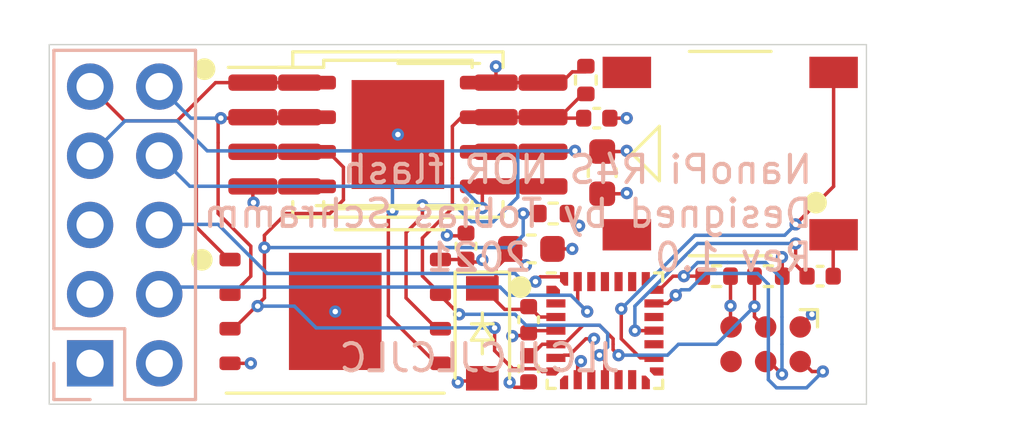
<source format=kicad_pcb>
(kicad_pcb (version 20171130) (host pcbnew 5.1.10)

  (general
    (thickness 1)
    (drawings 17)
    (tracks 297)
    (zones 0)
    (modules 22)
    (nets 35)
  )

  (page A4)
  (layers
    (0 F.Cu signal)
    (1 In1.Cu signal)
    (2 In2.Cu signal)
    (31 B.Cu signal)
    (32 B.Adhes user)
    (33 F.Adhes user)
    (34 B.Paste user)
    (35 F.Paste user)
    (36 B.SilkS user)
    (37 F.SilkS user)
    (38 B.Mask user)
    (39 F.Mask user)
    (40 Dwgs.User user)
    (41 Cmts.User user)
    (42 Eco1.User user)
    (43 Eco2.User user)
    (44 Edge.Cuts user)
    (45 Margin user)
    (46 B.CrtYd user)
    (47 F.CrtYd user)
    (48 B.Fab user)
    (49 F.Fab user)
  )

  (setup
    (last_trace_width 0.127)
    (user_trace_width 0.25)
    (trace_clearance 0.127)
    (zone_clearance 0.127)
    (zone_45_only no)
    (trace_min 0.127)
    (via_size 0.45)
    (via_drill 0.2)
    (via_min_size 0.45)
    (via_min_drill 0.2)
    (uvia_size 0.3)
    (uvia_drill 0.1)
    (uvias_allowed no)
    (uvia_min_size 0.2)
    (uvia_min_drill 0.1)
    (edge_width 0.05)
    (segment_width 0.2)
    (pcb_text_width 0.3)
    (pcb_text_size 1.5 1.5)
    (mod_edge_width 0.12)
    (mod_text_size 1 1)
    (mod_text_width 0.15)
    (pad_size 1.524 1.524)
    (pad_drill 0.762)
    (pad_to_mask_clearance 0)
    (pad_to_paste_clearance_ratio -0.1)
    (aux_axis_origin 0 0)
    (visible_elements FFFFFF7F)
    (pcbplotparams
      (layerselection 0x010fc_ffffffff)
      (usegerberextensions true)
      (usegerberattributes true)
      (usegerberadvancedattributes true)
      (creategerberjobfile false)
      (excludeedgelayer true)
      (linewidth 0.100000)
      (plotframeref false)
      (viasonmask false)
      (mode 1)
      (useauxorigin false)
      (hpglpennumber 1)
      (hpglpenspeed 20)
      (hpglpendiameter 15.000000)
      (psnegative false)
      (psa4output false)
      (plotreference true)
      (plotvalue true)
      (plotinvisibletext false)
      (padsonsilk false)
      (subtractmaskfromsilk false)
      (outputformat 1)
      (mirror false)
      (drillshape 0)
      (scaleselection 1)
      (outputdirectory ""))
  )

  (net 0 "")
  (net 1 /SPI1_RXD)
  (net 2 /SPI1_~CS)
  (net 3 /SPI1_TXD)
  (net 4 /SPI1_CLK)
  (net 5 /SCL)
  (net 6 GND)
  (net 7 /SDA)
  (net 8 +5V)
  (net 9 +3V3)
  (net 10 /~RST)
  (net 11 "Net-(J2-Pad6)")
  (net 12 /SWCLK)
  (net 13 /SWDIO)
  (net 14 /FLASH_~WP)
  (net 15 /FLASH_~RST)
  (net 16 "Net-(U5-Pad26)")
  (net 17 "Net-(U5-Pad24)")
  (net 18 "Net-(U5-Pad19)")
  (net 19 "Net-(U5-Pad17)")
  (net 20 "Net-(U5-Pad12)")
  (net 21 "Net-(U5-Pad10)")
  (net 22 "Net-(U5-Pad22)")
  (net 23 "Net-(U5-Pad15)")
  (net 24 "Net-(U5-Pad25)")
  (net 25 "Net-(U5-Pad13)")
  (net 26 "Net-(U5-Pad14)")
  (net 27 "Net-(U5-Pad23)")
  (net 28 "Net-(U5-Pad1)")
  (net 29 "Net-(U5-Pad2)")
  (net 30 "Net-(C3-Pad2)")
  (net 31 "Net-(C6-Pad2)")
  (net 32 "Net-(C6-Pad1)")
  (net 33 "Net-(LS1-Pad2)")
  (net 34 "Net-(U5-Pad8)")

  (net_class Default "This is the default net class."
    (clearance 0.127)
    (trace_width 0.127)
    (via_dia 0.45)
    (via_drill 0.2)
    (uvia_dia 0.3)
    (uvia_drill 0.1)
    (add_net +3V3)
    (add_net +5V)
    (add_net /FLASH_~RST)
    (add_net /FLASH_~WP)
    (add_net /SCL)
    (add_net /SDA)
    (add_net /SPI1_CLK)
    (add_net /SPI1_RXD)
    (add_net /SPI1_TXD)
    (add_net /SPI1_~CS)
    (add_net /SWCLK)
    (add_net /SWDIO)
    (add_net /~RST)
    (add_net GND)
    (add_net "Net-(C3-Pad2)")
    (add_net "Net-(C6-Pad1)")
    (add_net "Net-(C6-Pad2)")
    (add_net "Net-(J2-Pad6)")
    (add_net "Net-(LS1-Pad2)")
    (add_net "Net-(U5-Pad1)")
    (add_net "Net-(U5-Pad10)")
    (add_net "Net-(U5-Pad12)")
    (add_net "Net-(U5-Pad13)")
    (add_net "Net-(U5-Pad14)")
    (add_net "Net-(U5-Pad15)")
    (add_net "Net-(U5-Pad17)")
    (add_net "Net-(U5-Pad19)")
    (add_net "Net-(U5-Pad2)")
    (add_net "Net-(U5-Pad22)")
    (add_net "Net-(U5-Pad23)")
    (add_net "Net-(U5-Pad24)")
    (add_net "Net-(U5-Pad25)")
    (add_net "Net-(U5-Pad26)")
    (add_net "Net-(U5-Pad8)")
  )

  (module Package_QFN_ST:Package_QFN_ST_ST_UFQFPN-28_4x4mm_P0.5mm (layer F.Cu) (tedit 61BE4543) (tstamp 61BE62F2)
    (at 50.7 37.1)
    (path /61C0720F)
    (attr smd)
    (fp_text reference U5 (at 0 -3) (layer F.SilkS) hide
      (effects (font (size 1 1) (thickness 0.15)))
    )
    (fp_text value STM32G031GxU (at 0 -0.5) (layer F.Fab)
      (effects (font (size 1 1) (thickness 0.15)))
    )
    (fp_text user %R (at 0 0) (layer F.Fab)
      (effects (font (size 0.7 0.7) (thickness 0.1)))
    )
    (fp_line (start -2.12 -2.12) (end -1.82 -2.12) (layer F.SilkS) (width 0.12))
    (fp_line (start 2.25 -2.25) (end 2.25 2.25) (layer F.CrtYd) (width 0.05))
    (fp_line (start -2.25 2.25) (end -2.25 -2.25) (layer F.CrtYd) (width 0.05))
    (fp_line (start 2 2) (end -2 2) (layer F.Fab) (width 0.1))
    (fp_line (start 2.25 2.25) (end -2.25 2.25) (layer F.CrtYd) (width 0.05))
    (fp_line (start 2 -2) (end 2 2) (layer F.Fab) (width 0.1))
    (fp_line (start -2.25 -2.25) (end 2.25 -2.25) (layer F.CrtYd) (width 0.05))
    (fp_line (start 2.12 -2.12) (end 1.82 -2.12) (layer F.SilkS) (width 0.12))
    (fp_line (start 2.12 2.12) (end 1.82 2.12) (layer F.SilkS) (width 0.12))
    (fp_line (start -2 2) (end -2 -1) (layer F.Fab) (width 0.1))
    (fp_line (start -2 -1) (end -1 -2) (layer F.Fab) (width 0.1))
    (fp_line (start -2.12 2.12) (end -2.12 1.82) (layer F.SilkS) (width 0.12))
    (fp_line (start -1 -2) (end 2 -2) (layer F.Fab) (width 0.1))
    (fp_line (start 2.12 2.12) (end 2.12 1.82) (layer F.SilkS) (width 0.12))
    (fp_line (start 2.12 -2.12) (end 2.12 -1.82) (layer F.SilkS) (width 0.12))
    (fp_line (start -2.12 2.12) (end -1.82 2.12) (layer F.SilkS) (width 0.12))
    (pad 26 smd rect (at -0.5 -1.8) (size 0.3 0.7) (layers F.Cu F.Paste F.Mask)
      (net 16 "Net-(U5-Pad26)"))
    (pad 24 smd rect (at 0.5 -1.8) (size 0.3 0.7) (layers F.Cu F.Paste F.Mask)
      (net 17 "Net-(U5-Pad24)"))
    (pad 19 smd rect (at 1.8 -0.5) (size 0.7 0.3) (layers F.Cu F.Paste F.Mask)
      (net 18 "Net-(U5-Pad19)"))
    (pad 17 smd rect (at 1.8 0.5) (size 0.7 0.3) (layers F.Cu F.Paste F.Mask)
      (net 19 "Net-(U5-Pad17)"))
    (pad 12 smd rect (at 0.5 1.8) (size 0.3 0.7) (layers F.Cu F.Paste F.Mask)
      (net 20 "Net-(U5-Pad12)"))
    (pad 10 smd rect (at -0.5 1.8) (size 0.3 0.7) (layers F.Cu F.Paste F.Mask)
      (net 21 "Net-(U5-Pad10)"))
    (pad 5 smd rect (at -1.8 0.5) (size 0.7 0.3) (layers F.Cu F.Paste F.Mask)
      (net 10 /~RST))
    (pad 3 smd rect (at -1.8 -0.5) (size 0.7 0.3) (layers F.Cu F.Paste F.Mask)
      (net 30 "Net-(C3-Pad2)"))
    (pad 22 smd custom (at 1.5 -1.975) (size 0.3 0.35) (layers F.Cu F.Paste F.Mask)
      (net 22 "Net-(U5-Pad22)") (zone_connect 2)
      (options (clearance outline) (anchor rect))
      (primitives
        (gr_poly (pts
           (xy 0.15 0.175) (xy 0 0.325) (xy -0.15 0.325) (xy -0.15 0.175)) (width 0))
      ))
    (pad 15 smd custom (at 1.975 1.5) (size 0.35 0.3) (layers F.Cu F.Paste F.Mask)
      (net 23 "Net-(U5-Pad15)") (zone_connect 2)
      (options (clearance outline) (anchor rect))
      (primitives
        (gr_poly (pts
           (xy -0.175 0.15) (xy -0.325 0) (xy -0.325 -0.15) (xy -0.175 -0.15)) (width 0))
      ))
    (pad 11 smd rect (at 0 1.8) (size 0.3 0.7) (layers F.Cu F.Paste F.Mask)
      (net 15 /FLASH_~RST))
    (pad 9 smd rect (at -1 1.8) (size 0.3 0.7) (layers F.Cu F.Paste F.Mask)
      (net 9 +3V3))
    (pad 6 smd rect (at -1.8 1) (size 0.7 0.3) (layers F.Cu F.Paste F.Mask)
      (net 8 +5V))
    (pad 8 smd custom (at -1.5 1.975) (size 0.3 0.35) (layers F.Cu F.Paste F.Mask)
      (net 34 "Net-(U5-Pad8)") (zone_connect 2)
      (options (clearance outline) (anchor rect))
      (primitives
        (gr_poly (pts
           (xy -0.15 -0.175) (xy 0 -0.325) (xy 0.15 -0.325) (xy 0.15 -0.175)) (width 0))
      ))
    (pad 28 smd custom (at -1.5 -1.975) (size 0.3 0.35) (layers F.Cu F.Paste F.Mask)
      (net 5 /SCL) (zone_connect 2)
      (options (clearance outline) (anchor rect))
      (primitives
        (gr_poly (pts
           (xy -0.15 0.175) (xy 0 0.325) (xy 0.15 0.325) (xy 0.15 0.175)) (width 0))
      ))
    (pad 7 smd custom (at -1.975 1.5) (size 0.35 0.3) (layers F.Cu F.Paste F.Mask)
      (net 14 /FLASH_~WP) (zone_connect 2)
      (options (clearance outline) (anchor rect))
      (primitives
        (gr_poly (pts
           (xy 0.175 0.15) (xy 0.325 0) (xy 0.325 -0.15) (xy 0.175 -0.15)) (width 0))
      ))
    (pad 20 smd rect (at 1.8 -1) (size 0.7 0.3) (layers F.Cu F.Paste F.Mask)
      (net 13 /SWDIO))
    (pad 25 smd rect (at 0 -1.8) (size 0.3 0.7) (layers F.Cu F.Paste F.Mask)
      (net 24 "Net-(U5-Pad25)"))
    (pad 21 smd custom (at 1.975 -1.5) (size 0.35 0.3) (layers F.Cu F.Paste F.Mask)
      (net 12 /SWCLK) (zone_connect 2)
      (options (clearance outline) (anchor rect))
      (primitives
        (gr_poly (pts
           (xy -0.175 -0.15) (xy -0.325 0) (xy -0.325 0.15) (xy -0.175 0.15)) (width 0))
      ))
    (pad 13 smd rect (at 1 1.8) (size 0.3 0.7) (layers F.Cu F.Paste F.Mask)
      (net 25 "Net-(U5-Pad13)"))
    (pad 16 smd rect (at 1.8 1) (size 0.7 0.3) (layers F.Cu F.Paste F.Mask)
      (net 33 "Net-(LS1-Pad2)"))
    (pad 14 smd custom (at 1.5 1.975) (size 0.3 0.35) (layers F.Cu F.Paste F.Mask)
      (net 26 "Net-(U5-Pad14)") (zone_connect 2)
      (options (clearance outline) (anchor rect))
      (primitives
        (gr_poly (pts
           (xy 0.15 -0.175) (xy 0 -0.325) (xy -0.15 -0.325) (xy -0.15 -0.175)) (width 0))
      ))
    (pad 18 smd rect (at 1.8 0) (size 0.7 0.3) (layers F.Cu F.Paste F.Mask)
      (net 31 "Net-(C6-Pad2)"))
    (pad 27 smd rect (at -1 -1.8) (size 0.3 0.7) (layers F.Cu F.Paste F.Mask)
      (net 7 /SDA))
    (pad 23 smd rect (at 1 -1.8) (size 0.3 0.7) (layers F.Cu F.Paste F.Mask)
      (net 27 "Net-(U5-Pad23)"))
    (pad 1 smd custom (at -1.975 -1.5) (size 0.35 0.3) (layers F.Cu F.Paste F.Mask)
      (net 28 "Net-(U5-Pad1)") (zone_connect 2)
      (options (clearance outline) (anchor rect))
      (primitives
        (gr_poly (pts
           (xy 0.175 -0.15) (xy 0.325 0) (xy 0.325 0.15) (xy 0.175 0.15)) (width 0))
      ))
    (pad 2 smd rect (at -1.8 -1) (size 0.7 0.3) (layers F.Cu F.Paste F.Mask)
      (net 29 "Net-(U5-Pad2)"))
    (pad 4 smd rect (at -1.8 0) (size 0.7 0.3) (layers F.Cu F.Paste F.Mask)
      (net 6 GND))
    (model ${KISYS3DMOD}/Package_DFN_QFN.3dshapes/QFN-28_4x4mm_P0.5mm.wrl
      (at (xyz 0 0 0))
      (scale (xyz 1 1 1))
      (rotate (xyz 0 0 0))
    )
  )

  (module Capacitor_SMD:C_0402_1005Metric (layer F.Cu) (tedit 5F68FEEE) (tstamp 61BED98B)
    (at 50.4 29.3 180)
    (descr "Capacitor SMD 0402 (1005 Metric), square (rectangular) end terminal, IPC_7351 nominal, (Body size source: IPC-SM-782 page 76, https://www.pcb-3d.com/wordpress/wp-content/uploads/ipc-sm-782a_amendment_1_and_2.pdf), generated with kicad-footprint-generator")
    (tags capacitor)
    (path /61CD6CD9)
    (attr smd)
    (fp_text reference C7 (at 0 -1.16) (layer F.SilkS) hide
      (effects (font (size 1 1) (thickness 0.15)))
    )
    (fp_text value 100nF (at 0 1.16) (layer F.Fab)
      (effects (font (size 1 1) (thickness 0.15)))
    )
    (fp_text user %R (at 0 0) (layer F.Fab)
      (effects (font (size 0.25 0.25) (thickness 0.04)))
    )
    (fp_line (start -0.5 0.25) (end -0.5 -0.25) (layer F.Fab) (width 0.1))
    (fp_line (start -0.5 -0.25) (end 0.5 -0.25) (layer F.Fab) (width 0.1))
    (fp_line (start 0.5 -0.25) (end 0.5 0.25) (layer F.Fab) (width 0.1))
    (fp_line (start 0.5 0.25) (end -0.5 0.25) (layer F.Fab) (width 0.1))
    (fp_line (start -0.107836 -0.36) (end 0.107836 -0.36) (layer F.SilkS) (width 0.12))
    (fp_line (start -0.107836 0.36) (end 0.107836 0.36) (layer F.SilkS) (width 0.12))
    (fp_line (start -0.91 0.46) (end -0.91 -0.46) (layer F.CrtYd) (width 0.05))
    (fp_line (start -0.91 -0.46) (end 0.91 -0.46) (layer F.CrtYd) (width 0.05))
    (fp_line (start 0.91 -0.46) (end 0.91 0.46) (layer F.CrtYd) (width 0.05))
    (fp_line (start 0.91 0.46) (end -0.91 0.46) (layer F.CrtYd) (width 0.05))
    (pad 2 smd roundrect (at 0.48 0 180) (size 0.56 0.62) (layers F.Cu F.Paste F.Mask) (roundrect_rratio 0.25)
      (net 15 /FLASH_~RST))
    (pad 1 smd roundrect (at -0.48 0 180) (size 0.56 0.62) (layers F.Cu F.Paste F.Mask) (roundrect_rratio 0.25)
      (net 6 GND))
    (model ${KISYS3DMOD}/Capacitor_SMD.3dshapes/C_0402_1005Metric.wrl
      (at (xyz 0 0 0))
      (scale (xyz 1 1 1))
      (rotate (xyz 0 0 0))
    )
  )

  (module ToolingHole:ToolingHole_JLCSMT (layer F.Cu) (tedit 5EAD50F9) (tstamp 61BE9256)
    (at 38.2 37.4)
    (path /61C8A5B6)
    (fp_text reference H2 (at 0 0.5) (layer F.SilkS) hide
      (effects (font (size 1 1) (thickness 0.15)))
    )
    (fp_text value ToolingHole (at 0 -0.5) (layer F.Fab)
      (effects (font (size 1 1) (thickness 0.15)))
    )
    (fp_text user "tooling hole" (at 0 4.1) (layer F.SilkS) hide
      (effects (font (size 1 1) (thickness 0.15)))
    )
    (pad "" np_thru_hole circle (at 0 0) (size 1.152 1.152) (drill 1.152) (layers *.Cu *.Mask))
  )

  (module ToolingHole:ToolingHole_JLCSMT (layer F.Cu) (tedit 5EAD50F9) (tstamp 61BE9250)
    (at 57.6 28.8)
    (path /61C89D47)
    (fp_text reference H1 (at 0 0.5) (layer F.SilkS) hide
      (effects (font (size 1 1) (thickness 0.15)))
    )
    (fp_text value ToolingHole (at 0 -0.5) (layer F.Fab)
      (effects (font (size 1 1) (thickness 0.15)))
    )
    (fp_text user "tooling hole" (at 7.5 0) (layer F.SilkS) hide
      (effects (font (size 1 1) (thickness 0.15)))
    )
    (pad "" np_thru_hole circle (at 0 0) (size 1.152 1.152) (drill 1.152) (layers *.Cu *.Mask))
  )

  (module Speaker_jiangsu:MLT_7525 (layer F.Cu) (tedit 5FFB1844) (tstamp 61BE86AC)
    (at 55.3 30.6 180)
    (path /61C5552D)
    (attr smd)
    (fp_text reference LS1 (at 0 -4.8) (layer F.SilkS) hide
      (effects (font (size 1 1) (thickness 0.15)))
    )
    (fp_text value Speaker (at 0 0) (layer F.Fab)
      (effects (font (size 1 1) (thickness 0.15)))
    )
    (fp_line (start 4.8 3.9) (end -4.8 3.9) (layer F.CrtYd) (width 0.05))
    (fp_line (start -4.8 3.9) (end -4.8 -3.9) (layer F.CrtYd) (width 0.05))
    (fp_line (start 4.8 -3.9) (end 4.8 3.9) (layer F.CrtYd) (width 0.05))
    (fp_line (start -4.8 -3.9) (end 4.8 -3.9) (layer F.CrtYd) (width 0.05))
    (fp_line (start 1.5 3.75) (end -1.5 3.75) (layer F.SilkS) (width 0.12))
    (fp_line (start -1.5 -3.75) (end 1.5 -3.75) (layer F.SilkS) (width 0.12))
    (fp_line (start -3.75 -3.75) (end -3.75 3.75) (layer F.Fab) (width 0.05))
    (fp_line (start 3.75 3.75) (end 3.75 -3.75) (layer F.Fab) (width 0.05))
    (fp_line (start 3.75 -3.75) (end -3.75 -3.75) (layer F.Fab) (width 0.05))
    (fp_line (start -3.75 3.75) (end 3.75 3.75) (layer F.Fab) (width 0.05))
    (fp_line (start 2.6 1) (end 3.6 0) (layer F.SilkS) (width 0.12))
    (fp_line (start 2.6 -1) (end 2.6 1) (layer F.SilkS) (width 0.12))
    (fp_line (start 3.6 0) (end 2.6 -1) (layer F.SilkS) (width 0.12))
    (pad ~ smd rect (at 3.795 -2.98) (size 1.78 1.15) (layers F.Cu F.Mask))
    (pad 2 smd rect (at -3.795 2.98 180) (size 1.78 1.15) (layers F.Cu F.Mask)
      (net 33 "Net-(LS1-Pad2)"))
    (pad 1 smd rect (at -3.795 -2.98) (size 1.78 1.15) (layers F.Cu F.Mask)
      (net 32 "Net-(C6-Pad1)"))
    (pad ~ smd rect (at 3.795 2.98 180) (size 1.78 1.15) (layers F.Cu F.Mask))
    (model ${KISYS3DMOD}/Buzzer_Beeper.3dshapes/MagneticBuzzer_Kobitone_254-EMB84Q-RO.wrl
      (at (xyz 0 0 0))
      (scale (xyz 1 0.8 0.8))
      (rotate (xyz 0 0 0))
    )
  )

  (module Diode_SMD:D_SOD-123 (layer F.Cu) (tedit 58645DC7) (tstamp 61BE861F)
    (at 46.2 37.2 270)
    (descr SOD-123)
    (tags SOD-123)
    (path /61C64DB7)
    (attr smd)
    (fp_text reference D1 (at 0 -2 90) (layer F.SilkS) hide
      (effects (font (size 1 1) (thickness 0.15)))
    )
    (fp_text value D_Schottky (at 0 2.1 90) (layer F.Fab)
      (effects (font (size 1 1) (thickness 0.15)))
    )
    (fp_text user %R (at 0 -2 90) (layer F.Fab)
      (effects (font (size 1 1) (thickness 0.15)))
    )
    (fp_line (start -2.25 -1) (end -2.25 1) (layer F.SilkS) (width 0.12))
    (fp_line (start 0.25 0) (end 0.75 0) (layer F.Fab) (width 0.1))
    (fp_line (start 0.25 0.4) (end -0.35 0) (layer F.Fab) (width 0.1))
    (fp_line (start 0.25 -0.4) (end 0.25 0.4) (layer F.Fab) (width 0.1))
    (fp_line (start -0.35 0) (end 0.25 -0.4) (layer F.Fab) (width 0.1))
    (fp_line (start -0.35 0) (end -0.35 0.55) (layer F.Fab) (width 0.1))
    (fp_line (start -0.35 0) (end -0.35 -0.55) (layer F.Fab) (width 0.1))
    (fp_line (start -0.75 0) (end -0.35 0) (layer F.Fab) (width 0.1))
    (fp_line (start -1.4 0.9) (end -1.4 -0.9) (layer F.Fab) (width 0.1))
    (fp_line (start 1.4 0.9) (end -1.4 0.9) (layer F.Fab) (width 0.1))
    (fp_line (start 1.4 -0.9) (end 1.4 0.9) (layer F.Fab) (width 0.1))
    (fp_line (start -1.4 -0.9) (end 1.4 -0.9) (layer F.Fab) (width 0.1))
    (fp_line (start -2.35 -1.15) (end 2.35 -1.15) (layer F.CrtYd) (width 0.05))
    (fp_line (start 2.35 -1.15) (end 2.35 1.15) (layer F.CrtYd) (width 0.05))
    (fp_line (start 2.35 1.15) (end -2.35 1.15) (layer F.CrtYd) (width 0.05))
    (fp_line (start -2.35 -1.15) (end -2.35 1.15) (layer F.CrtYd) (width 0.05))
    (fp_line (start -2.25 1) (end 1.65 1) (layer F.SilkS) (width 0.12))
    (fp_line (start -2.25 -1) (end 1.65 -1) (layer F.SilkS) (width 0.12))
    (pad 2 smd rect (at 1.65 0 270) (size 0.9 1.2) (layers F.Cu F.Paste F.Mask)
      (net 9 +3V3))
    (pad 1 smd rect (at -1.65 0 270) (size 0.9 1.2) (layers F.Cu F.Paste F.Mask)
      (net 30 "Net-(C3-Pad2)"))
    (model ${KISYS3DMOD}/Diode_SMD.3dshapes/D_SOD-123.wrl
      (at (xyz 0 0 0))
      (scale (xyz 1 1 1))
      (rotate (xyz 0 0 0))
    )
  )

  (module Capacitor_SMD:C_0402_1005Metric (layer F.Cu) (tedit 5F68FEEE) (tstamp 61BE8606)
    (at 58.6 35.1 180)
    (descr "Capacitor SMD 0402 (1005 Metric), square (rectangular) end terminal, IPC_7351 nominal, (Body size source: IPC-SM-782 page 76, https://www.pcb-3d.com/wordpress/wp-content/uploads/ipc-sm-782a_amendment_1_and_2.pdf), generated with kicad-footprint-generator")
    (tags capacitor)
    (path /61C5A22B)
    (attr smd)
    (fp_text reference C6 (at 0 -1.16) (layer F.SilkS) hide
      (effects (font (size 1 1) (thickness 0.15)))
    )
    (fp_text value 10uF (at 0 1.16) (layer F.Fab)
      (effects (font (size 1 1) (thickness 0.15)))
    )
    (fp_text user %R (at 0 0) (layer F.Fab)
      (effects (font (size 0.25 0.25) (thickness 0.04)))
    )
    (fp_line (start -0.5 0.25) (end -0.5 -0.25) (layer F.Fab) (width 0.1))
    (fp_line (start -0.5 -0.25) (end 0.5 -0.25) (layer F.Fab) (width 0.1))
    (fp_line (start 0.5 -0.25) (end 0.5 0.25) (layer F.Fab) (width 0.1))
    (fp_line (start 0.5 0.25) (end -0.5 0.25) (layer F.Fab) (width 0.1))
    (fp_line (start -0.107836 -0.36) (end 0.107836 -0.36) (layer F.SilkS) (width 0.12))
    (fp_line (start -0.107836 0.36) (end 0.107836 0.36) (layer F.SilkS) (width 0.12))
    (fp_line (start -0.91 0.46) (end -0.91 -0.46) (layer F.CrtYd) (width 0.05))
    (fp_line (start -0.91 -0.46) (end 0.91 -0.46) (layer F.CrtYd) (width 0.05))
    (fp_line (start 0.91 -0.46) (end 0.91 0.46) (layer F.CrtYd) (width 0.05))
    (fp_line (start 0.91 0.46) (end -0.91 0.46) (layer F.CrtYd) (width 0.05))
    (pad 2 smd roundrect (at 0.48 0 180) (size 0.56 0.62) (layers F.Cu F.Paste F.Mask) (roundrect_rratio 0.25)
      (net 31 "Net-(C6-Pad2)"))
    (pad 1 smd roundrect (at -0.48 0 180) (size 0.56 0.62) (layers F.Cu F.Paste F.Mask) (roundrect_rratio 0.25)
      (net 32 "Net-(C6-Pad1)"))
    (model ${KISYS3DMOD}/Capacitor_SMD.3dshapes/C_0402_1005Metric.wrl
      (at (xyz 0 0 0))
      (scale (xyz 1 1 1))
      (rotate (xyz 0 0 0))
    )
  )

  (module Capacitor_SMD:C_0603_1608Metric (layer F.Cu) (tedit 5F68FEEE) (tstamp 61BE85F5)
    (at 50.6 31.3 270)
    (descr "Capacitor SMD 0603 (1608 Metric), square (rectangular) end terminal, IPC_7351 nominal, (Body size source: IPC-SM-782 page 76, https://www.pcb-3d.com/wordpress/wp-content/uploads/ipc-sm-782a_amendment_1_and_2.pdf), generated with kicad-footprint-generator")
    (tags capacitor)
    (path /61C6710C)
    (attr smd)
    (fp_text reference C5 (at 0 -1.43 90) (layer F.SilkS) hide
      (effects (font (size 1 1) (thickness 0.15)))
    )
    (fp_text value 47uF (at 0 1.43 90) (layer F.Fab)
      (effects (font (size 1 1) (thickness 0.15)))
    )
    (fp_text user %R (at 0 0 90) (layer F.Fab)
      (effects (font (size 0.4 0.4) (thickness 0.06)))
    )
    (fp_line (start -0.8 0.4) (end -0.8 -0.4) (layer F.Fab) (width 0.1))
    (fp_line (start -0.8 -0.4) (end 0.8 -0.4) (layer F.Fab) (width 0.1))
    (fp_line (start 0.8 -0.4) (end 0.8 0.4) (layer F.Fab) (width 0.1))
    (fp_line (start 0.8 0.4) (end -0.8 0.4) (layer F.Fab) (width 0.1))
    (fp_line (start -0.14058 -0.51) (end 0.14058 -0.51) (layer F.SilkS) (width 0.12))
    (fp_line (start -0.14058 0.51) (end 0.14058 0.51) (layer F.SilkS) (width 0.12))
    (fp_line (start -1.48 0.73) (end -1.48 -0.73) (layer F.CrtYd) (width 0.05))
    (fp_line (start -1.48 -0.73) (end 1.48 -0.73) (layer F.CrtYd) (width 0.05))
    (fp_line (start 1.48 -0.73) (end 1.48 0.73) (layer F.CrtYd) (width 0.05))
    (fp_line (start 1.48 0.73) (end -1.48 0.73) (layer F.CrtYd) (width 0.05))
    (pad 2 smd roundrect (at 0.775 0 270) (size 0.9 0.95) (layers F.Cu F.Paste F.Mask) (roundrect_rratio 0.25)
      (net 30 "Net-(C3-Pad2)"))
    (pad 1 smd roundrect (at -0.775 0 270) (size 0.9 0.95) (layers F.Cu F.Paste F.Mask) (roundrect_rratio 0.25)
      (net 6 GND))
    (model ${KISYS3DMOD}/Capacitor_SMD.3dshapes/C_0603_1608Metric.wrl
      (at (xyz 0 0 0))
      (scale (xyz 1 1 1))
      (rotate (xyz 0 0 0))
    )
  )

  (module Capacitor_SMD:C_0603_1608Metric (layer F.Cu) (tedit 5F68FEEE) (tstamp 61BE85E4)
    (at 48 34.1 180)
    (descr "Capacitor SMD 0603 (1608 Metric), square (rectangular) end terminal, IPC_7351 nominal, (Body size source: IPC-SM-782 page 76, https://www.pcb-3d.com/wordpress/wp-content/uploads/ipc-sm-782a_amendment_1_and_2.pdf), generated with kicad-footprint-generator")
    (tags capacitor)
    (path /61C6BFA0)
    (attr smd)
    (fp_text reference C4 (at 0 -1.43) (layer F.SilkS) hide
      (effects (font (size 1 1) (thickness 0.15)))
    )
    (fp_text value 47uF (at 0 1.43) (layer F.Fab)
      (effects (font (size 1 1) (thickness 0.15)))
    )
    (fp_text user %R (at 0 0) (layer F.Fab)
      (effects (font (size 0.4 0.4) (thickness 0.06)))
    )
    (fp_line (start -0.8 0.4) (end -0.8 -0.4) (layer F.Fab) (width 0.1))
    (fp_line (start -0.8 -0.4) (end 0.8 -0.4) (layer F.Fab) (width 0.1))
    (fp_line (start 0.8 -0.4) (end 0.8 0.4) (layer F.Fab) (width 0.1))
    (fp_line (start 0.8 0.4) (end -0.8 0.4) (layer F.Fab) (width 0.1))
    (fp_line (start -0.14058 -0.51) (end 0.14058 -0.51) (layer F.SilkS) (width 0.12))
    (fp_line (start -0.14058 0.51) (end 0.14058 0.51) (layer F.SilkS) (width 0.12))
    (fp_line (start -1.48 0.73) (end -1.48 -0.73) (layer F.CrtYd) (width 0.05))
    (fp_line (start -1.48 -0.73) (end 1.48 -0.73) (layer F.CrtYd) (width 0.05))
    (fp_line (start 1.48 -0.73) (end 1.48 0.73) (layer F.CrtYd) (width 0.05))
    (fp_line (start 1.48 0.73) (end -1.48 0.73) (layer F.CrtYd) (width 0.05))
    (pad 2 smd roundrect (at 0.775 0 180) (size 0.9 0.95) (layers F.Cu F.Paste F.Mask) (roundrect_rratio 0.25)
      (net 30 "Net-(C3-Pad2)"))
    (pad 1 smd roundrect (at -0.775 0 180) (size 0.9 0.95) (layers F.Cu F.Paste F.Mask) (roundrect_rratio 0.25)
      (net 6 GND))
    (model ${KISYS3DMOD}/Capacitor_SMD.3dshapes/C_0603_1608Metric.wrl
      (at (xyz 0 0 0))
      (scale (xyz 1 1 1))
      (rotate (xyz 0 0 0))
    )
  )

  (module Resistor_SMD:R_0402_1005Metric (layer F.Cu) (tedit 5F68FEEE) (tstamp 61BE61D9)
    (at 50 27.9 90)
    (descr "Resistor SMD 0402 (1005 Metric), square (rectangular) end terminal, IPC_7351 nominal, (Body size source: IPC-SM-782 page 72, https://www.pcb-3d.com/wordpress/wp-content/uploads/ipc-sm-782a_amendment_1_and_2.pdf), generated with kicad-footprint-generator")
    (tags resistor)
    (path /61C24BCE)
    (attr smd)
    (fp_text reference R4 (at 0 -1.17 90) (layer F.SilkS) hide
      (effects (font (size 1 1) (thickness 0.15)))
    )
    (fp_text value 10k (at 0 1.17 90) (layer F.Fab)
      (effects (font (size 1 1) (thickness 0.15)))
    )
    (fp_text user %R (at 0 0 90) (layer F.Fab)
      (effects (font (size 0.26 0.26) (thickness 0.04)))
    )
    (fp_line (start -0.525 0.27) (end -0.525 -0.27) (layer F.Fab) (width 0.1))
    (fp_line (start -0.525 -0.27) (end 0.525 -0.27) (layer F.Fab) (width 0.1))
    (fp_line (start 0.525 -0.27) (end 0.525 0.27) (layer F.Fab) (width 0.1))
    (fp_line (start 0.525 0.27) (end -0.525 0.27) (layer F.Fab) (width 0.1))
    (fp_line (start -0.153641 -0.38) (end 0.153641 -0.38) (layer F.SilkS) (width 0.12))
    (fp_line (start -0.153641 0.38) (end 0.153641 0.38) (layer F.SilkS) (width 0.12))
    (fp_line (start -0.93 0.47) (end -0.93 -0.47) (layer F.CrtYd) (width 0.05))
    (fp_line (start -0.93 -0.47) (end 0.93 -0.47) (layer F.CrtYd) (width 0.05))
    (fp_line (start 0.93 -0.47) (end 0.93 0.47) (layer F.CrtYd) (width 0.05))
    (fp_line (start 0.93 0.47) (end -0.93 0.47) (layer F.CrtYd) (width 0.05))
    (pad 2 smd roundrect (at 0.51 0 90) (size 0.54 0.64) (layers F.Cu F.Paste F.Mask) (roundrect_rratio 0.25)
      (net 9 +3V3))
    (pad 1 smd roundrect (at -0.51 0 90) (size 0.54 0.64) (layers F.Cu F.Paste F.Mask) (roundrect_rratio 0.25)
      (net 15 /FLASH_~RST))
    (model ${KISYS3DMOD}/Resistor_SMD.3dshapes/R_0402_1005Metric.wrl
      (at (xyz 0 0 0))
      (scale (xyz 1 1 1))
      (rotate (xyz 0 0 0))
    )
  )

  (module Resistor_SMD:R_0402_1005Metric (layer F.Cu) (tedit 5F68FEEE) (tstamp 61BE61C8)
    (at 54.8 35.1)
    (descr "Resistor SMD 0402 (1005 Metric), square (rectangular) end terminal, IPC_7351 nominal, (Body size source: IPC-SM-782 page 72, https://www.pcb-3d.com/wordpress/wp-content/uploads/ipc-sm-782a_amendment_1_and_2.pdf), generated with kicad-footprint-generator")
    (tags resistor)
    (path /61C27484)
    (attr smd)
    (fp_text reference R3 (at 0 -1.17) (layer F.SilkS) hide
      (effects (font (size 1 1) (thickness 0.15)))
    )
    (fp_text value 10k (at 0 1.17) (layer F.Fab)
      (effects (font (size 1 1) (thickness 0.15)))
    )
    (fp_text user %R (at 0 0) (layer F.Fab)
      (effects (font (size 0.26 0.26) (thickness 0.04)))
    )
    (fp_line (start -0.525 0.27) (end -0.525 -0.27) (layer F.Fab) (width 0.1))
    (fp_line (start -0.525 -0.27) (end 0.525 -0.27) (layer F.Fab) (width 0.1))
    (fp_line (start 0.525 -0.27) (end 0.525 0.27) (layer F.Fab) (width 0.1))
    (fp_line (start 0.525 0.27) (end -0.525 0.27) (layer F.Fab) (width 0.1))
    (fp_line (start -0.153641 -0.38) (end 0.153641 -0.38) (layer F.SilkS) (width 0.12))
    (fp_line (start -0.153641 0.38) (end 0.153641 0.38) (layer F.SilkS) (width 0.12))
    (fp_line (start -0.93 0.47) (end -0.93 -0.47) (layer F.CrtYd) (width 0.05))
    (fp_line (start -0.93 -0.47) (end 0.93 -0.47) (layer F.CrtYd) (width 0.05))
    (fp_line (start 0.93 -0.47) (end 0.93 0.47) (layer F.CrtYd) (width 0.05))
    (fp_line (start 0.93 0.47) (end -0.93 0.47) (layer F.CrtYd) (width 0.05))
    (pad 2 smd roundrect (at 0.51 0) (size 0.54 0.64) (layers F.Cu F.Paste F.Mask) (roundrect_rratio 0.25)
      (net 6 GND))
    (pad 1 smd roundrect (at -0.51 0) (size 0.54 0.64) (layers F.Cu F.Paste F.Mask) (roundrect_rratio 0.25)
      (net 12 /SWCLK))
    (model ${KISYS3DMOD}/Resistor_SMD.3dshapes/R_0402_1005Metric.wrl
      (at (xyz 0 0 0))
      (scale (xyz 1 1 1))
      (rotate (xyz 0 0 0))
    )
  )

  (module Resistor_SMD:R_0402_1005Metric (layer F.Cu) (tedit 5F68FEEE) (tstamp 61BE61B7)
    (at 48.8 32.8)
    (descr "Resistor SMD 0402 (1005 Metric), square (rectangular) end terminal, IPC_7351 nominal, (Body size source: IPC-SM-782 page 72, https://www.pcb-3d.com/wordpress/wp-content/uploads/ipc-sm-782a_amendment_1_and_2.pdf), generated with kicad-footprint-generator")
    (tags resistor)
    (path /61C2244A)
    (attr smd)
    (fp_text reference R2 (at 0 -1.17) (layer F.SilkS) hide
      (effects (font (size 1 1) (thickness 0.15)))
    )
    (fp_text value 10k (at 0 1.17) (layer F.Fab)
      (effects (font (size 1 1) (thickness 0.15)))
    )
    (fp_text user %R (at 0 0) (layer F.Fab)
      (effects (font (size 0.26 0.26) (thickness 0.04)))
    )
    (fp_line (start -0.525 0.27) (end -0.525 -0.27) (layer F.Fab) (width 0.1))
    (fp_line (start -0.525 -0.27) (end 0.525 -0.27) (layer F.Fab) (width 0.1))
    (fp_line (start 0.525 -0.27) (end 0.525 0.27) (layer F.Fab) (width 0.1))
    (fp_line (start 0.525 0.27) (end -0.525 0.27) (layer F.Fab) (width 0.1))
    (fp_line (start -0.153641 -0.38) (end 0.153641 -0.38) (layer F.SilkS) (width 0.12))
    (fp_line (start -0.153641 0.38) (end 0.153641 0.38) (layer F.SilkS) (width 0.12))
    (fp_line (start -0.93 0.47) (end -0.93 -0.47) (layer F.CrtYd) (width 0.05))
    (fp_line (start -0.93 -0.47) (end 0.93 -0.47) (layer F.CrtYd) (width 0.05))
    (fp_line (start 0.93 -0.47) (end 0.93 0.47) (layer F.CrtYd) (width 0.05))
    (fp_line (start 0.93 0.47) (end -0.93 0.47) (layer F.CrtYd) (width 0.05))
    (pad 2 smd roundrect (at 0.51 0) (size 0.54 0.64) (layers F.Cu F.Paste F.Mask) (roundrect_rratio 0.25)
      (net 9 +3V3))
    (pad 1 smd roundrect (at -0.51 0) (size 0.54 0.64) (layers F.Cu F.Paste F.Mask) (roundrect_rratio 0.25)
      (net 14 /FLASH_~WP))
    (model ${KISYS3DMOD}/Resistor_SMD.3dshapes/R_0402_1005Metric.wrl
      (at (xyz 0 0 0))
      (scale (xyz 1 1 1))
      (rotate (xyz 0 0 0))
    )
  )

  (module Resistor_SMD:R_0402_1005Metric (layer F.Cu) (tedit 5F68FEEE) (tstamp 61BE61A6)
    (at 56.7 35.1)
    (descr "Resistor SMD 0402 (1005 Metric), square (rectangular) end terminal, IPC_7351 nominal, (Body size source: IPC-SM-782 page 72, https://www.pcb-3d.com/wordpress/wp-content/uploads/ipc-sm-782a_amendment_1_and_2.pdf), generated with kicad-footprint-generator")
    (tags resistor)
    (path /61C05A88)
    (attr smd)
    (fp_text reference R1 (at 0 -1.17) (layer F.SilkS) hide
      (effects (font (size 1 1) (thickness 0.15)))
    )
    (fp_text value 10k (at 0 1.17) (layer F.Fab)
      (effects (font (size 1 1) (thickness 0.15)))
    )
    (fp_text user %R (at 0 0) (layer F.Fab)
      (effects (font (size 0.26 0.26) (thickness 0.04)))
    )
    (fp_line (start -0.525 0.27) (end -0.525 -0.27) (layer F.Fab) (width 0.1))
    (fp_line (start -0.525 -0.27) (end 0.525 -0.27) (layer F.Fab) (width 0.1))
    (fp_line (start 0.525 -0.27) (end 0.525 0.27) (layer F.Fab) (width 0.1))
    (fp_line (start 0.525 0.27) (end -0.525 0.27) (layer F.Fab) (width 0.1))
    (fp_line (start -0.153641 -0.38) (end 0.153641 -0.38) (layer F.SilkS) (width 0.12))
    (fp_line (start -0.153641 0.38) (end 0.153641 0.38) (layer F.SilkS) (width 0.12))
    (fp_line (start -0.93 0.47) (end -0.93 -0.47) (layer F.CrtYd) (width 0.05))
    (fp_line (start -0.93 -0.47) (end 0.93 -0.47) (layer F.CrtYd) (width 0.05))
    (fp_line (start 0.93 -0.47) (end 0.93 0.47) (layer F.CrtYd) (width 0.05))
    (fp_line (start 0.93 0.47) (end -0.93 0.47) (layer F.CrtYd) (width 0.05))
    (pad 2 smd roundrect (at 0.51 0) (size 0.54 0.64) (layers F.Cu F.Paste F.Mask) (roundrect_rratio 0.25)
      (net 9 +3V3))
    (pad 1 smd roundrect (at -0.51 0) (size 0.54 0.64) (layers F.Cu F.Paste F.Mask) (roundrect_rratio 0.25)
      (net 10 /~RST))
    (model ${KISYS3DMOD}/Resistor_SMD.3dshapes/R_0402_1005Metric.wrl
      (at (xyz 0 0 0))
      (scale (xyz 1 1 1))
      (rotate (xyz 0 0 0))
    )
  )

  (module Connector:Tag-Connect_TC2030-IDC-NL_2x03_P1.27mm_Vertical (layer F.Cu) (tedit 5A29CEA9) (tstamp 61BE6195)
    (at 56.6 37.6 180)
    (descr "Tag-Connect programming header; http://www.tag-connect.com/Materials/TC2030-IDC-NL.pdf")
    (tags "tag connect programming header pogo pins")
    (path /61C2D72A)
    (attr virtual)
    (fp_text reference J2 (at 0 2.7) (layer F.SilkS) hide
      (effects (font (size 1 1) (thickness 0.15)))
    )
    (fp_text value TagConnect_TC2030_SWD (at 0 -2.3) (layer F.Fab)
      (effects (font (size 1 1) (thickness 0.15)))
    )
    (fp_text user KEEPOUT (at 0 0) (layer Cmts.User)
      (effects (font (size 0.4 0.4) (thickness 0.07)))
    )
    (fp_text user %R (at 0 0) (layer F.Fab)
      (effects (font (size 1 1) (thickness 0.15)))
    )
    (fp_line (start -1.905 1.27) (end -1.905 0.635) (layer F.SilkS) (width 0.12))
    (fp_line (start -1.27 1.27) (end -1.905 1.27) (layer F.SilkS) (width 0.12))
    (fp_line (start -3.5 2) (end -3.5 -2) (layer F.CrtYd) (width 0.05))
    (fp_line (start 3.5 2) (end -3.5 2) (layer F.CrtYd) (width 0.05))
    (fp_line (start 3.5 -2) (end 3.5 2) (layer F.CrtYd) (width 0.05))
    (fp_line (start -3.5 -2) (end 3.5 -2) (layer F.CrtYd) (width 0.05))
    (fp_line (start -1.27 0.635) (end -1.27 -0.635) (layer Dwgs.User) (width 0.1))
    (fp_line (start 1.27 0.635) (end -1.27 0.635) (layer Dwgs.User) (width 0.1))
    (fp_line (start 1.27 -0.635) (end 1.27 0.635) (layer Dwgs.User) (width 0.1))
    (fp_line (start -1.27 -0.635) (end 1.27 -0.635) (layer Dwgs.User) (width 0.1))
    (fp_line (start -1.27 0.635) (end 0 -0.635) (layer Dwgs.User) (width 0.1))
    (fp_line (start -1.27 0) (end -0.635 -0.635) (layer Dwgs.User) (width 0.1))
    (fp_line (start -0.635 0.635) (end 0.635 -0.635) (layer Dwgs.User) (width 0.1))
    (fp_line (start 0 0.635) (end 1.27 -0.635) (layer Dwgs.User) (width 0.1))
    (fp_line (start 0.635 0.635) (end 1.27 0) (layer Dwgs.User) (width 0.1))
    (pad 6 connect circle (at 1.27 -0.635 180) (size 0.7874 0.7874) (layers F.Cu F.Mask)
      (net 11 "Net-(J2-Pad6)"))
    (pad 5 connect circle (at 1.27 0.635 180) (size 0.7874 0.7874) (layers F.Cu F.Mask)
      (net 6 GND))
    (pad 4 connect circle (at 0 -0.635 180) (size 0.7874 0.7874) (layers F.Cu F.Mask)
      (net 12 /SWCLK))
    (pad 3 connect circle (at 0 0.635 180) (size 0.7874 0.7874) (layers F.Cu F.Mask)
      (net 10 /~RST))
    (pad 2 connect circle (at -1.27 -0.635 180) (size 0.7874 0.7874) (layers F.Cu F.Mask)
      (net 13 /SWDIO))
    (pad 1 connect circle (at -1.27 0.635 180) (size 0.7874 0.7874) (layers F.Cu F.Mask)
      (net 9 +3V3))
    (pad "" np_thru_hole circle (at -2.54 0 180) (size 0.9906 0.9906) (drill 0.9906) (layers *.Cu *.Mask))
    (pad "" np_thru_hole circle (at 2.54 1.016 180) (size 0.9906 0.9906) (drill 0.9906) (layers *.Cu *.Mask))
    (pad "" np_thru_hole circle (at 2.54 -1.016 180) (size 0.9906 0.9906) (drill 0.9906) (layers *.Cu *.Mask))
  )

  (module Capacitor_SMD:C_0402_1005Metric (layer F.Cu) (tedit 5F68FEEE) (tstamp 61BEB5AC)
    (at 47.9 36.7 90)
    (descr "Capacitor SMD 0402 (1005 Metric), square (rectangular) end terminal, IPC_7351 nominal, (Body size source: IPC-SM-782 page 76, https://www.pcb-3d.com/wordpress/wp-content/uploads/ipc-sm-782a_amendment_1_and_2.pdf), generated with kicad-footprint-generator")
    (tags capacitor)
    (path /61C079F4)
    (attr smd)
    (fp_text reference C3 (at 0 -1.16 90) (layer F.SilkS) hide
      (effects (font (size 1 1) (thickness 0.15)))
    )
    (fp_text value 1uF (at 0 1.16 90) (layer F.Fab)
      (effects (font (size 1 1) (thickness 0.15)))
    )
    (fp_text user %R (at 0 0 90) (layer F.Fab)
      (effects (font (size 0.25 0.25) (thickness 0.04)))
    )
    (fp_line (start -0.5 0.25) (end -0.5 -0.25) (layer F.Fab) (width 0.1))
    (fp_line (start -0.5 -0.25) (end 0.5 -0.25) (layer F.Fab) (width 0.1))
    (fp_line (start 0.5 -0.25) (end 0.5 0.25) (layer F.Fab) (width 0.1))
    (fp_line (start 0.5 0.25) (end -0.5 0.25) (layer F.Fab) (width 0.1))
    (fp_line (start -0.107836 -0.36) (end 0.107836 -0.36) (layer F.SilkS) (width 0.12))
    (fp_line (start -0.107836 0.36) (end 0.107836 0.36) (layer F.SilkS) (width 0.12))
    (fp_line (start -0.91 0.46) (end -0.91 -0.46) (layer F.CrtYd) (width 0.05))
    (fp_line (start -0.91 -0.46) (end 0.91 -0.46) (layer F.CrtYd) (width 0.05))
    (fp_line (start 0.91 -0.46) (end 0.91 0.46) (layer F.CrtYd) (width 0.05))
    (fp_line (start 0.91 0.46) (end -0.91 0.46) (layer F.CrtYd) (width 0.05))
    (pad 2 smd roundrect (at 0.48 0 90) (size 0.56 0.62) (layers F.Cu F.Paste F.Mask) (roundrect_rratio 0.25)
      (net 30 "Net-(C3-Pad2)"))
    (pad 1 smd roundrect (at -0.48 0 90) (size 0.56 0.62) (layers F.Cu F.Paste F.Mask) (roundrect_rratio 0.25)
      (net 6 GND))
    (model ${KISYS3DMOD}/Capacitor_SMD.3dshapes/C_0402_1005Metric.wrl
      (at (xyz 0 0 0))
      (scale (xyz 1 1 1))
      (rotate (xyz 0 0 0))
    )
  )

  (module Capacitor_SMD:C_0402_1005Metric (layer F.Cu) (tedit 5F68FEEE) (tstamp 61BE6128)
    (at 47.9 38.5 90)
    (descr "Capacitor SMD 0402 (1005 Metric), square (rectangular) end terminal, IPC_7351 nominal, (Body size source: IPC-SM-782 page 76, https://www.pcb-3d.com/wordpress/wp-content/uploads/ipc-sm-782a_amendment_1_and_2.pdf), generated with kicad-footprint-generator")
    (tags capacitor)
    (path /61C11600)
    (attr smd)
    (fp_text reference C2 (at 0 -1.16 90) (layer F.SilkS) hide
      (effects (font (size 1 1) (thickness 0.15)))
    )
    (fp_text value 100nF (at 0 1.16 90) (layer F.Fab)
      (effects (font (size 1 1) (thickness 0.15)))
    )
    (fp_text user %R (at 0 0 90) (layer F.Fab)
      (effects (font (size 0.25 0.25) (thickness 0.04)))
    )
    (fp_line (start -0.5 0.25) (end -0.5 -0.25) (layer F.Fab) (width 0.1))
    (fp_line (start -0.5 -0.25) (end 0.5 -0.25) (layer F.Fab) (width 0.1))
    (fp_line (start 0.5 -0.25) (end 0.5 0.25) (layer F.Fab) (width 0.1))
    (fp_line (start 0.5 0.25) (end -0.5 0.25) (layer F.Fab) (width 0.1))
    (fp_line (start -0.107836 -0.36) (end 0.107836 -0.36) (layer F.SilkS) (width 0.12))
    (fp_line (start -0.107836 0.36) (end 0.107836 0.36) (layer F.SilkS) (width 0.12))
    (fp_line (start -0.91 0.46) (end -0.91 -0.46) (layer F.CrtYd) (width 0.05))
    (fp_line (start -0.91 -0.46) (end 0.91 -0.46) (layer F.CrtYd) (width 0.05))
    (fp_line (start 0.91 -0.46) (end 0.91 0.46) (layer F.CrtYd) (width 0.05))
    (fp_line (start 0.91 0.46) (end -0.91 0.46) (layer F.CrtYd) (width 0.05))
    (pad 2 smd roundrect (at 0.48 0 90) (size 0.56 0.62) (layers F.Cu F.Paste F.Mask) (roundrect_rratio 0.25)
      (net 10 /~RST))
    (pad 1 smd roundrect (at -0.48 0 90) (size 0.56 0.62) (layers F.Cu F.Paste F.Mask) (roundrect_rratio 0.25)
      (net 6 GND))
    (model ${KISYS3DMOD}/Capacitor_SMD.3dshapes/C_0402_1005Metric.wrl
      (at (xyz 0 0 0))
      (scale (xyz 1 1 1))
      (rotate (xyz 0 0 0))
    )
  )

  (module Capacitor_SMD:C_0402_1005Metric (layer F.Cu) (tedit 5F68FEEE) (tstamp 61BE6117)
    (at 45.6 34 90)
    (descr "Capacitor SMD 0402 (1005 Metric), square (rectangular) end terminal, IPC_7351 nominal, (Body size source: IPC-SM-782 page 76, https://www.pcb-3d.com/wordpress/wp-content/uploads/ipc-sm-782a_amendment_1_and_2.pdf), generated with kicad-footprint-generator")
    (tags capacitor)
    (path /61C01E45)
    (attr smd)
    (fp_text reference C1 (at 0 -1.16 90) (layer F.SilkS) hide
      (effects (font (size 1 1) (thickness 0.15)))
    )
    (fp_text value 1uF (at 0 1.16 90) (layer F.Fab)
      (effects (font (size 1 1) (thickness 0.15)))
    )
    (fp_text user %R (at 0 0 90) (layer F.Fab)
      (effects (font (size 0.25 0.25) (thickness 0.04)))
    )
    (fp_line (start -0.5 0.25) (end -0.5 -0.25) (layer F.Fab) (width 0.1))
    (fp_line (start -0.5 -0.25) (end 0.5 -0.25) (layer F.Fab) (width 0.1))
    (fp_line (start 0.5 -0.25) (end 0.5 0.25) (layer F.Fab) (width 0.1))
    (fp_line (start 0.5 0.25) (end -0.5 0.25) (layer F.Fab) (width 0.1))
    (fp_line (start -0.107836 -0.36) (end 0.107836 -0.36) (layer F.SilkS) (width 0.12))
    (fp_line (start -0.107836 0.36) (end 0.107836 0.36) (layer F.SilkS) (width 0.12))
    (fp_line (start -0.91 0.46) (end -0.91 -0.46) (layer F.CrtYd) (width 0.05))
    (fp_line (start -0.91 -0.46) (end 0.91 -0.46) (layer F.CrtYd) (width 0.05))
    (fp_line (start 0.91 -0.46) (end 0.91 0.46) (layer F.CrtYd) (width 0.05))
    (fp_line (start 0.91 0.46) (end -0.91 0.46) (layer F.CrtYd) (width 0.05))
    (pad 2 smd roundrect (at 0.48 0 90) (size 0.56 0.62) (layers F.Cu F.Paste F.Mask) (roundrect_rratio 0.25)
      (net 6 GND))
    (pad 1 smd roundrect (at -0.48 0 90) (size 0.56 0.62) (layers F.Cu F.Paste F.Mask) (roundrect_rratio 0.25)
      (net 9 +3V3))
    (model ${KISYS3DMOD}/Capacitor_SMD.3dshapes/C_0402_1005Metric.wrl
      (at (xyz 0 0 0))
      (scale (xyz 1 1 1))
      (rotate (xyz 0 0 0))
    )
  )

  (module Package_WSON:WSON-8-1EP_8x6mm_P1.27mm_EP3.4x4.3mm (layer F.Cu) (tedit 60553336) (tstamp 61BDF2DB)
    (at 40.8 36.395)
    (path /61BF93DF)
    (attr smd)
    (fp_text reference U4 (at 0 -4) (layer F.SilkS) hide
      (effects (font (size 1 1) (thickness 0.15)))
    )
    (fp_text value MX25R3235FZNxx0 (at 0 -0.5) (layer F.Fab)
      (effects (font (size 1 1) (thickness 0.15)))
    )
    (fp_text user %R (at 0 0) (layer F.Fab)
      (effects (font (size 1 1) (thickness 0.15)))
    )
    (fp_line (start 0 -3) (end 4 -3) (layer F.SilkS) (width 0.12))
    (fp_line (start -4.2 3.2) (end 4.2 3.2) (layer F.CrtYd) (width 0.05))
    (fp_line (start 4.2 3.2) (end 4.2 -3.2) (layer F.CrtYd) (width 0.05))
    (fp_line (start -3 -3) (end 4 -3) (layer F.Fab) (width 0.1))
    (fp_line (start -4.2 -3.2) (end -4.2 3.2) (layer F.CrtYd) (width 0.05))
    (fp_line (start 4 -3) (end 4 3) (layer F.Fab) (width 0.1))
    (fp_line (start -4 3) (end 4 3) (layer F.SilkS) (width 0.12))
    (fp_line (start -4 3) (end -4 -2) (layer F.Fab) (width 0.1))
    (fp_line (start -4 -2) (end -3 -3) (layer F.Fab) (width 0.1))
    (fp_line (start 4.2 -3.2) (end -4.2 -3.2) (layer F.CrtYd) (width 0.05))
    (fp_line (start 4 3) (end -4 3) (layer F.Fab) (width 0.1))
    (pad 7 smd roundrect (at 3.8625 -0.635) (size 0.775 0.5) (layers F.Cu F.Paste F.Mask) (roundrect_rratio 0.25)
      (net 15 /FLASH_~RST))
    (pad 9 smd rect (at 0 0) (size 3.4 4.3) (layers F.Cu F.Mask)
      (net 6 GND))
    (pad 8 smd roundrect (at 3.8625 -1.905) (size 0.775 0.5) (layers F.Cu F.Paste F.Mask) (roundrect_rratio 0.25)
      (net 9 +3V3))
    (pad "" smd roundrect (at 0.85 1) (size 1.37 1.61) (layers F.Paste) (roundrect_rratio 0.1824817518248175))
    (pad 6 smd roundrect (at 3.8625 0.635) (size 0.775 0.5) (layers F.Cu F.Paste F.Mask) (roundrect_rratio 0.25)
      (net 4 /SPI1_CLK))
    (pad 5 smd roundrect (at 3.8625 1.905) (size 0.775 0.5) (layers F.Cu F.Paste F.Mask) (roundrect_rratio 0.25)
      (net 3 /SPI1_TXD))
    (pad 4 smd roundrect (at -3.8625 1.905) (size 0.775 0.5) (layers F.Cu F.Paste F.Mask) (roundrect_rratio 0.25)
      (net 6 GND))
    (pad 2 smd roundrect (at -3.8625 -0.635) (size 0.775 0.5) (layers F.Cu F.Paste F.Mask) (roundrect_rratio 0.25)
      (net 1 /SPI1_RXD))
    (pad 1 smd roundrect (at -3.8625 -1.905) (size 0.775 0.5) (layers F.Cu F.Paste F.Mask) (roundrect_rratio 0.25)
      (net 2 /SPI1_~CS))
    (pad "" smd roundrect (at 0.85 -1) (size 1.37 1.61) (layers F.Paste) (roundrect_rratio 0.1824817518248175))
    (pad "" smd roundrect (at -0.85 -1) (size 1.37 1.61) (layers F.Paste) (roundrect_rratio 0.1824817518248175))
    (pad "" smd roundrect (at -0.85 1) (size 1.37 1.61) (layers F.Paste) (roundrect_rratio 0.1824817518248175))
    (pad 3 smd roundrect (at -3.8625 0.635) (size 0.775 0.5) (layers F.Cu F.Paste F.Mask) (roundrect_rratio 0.25)
      (net 14 /FLASH_~WP))
    (model ${KISYS3DMOD}/Package_SON.3dshapes/WSON-8_4x4mm_P0.8mm.wrl
      (at (xyz 0 0 0))
      (scale (xyz 1.9 1.5 1.5))
      (rotate (xyz 0 0 0))
    )
  )

  (module Package_SO:SOIC-8_7.5x5.85mm_P1.27mm (layer F.Cu) (tedit 5D9F72B1) (tstamp 61BDEE39)
    (at 43.1 29.9)
    (descr "SOIC, 8 Pin (http://www.ti.com/lit/ml/mpds382b/mpds382b.pdf), generated with kicad-footprint-generator ipc_gullwing_generator.py")
    (tags "SOIC SO")
    (path /61BF762C)
    (attr smd)
    (fp_text reference U3 (at 0 -3.88) (layer F.SilkS) hide
      (effects (font (size 1 1) (thickness 0.15)))
    )
    (fp_text value W25Q32JVSS (at 0 3.88) (layer F.Fab)
      (effects (font (size 1 1) (thickness 0.15)))
    )
    (fp_text user %R (at 0 0) (layer F.Fab)
      (effects (font (size 1 1) (thickness 0.15)))
    )
    (fp_line (start 0 3.035) (end 3.86 3.035) (layer F.SilkS) (width 0.12))
    (fp_line (start 3.86 3.035) (end 3.86 2.465) (layer F.SilkS) (width 0.12))
    (fp_line (start 0 3.035) (end -3.86 3.035) (layer F.SilkS) (width 0.12))
    (fp_line (start -3.86 3.035) (end -3.86 2.465) (layer F.SilkS) (width 0.12))
    (fp_line (start 0 -3.035) (end 3.86 -3.035) (layer F.SilkS) (width 0.12))
    (fp_line (start 3.86 -3.035) (end 3.86 -2.465) (layer F.SilkS) (width 0.12))
    (fp_line (start 0 -3.035) (end -3.86 -3.035) (layer F.SilkS) (width 0.12))
    (fp_line (start -3.86 -3.035) (end -3.86 -2.465) (layer F.SilkS) (width 0.12))
    (fp_line (start -3.86 -2.465) (end -6.225 -2.465) (layer F.SilkS) (width 0.12))
    (fp_line (start -2.75 -2.925) (end 3.75 -2.925) (layer F.Fab) (width 0.1))
    (fp_line (start 3.75 -2.925) (end 3.75 2.925) (layer F.Fab) (width 0.1))
    (fp_line (start 3.75 2.925) (end -3.75 2.925) (layer F.Fab) (width 0.1))
    (fp_line (start -3.75 2.925) (end -3.75 -1.925) (layer F.Fab) (width 0.1))
    (fp_line (start -3.75 -1.925) (end -2.75 -2.925) (layer F.Fab) (width 0.1))
    (fp_line (start -6.48 -3.18) (end -6.48 3.18) (layer F.CrtYd) (width 0.05))
    (fp_line (start -6.48 3.18) (end 6.48 3.18) (layer F.CrtYd) (width 0.05))
    (fp_line (start 6.48 3.18) (end 6.48 -3.18) (layer F.CrtYd) (width 0.05))
    (fp_line (start 6.48 -3.18) (end -6.48 -3.18) (layer F.CrtYd) (width 0.05))
    (pad 8 smd roundrect (at 5.325 -1.905) (size 1.8 0.6) (layers F.Cu F.Paste F.Mask) (roundrect_rratio 0.25)
      (net 9 +3V3))
    (pad 7 smd roundrect (at 5.325 -0.635) (size 1.8 0.6) (layers F.Cu F.Paste F.Mask) (roundrect_rratio 0.25)
      (net 15 /FLASH_~RST))
    (pad 6 smd roundrect (at 5.325 0.635) (size 1.8 0.6) (layers F.Cu F.Paste F.Mask) (roundrect_rratio 0.25)
      (net 4 /SPI1_CLK))
    (pad 5 smd roundrect (at 5.325 1.905) (size 1.8 0.6) (layers F.Cu F.Paste F.Mask) (roundrect_rratio 0.25)
      (net 3 /SPI1_TXD))
    (pad 4 smd roundrect (at -5.325 1.905) (size 1.8 0.6) (layers F.Cu F.Paste F.Mask) (roundrect_rratio 0.25)
      (net 6 GND))
    (pad 3 smd roundrect (at -5.325 0.635) (size 1.8 0.6) (layers F.Cu F.Paste F.Mask) (roundrect_rratio 0.25)
      (net 14 /FLASH_~WP))
    (pad 2 smd roundrect (at -5.325 -0.635) (size 1.8 0.6) (layers F.Cu F.Paste F.Mask) (roundrect_rratio 0.25)
      (net 1 /SPI1_RXD))
    (pad 1 smd roundrect (at -5.325 -1.905) (size 1.8 0.6) (layers F.Cu F.Paste F.Mask) (roundrect_rratio 0.25)
      (net 2 /SPI1_~CS))
    (model ${KISYS3DMOD}/Package_SO.3dshapes/SOIC-8_7.5x5.85mm_P1.27mm.wrl
      (at (xyz 0 0 0))
      (scale (xyz 1 1 1))
      (rotate (xyz 0 0 0))
    )
    (model ${KISYS3DMOD}/Package_SO.3dshapes/SSO-8_6.8x5.9mm_P1.27mm_Clearance8mm.wrl
      (at (xyz 0 0 0))
      (scale (xyz 1 1 1))
      (rotate (xyz 0 0 0))
    )
  )

  (module Connector_PinHeader_2.54mm:PinHeader_2x05_P2.54mm_Vertical (layer B.Cu) (tedit 59FED5CC) (tstamp 61BDE2BB)
    (at 31.8 38.3)
    (descr "Through hole straight pin header, 2x05, 2.54mm pitch, double rows")
    (tags "Through hole pin header THT 2x05 2.54mm double row")
    (path /61BE084F)
    (fp_text reference J1 (at 1.27 2.33) (layer B.SilkS) hide
      (effects (font (size 1 1) (thickness 0.15)) (justify mirror))
    )
    (fp_text value "NanoPi R4S" (at 1.27 -12.49) (layer B.Fab)
      (effects (font (size 1 1) (thickness 0.15)) (justify mirror))
    )
    (fp_text user %R (at 1.27 -5.08 -90) (layer B.Fab)
      (effects (font (size 1 1) (thickness 0.15)) (justify mirror))
    )
    (fp_line (start 0 1.27) (end 3.81 1.27) (layer B.Fab) (width 0.1))
    (fp_line (start 3.81 1.27) (end 3.81 -11.43) (layer B.Fab) (width 0.1))
    (fp_line (start 3.81 -11.43) (end -1.27 -11.43) (layer B.Fab) (width 0.1))
    (fp_line (start -1.27 -11.43) (end -1.27 0) (layer B.Fab) (width 0.1))
    (fp_line (start -1.27 0) (end 0 1.27) (layer B.Fab) (width 0.1))
    (fp_line (start -1.33 -11.49) (end 3.87 -11.49) (layer B.SilkS) (width 0.12))
    (fp_line (start -1.33 -1.27) (end -1.33 -11.49) (layer B.SilkS) (width 0.12))
    (fp_line (start 3.87 1.33) (end 3.87 -11.49) (layer B.SilkS) (width 0.12))
    (fp_line (start -1.33 -1.27) (end 1.27 -1.27) (layer B.SilkS) (width 0.12))
    (fp_line (start 1.27 -1.27) (end 1.27 1.33) (layer B.SilkS) (width 0.12))
    (fp_line (start 1.27 1.33) (end 3.87 1.33) (layer B.SilkS) (width 0.12))
    (fp_line (start -1.33 0) (end -1.33 1.33) (layer B.SilkS) (width 0.12))
    (fp_line (start -1.33 1.33) (end 0 1.33) (layer B.SilkS) (width 0.12))
    (fp_line (start -1.8 1.8) (end -1.8 -11.95) (layer B.CrtYd) (width 0.05))
    (fp_line (start -1.8 -11.95) (end 4.35 -11.95) (layer B.CrtYd) (width 0.05))
    (fp_line (start 4.35 -11.95) (end 4.35 1.8) (layer B.CrtYd) (width 0.05))
    (fp_line (start 4.35 1.8) (end -1.8 1.8) (layer B.CrtYd) (width 0.05))
    (pad 10 thru_hole oval (at 2.54 -10.16) (size 1.7 1.7) (drill 1) (layers *.Cu *.Mask)
      (net 1 /SPI1_RXD))
    (pad 9 thru_hole oval (at 0 -10.16) (size 1.7 1.7) (drill 1) (layers *.Cu *.Mask)
      (net 2 /SPI1_~CS))
    (pad 8 thru_hole oval (at 2.54 -7.62) (size 1.7 1.7) (drill 1) (layers *.Cu *.Mask)
      (net 3 /SPI1_TXD))
    (pad 7 thru_hole oval (at 0 -7.62) (size 1.7 1.7) (drill 1) (layers *.Cu *.Mask)
      (net 4 /SPI1_CLK))
    (pad 6 thru_hole oval (at 2.54 -5.08) (size 1.7 1.7) (drill 1) (layers *.Cu *.Mask)
      (net 5 /SCL))
    (pad 5 thru_hole oval (at 0 -5.08) (size 1.7 1.7) (drill 1) (layers *.Cu *.Mask)
      (net 6 GND))
    (pad 4 thru_hole oval (at 2.54 -2.54) (size 1.7 1.7) (drill 1) (layers *.Cu *.Mask)
      (net 7 /SDA))
    (pad 3 thru_hole oval (at 0 -2.54) (size 1.7 1.7) (drill 1) (layers *.Cu *.Mask)
      (net 8 +5V))
    (pad 2 thru_hole oval (at 2.54 0) (size 1.7 1.7) (drill 1) (layers *.Cu *.Mask)
      (net 9 +3V3))
    (pad 1 thru_hole rect (at 0 0) (size 1.7 1.7) (drill 1) (layers *.Cu *.Mask)
      (net 8 +5V))
  )

  (module Package_SON:WSON-8-1EP_6x5mm_P1.27mm_EP3.4x4mm (layer F.Cu) (tedit 5DC5FB10) (tstamp 61BDE2F7)
    (at 43.1 29.9)
    (descr "WSON, 8 Pin (http://ww1.microchip.com/downloads/en/AppNotes/S72030.pdf), generated with kicad-footprint-generator ipc_noLead_generator.py")
    (tags "WSON NoLead")
    (path /61BDE511)
    (attr smd)
    (fp_text reference U2 (at 0 -3.45) (layer F.SilkS) hide
      (effects (font (size 1 1) (thickness 0.15)))
    )
    (fp_text value MX25R3235FZNxx0 (at 0 3.45) (layer F.Fab)
      (effects (font (size 1 1) (thickness 0.15)))
    )
    (fp_text user %R (at 0 0) (layer F.Fab)
      (effects (font (size 1 1) (thickness 0.15)))
    )
    (fp_line (start 0 -2.61) (end 3 -2.61) (layer F.SilkS) (width 0.12))
    (fp_line (start -3 2.61) (end 3 2.61) (layer F.SilkS) (width 0.12))
    (fp_line (start -2 -2.5) (end 3 -2.5) (layer F.Fab) (width 0.1))
    (fp_line (start 3 -2.5) (end 3 2.5) (layer F.Fab) (width 0.1))
    (fp_line (start 3 2.5) (end -3 2.5) (layer F.Fab) (width 0.1))
    (fp_line (start -3 2.5) (end -3 -1.5) (layer F.Fab) (width 0.1))
    (fp_line (start -3 -1.5) (end -2 -2.5) (layer F.Fab) (width 0.1))
    (fp_line (start -3.3 -2.75) (end -3.3 2.75) (layer F.CrtYd) (width 0.05))
    (fp_line (start -3.3 2.75) (end 3.3 2.75) (layer F.CrtYd) (width 0.05))
    (fp_line (start 3.3 2.75) (end 3.3 -2.75) (layer F.CrtYd) (width 0.05))
    (fp_line (start 3.3 -2.75) (end -3.3 -2.75) (layer F.CrtYd) (width 0.05))
    (pad "" smd roundrect (at 0.85 1) (size 1.37 1.61) (layers F.Paste) (roundrect_rratio 0.1824817518248175))
    (pad "" smd roundrect (at 0.85 -1) (size 1.37 1.61) (layers F.Paste) (roundrect_rratio 0.1824817518248175))
    (pad "" smd roundrect (at -0.85 1) (size 1.37 1.61) (layers F.Paste) (roundrect_rratio 0.1824817518248175))
    (pad "" smd roundrect (at -0.85 -1) (size 1.37 1.61) (layers F.Paste) (roundrect_rratio 0.1824817518248175))
    (pad 9 smd rect (at 0 0) (size 3.4 4) (layers F.Cu F.Mask)
      (net 6 GND))
    (pad 8 smd roundrect (at 2.6625 -1.905) (size 0.775 0.5) (layers F.Cu F.Paste F.Mask) (roundrect_rratio 0.25)
      (net 9 +3V3))
    (pad 7 smd roundrect (at 2.6625 -0.635) (size 0.775 0.5) (layers F.Cu F.Paste F.Mask) (roundrect_rratio 0.25)
      (net 15 /FLASH_~RST))
    (pad 6 smd roundrect (at 2.6625 0.635) (size 0.775 0.5) (layers F.Cu F.Paste F.Mask) (roundrect_rratio 0.25)
      (net 4 /SPI1_CLK))
    (pad 5 smd roundrect (at 2.6625 1.905) (size 0.775 0.5) (layers F.Cu F.Paste F.Mask) (roundrect_rratio 0.25)
      (net 3 /SPI1_TXD))
    (pad 4 smd roundrect (at -2.6625 1.905) (size 0.775 0.5) (layers F.Cu F.Paste F.Mask) (roundrect_rratio 0.25)
      (net 6 GND))
    (pad 3 smd roundrect (at -2.6625 0.635) (size 0.775 0.5) (layers F.Cu F.Paste F.Mask) (roundrect_rratio 0.25)
      (net 14 /FLASH_~WP))
    (pad 2 smd roundrect (at -2.6625 -0.635) (size 0.775 0.5) (layers F.Cu F.Paste F.Mask) (roundrect_rratio 0.25)
      (net 1 /SPI1_RXD))
    (pad 1 smd roundrect (at -2.6625 -1.905) (size 0.775 0.5) (layers F.Cu F.Paste F.Mask) (roundrect_rratio 0.25)
      (net 2 /SPI1_~CS))
    (model ${KISYS3DMOD}/Package_SON.3dshapes/WSON-8-1EP_6x5mm_P1.27mm_EP3.4x4mm.wrl
      (at (xyz 0 0 0))
      (scale (xyz 1 1 1))
      (rotate (xyz 0 0 0))
    )
  )

  (module Package_SO:SOIC-8_5.23x5.23mm_P1.27mm (layer F.Cu) (tedit 5D9F72B1) (tstamp 61BDE2DA)
    (at 43.1 29.9)
    (descr "SOIC, 8 Pin (http://www.winbond.com/resource-files/w25q32jv%20revg%2003272018%20plus.pdf#page=68), generated with kicad-footprint-generator ipc_gullwing_generator.py")
    (tags "SOIC SO")
    (path /61BDDD0C)
    (attr smd)
    (fp_text reference U1 (at 0 -3.56) (layer F.SilkS) hide
      (effects (font (size 1 1) (thickness 0.15)))
    )
    (fp_text value W25Q32JVSS (at 0 3.56) (layer F.Fab)
      (effects (font (size 1 1) (thickness 0.15)))
    )
    (fp_text user %R (at 0 0) (layer F.Fab)
      (effects (font (size 1 1) (thickness 0.15)))
    )
    (fp_line (start 0 2.725) (end 2.725 2.725) (layer F.SilkS) (width 0.12))
    (fp_line (start 2.725 2.725) (end 2.725 2.465) (layer F.SilkS) (width 0.12))
    (fp_line (start 0 2.725) (end -2.725 2.725) (layer F.SilkS) (width 0.12))
    (fp_line (start -2.725 2.725) (end -2.725 2.465) (layer F.SilkS) (width 0.12))
    (fp_line (start 0 -2.725) (end 2.725 -2.725) (layer F.SilkS) (width 0.12))
    (fp_line (start 2.725 -2.725) (end 2.725 -2.465) (layer F.SilkS) (width 0.12))
    (fp_line (start 0 -2.725) (end -2.725 -2.725) (layer F.SilkS) (width 0.12))
    (fp_line (start -2.725 -2.725) (end -2.725 -2.465) (layer F.SilkS) (width 0.12))
    (fp_line (start -2.725 -2.465) (end -4.4 -2.465) (layer F.SilkS) (width 0.12))
    (fp_line (start -1.615 -2.615) (end 2.615 -2.615) (layer F.Fab) (width 0.1))
    (fp_line (start 2.615 -2.615) (end 2.615 2.615) (layer F.Fab) (width 0.1))
    (fp_line (start 2.615 2.615) (end -2.615 2.615) (layer F.Fab) (width 0.1))
    (fp_line (start -2.615 2.615) (end -2.615 -1.615) (layer F.Fab) (width 0.1))
    (fp_line (start -2.615 -1.615) (end -1.615 -2.615) (layer F.Fab) (width 0.1))
    (fp_line (start -4.65 -2.86) (end -4.65 2.86) (layer F.CrtYd) (width 0.05))
    (fp_line (start -4.65 2.86) (end 4.65 2.86) (layer F.CrtYd) (width 0.05))
    (fp_line (start 4.65 2.86) (end 4.65 -2.86) (layer F.CrtYd) (width 0.05))
    (fp_line (start 4.65 -2.86) (end -4.65 -2.86) (layer F.CrtYd) (width 0.05))
    (pad 8 smd roundrect (at 3.6 -1.905) (size 1.6 0.6) (layers F.Cu F.Paste F.Mask) (roundrect_rratio 0.25)
      (net 9 +3V3))
    (pad 7 smd roundrect (at 3.6 -0.635) (size 1.6 0.6) (layers F.Cu F.Paste F.Mask) (roundrect_rratio 0.25)
      (net 15 /FLASH_~RST))
    (pad 6 smd roundrect (at 3.6 0.635) (size 1.6 0.6) (layers F.Cu F.Paste F.Mask) (roundrect_rratio 0.25)
      (net 4 /SPI1_CLK))
    (pad 5 smd roundrect (at 3.6 1.905) (size 1.6 0.6) (layers F.Cu F.Paste F.Mask) (roundrect_rratio 0.25)
      (net 3 /SPI1_TXD))
    (pad 4 smd roundrect (at -3.6 1.905) (size 1.6 0.6) (layers F.Cu F.Paste F.Mask) (roundrect_rratio 0.25)
      (net 6 GND))
    (pad 3 smd roundrect (at -3.6 0.635) (size 1.6 0.6) (layers F.Cu F.Paste F.Mask) (roundrect_rratio 0.25)
      (net 14 /FLASH_~WP))
    (pad 2 smd roundrect (at -3.6 -0.635) (size 1.6 0.6) (layers F.Cu F.Paste F.Mask) (roundrect_rratio 0.25)
      (net 1 /SPI1_RXD))
    (pad 1 smd roundrect (at -3.6 -1.905) (size 1.6 0.6) (layers F.Cu F.Paste F.Mask) (roundrect_rratio 0.25)
      (net 2 /SPI1_~CS))
    (model ${KISYS3DMOD}/Package_SO.3dshapes/SOIC-8_5.23x5.23mm_P1.27mm.wrl
      (at (xyz 0 0 0))
      (scale (xyz 1 1 1))
      (rotate (xyz 0 0 0))
    )
  )

  (gr_text JLCJLCJLCJLC (at 46.1 38.1) (layer B.SilkS)
    (effects (font (size 1 1) (thickness 0.15)) (justify mirror))
  )
  (gr_text "NanoPi R4S NOR flash\nDesigned by Tobias Schramm\nRev 1.0      2021" (at 58.4 32.8) (layer B.SilkS)
    (effects (font (size 1 1) (thickness 0.15)) (justify left mirror))
  )
  (gr_circle (center 58.45 32.4) (end 58.65 32.4) (layer F.SilkS) (width 0.4) (tstamp 61BEFF49))
  (gr_line (start 46.2 36.85) (end 46.2 36.45) (layer F.SilkS) (width 0.12))
  (gr_line (start 45.8 36.85) (end 46.6 36.85) (layer F.SilkS) (width 0.12))
  (gr_line (start 46.6 37.45) (end 46.15 37.45) (layer F.SilkS) (width 0.12))
  (gr_line (start 46.2 36.85) (end 46.6 37.45) (layer F.SilkS) (width 0.12))
  (gr_line (start 45.8 37.45) (end 46.2 36.85) (layer F.SilkS) (width 0.12))
  (gr_line (start 46.2 37.45) (end 45.8 37.45) (layer F.SilkS) (width 0.12))
  (gr_line (start 46.2 37.95) (end 46.2 37.45) (layer F.SilkS) (width 0.12))
  (gr_circle (center 47.6 35.5) (end 47.8 35.5) (layer F.SilkS) (width 0.4) (tstamp 61BEF52D))
  (gr_circle (center 35.9 34.5) (end 36.1 34.5) (layer F.SilkS) (width 0.4) (tstamp 61BEF52D))
  (gr_circle (center 36 27.5) (end 36.2 27.5) (layer F.SilkS) (width 0.4))
  (gr_line (start 60.3 39.8) (end 60.3 26.6) (layer Edge.Cuts) (width 0.05) (tstamp 61BDE44B))
  (gr_line (start 30.3 39.8) (end 60.3 39.8) (layer Edge.Cuts) (width 0.05))
  (gr_line (start 30.3 26.6) (end 60.3 26.6) (layer Edge.Cuts) (width 0.05))
  (gr_line (start 30.3 39.8) (end 30.3 26.6) (layer Edge.Cuts) (width 0.05))

  (segment (start 34.34 28.14) (end 35.5 29.3) (width 0.127) (layer B.Cu) (net 1))
  (segment (start 40.7 29.3) (end 37.7 29.3) (width 0.127) (layer F.Cu) (net 1))
  (segment (start 39.5 29.265) (end 37.035 29.265) (width 0.127) (layer F.Cu) (net 1))
  (segment (start 36.5 32.8) (end 37.7 34) (width 0.127) (layer F.Cu) (net 1))
  (segment (start 37.7 34) (end 37.7 35.1) (width 0.127) (layer F.Cu) (net 1))
  (segment (start 37.7 35.1) (end 37 35.8) (width 0.127) (layer F.Cu) (net 1))
  (segment (start 37 35.8) (end 36.9 35.8) (width 0.127) (layer F.Cu) (net 1))
  (via (at 36.6 29.3) (size 0.45) (drill 0.2) (layers F.Cu B.Cu) (net 1))
  (segment (start 35.5 29.3) (end 36.6 29.3) (width 0.127) (layer B.Cu) (net 1))
  (segment (start 36.6 29.3) (end 40.6 29.3) (width 0.127) (layer F.Cu) (net 1))
  (segment (start 36.5 29.4) (end 36.6 29.3) (width 0.127) (layer F.Cu) (net 1))
  (segment (start 36.5 30.2) (end 36.5 29.4) (width 0.127) (layer F.Cu) (net 1))
  (segment (start 36.5 30.2) (end 36.5 32.8) (width 0.127) (layer F.Cu) (net 1))
  (segment (start 36.405 27.995) (end 36.4 28) (width 0.127) (layer F.Cu) (net 2))
  (segment (start 39.5 27.995) (end 36.405 27.995) (width 0.127) (layer F.Cu) (net 2))
  (segment (start 31.8 28.14) (end 33.06 29.4) (width 0.127) (layer F.Cu) (net 2))
  (segment (start 35 29.4) (end 36.4 28) (width 0.127) (layer F.Cu) (net 2))
  (segment (start 33.06 29.4) (end 35 29.4) (width 0.127) (layer F.Cu) (net 2))
  (segment (start 36 33.6) (end 36.9 34.5) (width 0.127) (layer F.Cu) (net 2))
  (segment (start 39.5 27.995) (end 40.495 27.995) (width 0.127) (layer F.Cu) (net 2))
  (segment (start 35.7 30.1) (end 35.7 33.3) (width 0.127) (layer F.Cu) (net 2))
  (segment (start 35 29.4) (end 35.7 30.1) (width 0.127) (layer F.Cu) (net 2))
  (segment (start 35.7 33.3) (end 36 33.6) (width 0.127) (layer F.Cu) (net 2))
  (segment (start 34.34 30.68) (end 34.34 30.66) (width 0.127) (layer F.Cu) (net 3))
  (segment (start 34.34 30.68) (end 34.38 30.68) (width 0.127) (layer B.Cu) (net 3))
  (segment (start 45.7625 31.805) (end 48.5 31.805) (width 0.127) (layer F.Cu) (net 3))
  (segment (start 34.34 30.68) (end 35.46 31.8) (width 0.127) (layer B.Cu) (net 3))
  (segment (start 44.6625 38.3) (end 44.5 38.3) (width 0.127) (layer F.Cu) (net 3))
  (via (at 42.9 32.7) (size 0.45) (drill 0.2) (layers F.Cu B.Cu) (net 3))
  (segment (start 44.5 38.3) (end 42.9 36.7) (width 0.127) (layer F.Cu) (net 3))
  (segment (start 42.9 32.7) (end 42.9 31.8) (width 0.127) (layer B.Cu) (net 3))
  (segment (start 35.46 31.8) (end 42.9 31.8) (width 0.127) (layer B.Cu) (net 3))
  (segment (start 45.4 31.8) (end 46.2 32.6) (width 0.127) (layer B.Cu) (net 3))
  (segment (start 45.1 31.8) (end 45.4 31.8) (width 0.127) (layer B.Cu) (net 3))
  (segment (start 42.9 31.8) (end 45.1 31.8) (width 0.127) (layer B.Cu) (net 3))
  (via (at 46.2 32.6) (size 0.45) (drill 0.2) (layers F.Cu B.Cu) (net 3))
  (segment (start 46.2 32.6) (end 46.2 31.8) (width 0.127) (layer F.Cu) (net 3))
  (segment (start 42.75 32.85) (end 42.9 32.7) (width 0.127) (layer F.Cu) (net 3))
  (segment (start 42.75 36.55) (end 42.75 32.85) (width 0.127) (layer F.Cu) (net 3))
  (segment (start 42.9 36.7) (end 42.75 36.55) (width 0.127) (layer F.Cu) (net 3))
  (segment (start 31.8 30.68) (end 33.08 29.4) (width 0.127) (layer B.Cu) (net 4))
  (segment (start 33.08 29.4) (end 34.8 29.4) (width 0.127) (layer B.Cu) (net 4))
  (segment (start 34.8 29.4) (end 35 29.4) (width 0.127) (layer B.Cu) (net 4))
  (segment (start 35 29.4) (end 36.1 30.5) (width 0.127) (layer B.Cu) (net 4))
  (via (at 49.6 30.5) (size 0.45) (drill 0.2) (layers F.Cu B.Cu) (net 4))
  (segment (start 49.565 30.535) (end 49.6 30.5) (width 0.127) (layer F.Cu) (net 4))
  (segment (start 45.7625 30.535) (end 49.565 30.535) (width 0.127) (layer F.Cu) (net 4))
  (segment (start 47.5 30.5) (end 47.5 32.2) (width 0.127) (layer B.Cu) (net 4))
  (segment (start 36.1 30.5) (end 47.5 30.5) (width 0.127) (layer B.Cu) (net 4))
  (segment (start 47.5 30.5) (end 49.6 30.5) (width 0.127) (layer B.Cu) (net 4))
  (segment (start 47.5 32.2) (end 46.6 33.1) (width 0.127) (layer B.Cu) (net 4))
  (segment (start 44.6625 37.03) (end 44.53 37.03) (width 0.127) (layer F.Cu) (net 4))
  (segment (start 44.53 37.03) (end 43.4 35.9) (width 0.127) (layer F.Cu) (net 4))
  (segment (start 43.4 35.9) (end 43.4 33.5) (width 0.127) (layer F.Cu) (net 4))
  (via (at 44 32.5) (size 0.45) (drill 0.2) (layers F.Cu B.Cu) (net 4))
  (segment (start 44 32.9) (end 44 32.5) (width 0.127) (layer F.Cu) (net 4))
  (segment (start 43.4 33.5) (end 44 32.9) (width 0.127) (layer F.Cu) (net 4))
  (segment (start 45.2 32.5) (end 45.8 33.1) (width 0.127) (layer B.Cu) (net 4))
  (segment (start 44 32.5) (end 45.2 32.5) (width 0.127) (layer B.Cu) (net 4))
  (segment (start 46.6 33.1) (end 45.8 33.1) (width 0.127) (layer B.Cu) (net 4))
  (via (at 48.15 35.3) (size 0.45) (drill 0.2) (layers F.Cu B.Cu) (net 5))
  (segment (start 48.15 35.3) (end 47.7 35.3) (width 0.127) (layer B.Cu) (net 5))
  (segment (start 47.7 35.3) (end 47.4 35) (width 0.127) (layer B.Cu) (net 5))
  (segment (start 47.4 35) (end 38.3 35) (width 0.127) (layer B.Cu) (net 5))
  (segment (start 38.3 35) (end 36.5 33.2) (width 0.127) (layer B.Cu) (net 5))
  (segment (start 36.5 33.2) (end 34.35 33.2) (width 0.127) (layer B.Cu) (net 5))
  (segment (start 48.325 35.125) (end 48.15 35.3) (width 0.127) (layer F.Cu) (net 5))
  (segment (start 49.2 35.125) (end 48.325 35.125) (width 0.127) (layer F.Cu) (net 5))
  (segment (start 40.595 31.805) (end 40.6 31.8) (width 0.127) (layer F.Cu) (net 6))
  (via (at 37.7 38.3) (size 0.45) (drill 0.2) (layers F.Cu B.Cu) (net 6))
  (segment (start 36.9375 38.3) (end 37.7 38.3) (width 0.127) (layer F.Cu) (net 6))
  (via (at 40.8 36.4) (size 0.45) (drill 0.2) (layers F.Cu B.Cu) (net 6))
  (segment (start 40.8 36.395) (end 40.8 36.4) (width 0.127) (layer F.Cu) (net 6))
  (via (at 44.9 33.6) (size 0.45) (drill 0.2) (layers F.Cu B.Cu) (net 6))
  (segment (start 44.92 33.62) (end 44.9 33.6) (width 0.127) (layer F.Cu) (net 6))
  (segment (start 45.6 33.62) (end 44.92 33.62) (width 0.127) (layer F.Cu) (net 6))
  (segment (start 40.4375 31.805) (end 37.805 31.805) (width 0.127) (layer F.Cu) (net 6))
  (segment (start 37.775 32.375) (end 37.8 32.4) (width 0.127) (layer F.Cu) (net 6))
  (via (at 37.8 32.4) (size 0.45) (drill 0.2) (layers F.Cu B.Cu) (net 6))
  (segment (start 37.775 31.805) (end 37.775 32.375) (width 0.127) (layer F.Cu) (net 6))
  (via (at 43.1 29.9) (size 0.45) (drill 0.2) (layers F.Cu B.Cu) (net 6))
  (segment (start 55.33 36.965) (end 55.33 37.07) (width 0.127) (layer F.Cu) (net 6))
  (segment (start 55.31 35.1) (end 55.31 36.09) (width 0.127) (layer F.Cu) (net 6))
  (segment (start 55.31 36.99) (end 55.3 37) (width 0.127) (layer F.Cu) (net 6))
  (via (at 51.5 30.5) (size 0.45) (drill 0.2) (layers F.Cu B.Cu) (net 6))
  (segment (start 51.475 30.525) (end 51.5 30.5) (width 0.127) (layer F.Cu) (net 6))
  (segment (start 50.6 30.525) (end 51.475 30.525) (width 0.127) (layer F.Cu) (net 6))
  (via (at 47.3 37.3) (size 0.45) (drill 0.2) (layers F.Cu B.Cu) (net 6))
  (segment (start 47.32 37.28) (end 47.3 37.3) (width 0.127) (layer F.Cu) (net 6))
  (segment (start 47.9 37.28) (end 47.32 37.28) (width 0.127) (layer F.Cu) (net 6))
  (via (at 55.31 36.19) (size 0.45) (drill 0.2) (layers F.Cu B.Cu) (net 6))
  (segment (start 55.31 36.19) (end 55.31 36.99) (width 0.127) (layer F.Cu) (net 6))
  (segment (start 55.31 36.09) (end 55.31 36.19) (width 0.127) (layer F.Cu) (net 6))
  (via (at 49.5 34.1) (size 0.45) (drill 0.2) (layers F.Cu B.Cu) (net 6))
  (segment (start 48.775 34.1) (end 49.5 34.1) (width 0.127) (layer F.Cu) (net 6))
  (via (at 51.5 29.3) (size 0.45) (drill 0.2) (layers F.Cu B.Cu) (net 6))
  (segment (start 50.88 29.3) (end 51.5 29.3) (width 0.127) (layer F.Cu) (net 6))
  (via (at 47.2 39) (size 0.45) (drill 0.2) (layers F.Cu B.Cu) (net 6))
  (segment (start 47.38 39.18) (end 47.2 39) (width 0.127) (layer F.Cu) (net 6))
  (segment (start 47.9 39.18) (end 47.38 39.18) (width 0.127) (layer F.Cu) (net 6))
  (segment (start 48.9 37.1) (end 47.9 37.1) (width 0.127) (layer F.Cu) (net 6))
  (via (at 50.05 36.4) (size 0.45) (drill 0.2) (layers F.Cu B.Cu) (net 7))
  (segment (start 49.7 36.05) (end 50.05 36.4) (width 0.127) (layer F.Cu) (net 7))
  (segment (start 50.05 36.4) (end 49.45 35.8) (width 0.127) (layer B.Cu) (net 7))
  (segment (start 49.45 35.8) (end 47.15 35.8) (width 0.127) (layer B.Cu) (net 7))
  (segment (start 47.15 35.8) (end 46.85 35.5) (width 0.127) (layer B.Cu) (net 7))
  (segment (start 46.85 35.5) (end 34.5 35.5) (width 0.127) (layer B.Cu) (net 7))
  (segment (start 34.5 35.5) (end 34.35 35.65) (width 0.127) (layer B.Cu) (net 7))
  (segment (start 49.7 36.05) (end 49.7 35.3) (width 0.127) (layer F.Cu) (net 7))
  (segment (start 31.8 37.05) (end 35.1 37.05) (width 0.127) (layer In2.Cu) (net 8))
  (segment (start 31.8 35.76) (end 31.8 37.05) (width 0.127) (layer In2.Cu) (net 8))
  (segment (start 31.8 37.05) (end 31.8 38.35) (width 0.127) (layer In2.Cu) (net 8))
  (segment (start 39.55 38) (end 38.75 38.8) (width 0.127) (layer In2.Cu) (net 8))
  (segment (start 38.75 38.8) (end 36.85 38.8) (width 0.127) (layer In2.Cu) (net 8))
  (segment (start 36.85 38.8) (end 36.55 38.5) (width 0.127) (layer In2.Cu) (net 8))
  (segment (start 35.1 37.05) (end 36.55 38.5) (width 0.127) (layer In2.Cu) (net 8))
  (segment (start 49.5 37.4) (end 48.9 38) (width 0.127) (layer In2.Cu) (net 8))
  (segment (start 50.3 37.4) (end 49.5 37.4) (width 0.127) (layer In2.Cu) (net 8))
  (segment (start 48.9 38) (end 39.55 38) (width 0.127) (layer In2.Cu) (net 8))
  (segment (start 49.4 38) (end 50 37.4) (width 0.127) (layer F.Cu) (net 8))
  (via (at 50.3 37.4) (size 0.45) (drill 0.2) (layers F.Cu B.Cu) (net 8))
  (segment (start 49.2 38) (end 49.4 38) (width 0.127) (layer F.Cu) (net 8))
  (segment (start 48.9 38.1) (end 49.1 38.1) (width 0.127) (layer F.Cu) (net 8))
  (segment (start 50.3 37.4) (end 50 37.4) (width 0.127) (layer F.Cu) (net 8))
  (segment (start 49.1 38.1) (end 49.2 38) (width 0.127) (layer F.Cu) (net 8))
  (segment (start 45.505 27.995) (end 45.5 28) (width 0.127) (layer F.Cu) (net 9))
  (segment (start 48.425 27.995) (end 45.505 27.995) (width 0.127) (layer F.Cu) (net 9))
  (segment (start 44.6625 34.49) (end 45.59 34.49) (width 0.127) (layer F.Cu) (net 9))
  (via (at 46.2 34.5) (size 0.45) (drill 0.2) (layers F.Cu B.Cu) (net 9))
  (segment (start 46.12 34.58) (end 46.2 34.5) (width 0.127) (layer F.Cu) (net 9))
  (segment (start 45.6 34.58) (end 46.12 34.58) (width 0.127) (layer F.Cu) (net 9))
  (via (at 58.3 36.5) (size 0.45) (drill 0.2) (layers F.Cu B.Cu) (net 9))
  (segment (start 57.87 36.93) (end 58.3 36.5) (width 0.127) (layer F.Cu) (net 9))
  (segment (start 57.87 36.965) (end 57.87 36.93) (width 0.127) (layer F.Cu) (net 9))
  (via (at 57.2 34.4) (size 0.45) (drill 0.2) (layers F.Cu B.Cu) (net 9))
  (segment (start 57.21 34.41) (end 57.2 34.4) (width 0.127) (layer F.Cu) (net 9))
  (segment (start 57.21 35.1) (end 57.21 34.41) (width 0.127) (layer F.Cu) (net 9))
  (via (at 49.75 33.25) (size 0.45) (drill 0.2) (layers F.Cu B.Cu) (net 9))
  (segment (start 49.31 32.81) (end 49.75 33.25) (width 0.127) (layer F.Cu) (net 9))
  (segment (start 49.31 32.8) (end 49.31 32.81) (width 0.127) (layer F.Cu) (net 9))
  (via (at 46.7 27.4) (size 0.45) (drill 0.2) (layers F.Cu B.Cu) (net 9))
  (segment (start 46.7 27.995) (end 46.7 27.4) (width 0.127) (layer F.Cu) (net 9))
  (segment (start 48.425 27.995) (end 49.105 27.995) (width 0.127) (layer F.Cu) (net 9))
  (segment (start 49.105 27.995) (end 49.5 27.6) (width 0.127) (layer F.Cu) (net 9))
  (segment (start 49.5 27.6) (end 50 27.6) (width 0.127) (layer F.Cu) (net 9))
  (via (at 45.3 39) (size 0.45) (drill 0.2) (layers F.Cu B.Cu) (net 9))
  (segment (start 45.35 38.95) (end 45.3 39) (width 0.127) (layer F.Cu) (net 9))
  (segment (start 46.2 38.95) (end 45.35 38.95) (width 0.127) (layer F.Cu) (net 9))
  (via (at 49.818803 38.218803) (size 0.45) (drill 0.2) (layers F.Cu B.Cu) (net 9))
  (segment (start 49.7 38.337606) (end 49.818803 38.218803) (width 0.127) (layer F.Cu) (net 9))
  (segment (start 49.7 38.9) (end 49.7 38.337606) (width 0.127) (layer F.Cu) (net 9))
  (segment (start 56.19 35.1) (end 56.19 36.21) (width 0.127) (layer F.Cu) (net 10))
  (segment (start 56.19 36.59) (end 56.6 37) (width 0.127) (layer F.Cu) (net 10))
  (segment (start 56.19 36.21) (end 56.19 36.59) (width 0.127) (layer F.Cu) (net 10) (tstamp 61BEBAAE))
  (via (at 56.19 36.21) (size 0.45) (drill 0.2) (layers F.Cu B.Cu) (net 10))
  (segment (start 48.9 37.6) (end 48.4 37.6) (width 0.127) (layer F.Cu) (net 10))
  (segment (start 48.4 37.6) (end 48 38) (width 0.127) (layer F.Cu) (net 10))
  (segment (start 48 38) (end 47.9 38) (width 0.127) (layer F.Cu) (net 10))
  (segment (start 49.9 36.9) (end 50.5 36.9) (width 0.127) (layer F.Cu) (net 10))
  (segment (start 49.2 37.6) (end 49.9 36.9) (width 0.127) (layer F.Cu) (net 10))
  (segment (start 48.9 37.6) (end 49.2 37.6) (width 0.127) (layer F.Cu) (net 10))
  (segment (start 50.5 36.9) (end 51 37.4) (width 0.127) (layer F.Cu) (net 10))
  (segment (start 51 37.4) (end 51 37.6) (width 0.127) (layer F.Cu) (net 10))
  (via (at 51.2 38) (size 0.45) (drill 0.2) (layers F.Cu B.Cu) (net 10))
  (segment (start 51 37.8) (end 51.2 38) (width 0.127) (layer F.Cu) (net 10))
  (segment (start 51 37.6) (end 51 37.8) (width 0.127) (layer F.Cu) (net 10))
  (segment (start 53.4 37.6) (end 54.8 37.6) (width 0.127) (layer B.Cu) (net 10))
  (segment (start 54.8 37.6) (end 56.19 36.21) (width 0.127) (layer B.Cu) (net 10))
  (segment (start 53 38) (end 53.2 37.8) (width 0.127) (layer B.Cu) (net 10))
  (segment (start 51.2 38) (end 53 38) (width 0.127) (layer B.Cu) (net 10))
  (segment (start 53.2 37.8) (end 53.4 37.6) (width 0.127) (layer B.Cu) (net 10))
  (segment (start 54.29 35.1) (end 53.6 35.1) (width 0.127) (layer F.Cu) (net 12))
  (via (at 57.2 38.7) (size 0.45) (drill 0.2) (layers F.Cu B.Cu) (net 12))
  (segment (start 56.735 38.235) (end 57.2 38.7) (width 0.127) (layer F.Cu) (net 12))
  (segment (start 56.6 38.235) (end 56.735 38.235) (width 0.127) (layer F.Cu) (net 12))
  (via (at 53.6 35.1) (size 0.45) (drill 0.2) (layers F.Cu B.Cu) (net 12))
  (segment (start 57.2 37.6) (end 57.2 38.7) (width 0.127) (layer B.Cu) (net 12))
  (segment (start 57.2 36.6) (end 57.2 37.6) (width 0.127) (layer B.Cu) (net 12))
  (segment (start 53.6 35.1) (end 54.1 34.6) (width 0.127) (layer B.Cu) (net 12))
  (segment (start 54.1 34.6) (end 55.2 34.6) (width 0.127) (layer B.Cu) (net 12))
  (segment (start 55.2 34.6) (end 56.6 34.6) (width 0.127) (layer B.Cu) (net 12))
  (segment (start 57.2 35.2) (end 57.2 36.6) (width 0.127) (layer B.Cu) (net 12))
  (segment (start 56.6 34.6) (end 57.2 35.2) (width 0.127) (layer B.Cu) (net 12))
  (segment (start 53.1 35.2) (end 52.7 35.6) (width 0.127) (layer F.Cu) (net 12))
  (segment (start 53.2 35.1) (end 53.1 35.2) (width 0.127) (layer F.Cu) (net 12))
  (segment (start 53.6 35.1) (end 53.2 35.1) (width 0.127) (layer F.Cu) (net 12))
  (segment (start 57.87 38.235) (end 57.935 38.235) (width 0.127) (layer F.Cu) (net 13))
  (via (at 58.7 38.6) (size 0.45) (drill 0.2) (layers F.Cu B.Cu) (net 13))
  (segment (start 58.3 38.6) (end 58.7 38.6) (width 0.127) (layer F.Cu) (net 13))
  (segment (start 57.935 38.235) (end 58.3 38.6) (width 0.127) (layer F.Cu) (net 13))
  (via (at 53.3 35.8) (size 0.45) (drill 0.2) (layers F.Cu B.Cu) (net 13))
  (segment (start 53.8 35.6) (end 53.5 35.6) (width 0.127) (layer B.Cu) (net 13))
  (segment (start 54.4 35) (end 53.8 35.6) (width 0.127) (layer B.Cu) (net 13))
  (segment (start 53.5 35.6) (end 53.3 35.8) (width 0.127) (layer B.Cu) (net 13))
  (segment (start 58.7 38.6) (end 58.1 39.2) (width 0.127) (layer B.Cu) (net 13))
  (segment (start 54.8 35) (end 56.3 35) (width 0.127) (layer B.Cu) (net 13))
  (segment (start 54.8 35) (end 54.4 35) (width 0.127) (layer B.Cu) (net 13))
  (segment (start 56.3 35) (end 56.7 35.4) (width 0.127) (layer B.Cu) (net 13))
  (segment (start 56.7 38.9) (end 57 39.2) (width 0.127) (layer B.Cu) (net 13))
  (segment (start 56.7 35.4) (end 56.7 38.9) (width 0.127) (layer B.Cu) (net 13))
  (segment (start 58.1 39.2) (end 57 39.2) (width 0.127) (layer B.Cu) (net 13))
  (segment (start 53 36.1) (end 53.3 35.8) (width 0.127) (layer F.Cu) (net 13))
  (segment (start 52.5 36.1) (end 53 36.1) (width 0.127) (layer F.Cu) (net 13))
  (segment (start 37.775 30.535) (end 39.435 30.535) (width 0.127) (layer F.Cu) (net 14))
  (segment (start 36.9375 37.03) (end 37.07 37.03) (width 0.127) (layer F.Cu) (net 14))
  (segment (start 38.2 33.6) (end 39 32.8) (width 0.127) (layer F.Cu) (net 14))
  (segment (start 39 32.8) (end 40.6 32.8) (width 0.127) (layer F.Cu) (net 14))
  (segment (start 39.5 30.535) (end 40.035 30.535) (width 0.127) (layer F.Cu) (net 14))
  (segment (start 37.775 30.535) (end 40.535 30.535) (width 0.127) (layer F.Cu) (net 14))
  (segment (start 40.535 30.535) (end 41.1 31.1) (width 0.127) (layer F.Cu) (net 14))
  (segment (start 41.1 32.3) (end 40.6 32.8) (width 0.127) (layer F.Cu) (net 14))
  (segment (start 41.1 31.1) (end 41.1 32.3) (width 0.127) (layer F.Cu) (net 14))
  (via (at 47.7 32.8) (size 0.45) (drill 0.2) (layers F.Cu B.Cu) (net 14))
  (segment (start 48.29 32.8) (end 47.7 32.8) (width 0.127) (layer F.Cu) (net 14))
  (segment (start 47.25 34.05) (end 38.2 34.05) (width 0.127) (layer B.Cu) (net 14))
  (segment (start 38.2 34.05) (end 38.2 33.6) (width 0.127) (layer F.Cu) (net 14))
  (segment (start 47.7 33.6) (end 47.25 34.05) (width 0.127) (layer B.Cu) (net 14))
  (segment (start 47.7 32.8) (end 47.7 33.6) (width 0.127) (layer B.Cu) (net 14))
  (via (at 38.2 34.05) (size 0.45) (drill 0.2) (layers F.Cu B.Cu) (net 14))
  (segment (start 38.2 35.9) (end 38.2 34.05) (width 0.127) (layer F.Cu) (net 14))
  (segment (start 37.07 37.03) (end 37.925 36.175) (width 0.127) (layer F.Cu) (net 14))
  (segment (start 37.925 36.175) (end 38.2 35.9) (width 0.127) (layer F.Cu) (net 14))
  (segment (start 46.65 37) (end 46.65 37.835058) (width 0.127) (layer F.Cu) (net 14))
  (via (at 37.95 36.2) (size 0.45) (drill 0.2) (layers F.Cu B.Cu) (net 14))
  (segment (start 37.95 36.2) (end 39.3 36.2) (width 0.127) (layer B.Cu) (net 14))
  (segment (start 37.925 36.175) (end 37.95 36.2) (width 0.127) (layer F.Cu) (net 14))
  (segment (start 40.1 37) (end 46.65 37) (width 0.127) (layer B.Cu) (net 14))
  (via (at 46.65 37) (size 0.45) (drill 0.2) (layers F.Cu B.Cu) (net 14))
  (segment (start 39.3 36.2) (end 40.1 37) (width 0.127) (layer B.Cu) (net 14))
  (segment (start 47.314942 38.5) (end 46.65 37.835058) (width 0.127) (layer F.Cu) (net 14))
  (segment (start 48.3 38.5) (end 47.314942 38.5) (width 0.127) (layer F.Cu) (net 14))
  (segment (start 48.4 38.6) (end 48.3 38.5) (width 0.127) (layer F.Cu) (net 14))
  (segment (start 48.725 38.6) (end 48.4 38.6) (width 0.127) (layer F.Cu) (net 14))
  (segment (start 48.425 29.265) (end 46.5 29.265) (width 0.127) (layer F.Cu) (net 15))
  (segment (start 45.7625 29.265) (end 48.5 29.265) (width 0.127) (layer F.Cu) (net 15))
  (segment (start 46.7 29.265) (end 45.435 29.265) (width 0.127) (layer F.Cu) (net 15))
  (segment (start 45.435 29.265) (end 45.1 29.6) (width 0.127) (layer F.Cu) (net 15))
  (segment (start 45.1 29.6) (end 45.1 31.5) (width 0.127) (layer F.Cu) (net 15))
  (segment (start 45.1 31.5) (end 45.1 32.6) (width 0.127) (layer F.Cu) (net 15))
  (via (at 50.5 38) (size 0.45) (drill 0.2) (layers F.Cu B.Cu) (net 15))
  (via (at 45.35 36.5) (size 0.45) (drill 0.2) (layers F.Cu B.Cu) (net 15))
  (segment (start 44.6625 35.8125) (end 45.35 36.5) (width 0.127) (layer F.Cu) (net 15))
  (segment (start 44.6625 35.76) (end 44.6625 35.8125) (width 0.127) (layer F.Cu) (net 15))
  (segment (start 50.8 37.7) (end 50.5 38) (width 0.127) (layer B.Cu) (net 15))
  (segment (start 47.1 36.5) (end 47.4 36.5) (width 0.127) (layer B.Cu) (net 15))
  (segment (start 45.35 36.5) (end 47.1 36.5) (width 0.127) (layer B.Cu) (net 15))
  (segment (start 47.4 36.5) (end 47.8 36.9) (width 0.127) (layer B.Cu) (net 15))
  (segment (start 50.5 36.9) (end 50.8 37.2) (width 0.127) (layer B.Cu) (net 15))
  (segment (start 47.8 36.9) (end 50.5 36.9) (width 0.127) (layer B.Cu) (net 15))
  (segment (start 50.8 37.2) (end 50.8 37.7) (width 0.127) (layer B.Cu) (net 15))
  (segment (start 44.6625 35.76) (end 44 35.0975) (width 0.127) (layer F.Cu) (net 15))
  (segment (start 44 33.7) (end 45.1 32.6) (width 0.127) (layer F.Cu) (net 15))
  (segment (start 44 35.0975) (end 44 33.7) (width 0.127) (layer F.Cu) (net 15))
  (segment (start 48.425 29.265) (end 49.035 29.265) (width 0.127) (layer F.Cu) (net 15))
  (segment (start 49.035 29.265) (end 49.9 28.4) (width 0.127) (layer F.Cu) (net 15))
  (segment (start 49.9 28.4) (end 50 28.4) (width 0.127) (layer F.Cu) (net 15))
  (segment (start 50.02 29.3) (end 48.8 29.3) (width 0.127) (layer F.Cu) (net 15))
  (segment (start 50.7 38.2) (end 50.5 38) (width 0.127) (layer F.Cu) (net 15))
  (segment (start 50.7 38.9) (end 50.7 38.2) (width 0.127) (layer F.Cu) (net 15))
  (segment (start 47.9 36.32) (end 47.02 36.32) (width 0.127) (layer F.Cu) (net 30))
  (segment (start 47.02 36.32) (end 46.4 35.7) (width 0.127) (layer F.Cu) (net 30))
  (segment (start 46.4 35.7) (end 46.3 35.7) (width 0.127) (layer F.Cu) (net 30))
  (segment (start 47.225 34.1) (end 47.225 34.275) (width 0.127) (layer F.Cu) (net 30))
  (segment (start 47.225 34.275) (end 46.7 34.8) (width 0.127) (layer F.Cu) (net 30))
  (segment (start 46.7 34.8) (end 46.7 35.4) (width 0.127) (layer F.Cu) (net 30))
  (segment (start 46.7 35.4) (end 46.4 35.7) (width 0.127) (layer F.Cu) (net 30))
  (via (at 51.5 32.05) (size 0.45) (drill 0.2) (layers F.Cu B.Cu) (net 30))
  (segment (start 51.475 32.075) (end 51.5 32.05) (width 0.127) (layer F.Cu) (net 30))
  (segment (start 50.6 32.075) (end 51.475 32.075) (width 0.127) (layer F.Cu) (net 30))
  (segment (start 47.225 34.125) (end 47.8 34.7) (width 0.127) (layer F.Cu) (net 30))
  (via (at 47.8 34.7) (size 0.45) (drill 0.2) (layers F.Cu B.Cu) (net 30))
  (segment (start 47.225 34.1) (end 47.225 34.125) (width 0.127) (layer F.Cu) (net 30))
  (segment (start 47.8 34.7) (end 47.8 34.2) (width 0.25) (layer In2.Cu) (net 30))
  (segment (start 49.95 32.05) (end 51.5 32.05) (width 0.25) (layer In2.Cu) (net 30))
  (segment (start 47.8 34.2) (end 49.95 32.05) (width 0.25) (layer In2.Cu) (net 30))
  (segment (start 48.9 36.6) (end 48.3 36.6) (width 0.127) (layer F.Cu) (net 30))
  (segment (start 48.3 36.6) (end 47.9 36.2) (width 0.127) (layer F.Cu) (net 30))
  (via (at 57.7 33.9) (size 0.45) (drill 0.2) (layers F.Cu B.Cu) (net 31))
  (segment (start 54.1 33.9) (end 57.7 33.9) (width 0.127) (layer B.Cu) (net 31))
  (segment (start 51.8 36.2) (end 54.1 33.9) (width 0.127) (layer B.Cu) (net 31))
  (segment (start 57.7 34.68) (end 57.7 33.9) (width 0.127) (layer F.Cu) (net 31))
  (segment (start 58.12 35.1) (end 57.7 34.68) (width 0.127) (layer F.Cu) (net 31))
  (via (at 51.8 37.1) (size 0.45) (drill 0.2) (layers F.Cu B.Cu) (net 31))
  (segment (start 52.5 37.1) (end 51.8 37.1) (width 0.127) (layer F.Cu) (net 31))
  (segment (start 51.8 37.1) (end 51.8 36.2) (width 0.127) (layer B.Cu) (net 31))
  (segment (start 59.08 35.1) (end 59.08 33.52) (width 0.127) (layer F.Cu) (net 32))
  (segment (start 59.08 33.52) (end 59.1 33.5) (width 0.127) (layer F.Cu) (net 32))
  (segment (start 51.3 36.3) (end 54 33.6) (width 0.127) (layer B.Cu) (net 33))
  (via (at 57.7 33.2) (size 0.45) (drill 0.2) (layers F.Cu B.Cu) (net 33))
  (segment (start 57.3 33.6) (end 57.7 33.2) (width 0.127) (layer B.Cu) (net 33))
  (segment (start 54 33.6) (end 57.3 33.6) (width 0.127) (layer B.Cu) (net 33))
  (segment (start 59.095 31.805) (end 57.7 33.2) (width 0.127) (layer F.Cu) (net 33))
  (segment (start 59.095 27.62) (end 59.095 31.805) (width 0.127) (layer F.Cu) (net 33))
  (segment (start 51.3 37.4) (end 51.3 36.3) (width 0.127) (layer F.Cu) (net 33))
  (segment (start 52 38.1) (end 51.3 37.4) (width 0.127) (layer F.Cu) (net 33))
  (segment (start 52.5 38.1) (end 52 38.1) (width 0.127) (layer F.Cu) (net 33))
  (via (at 51.3 36.3) (size 0.45) (drill 0.2) (layers F.Cu B.Cu) (net 33))

  (zone (net 6) (net_name GND) (layer In1.Cu) (tstamp 61BF0891) (hatch edge 0.508)
    (connect_pads yes (clearance 0.127))
    (min_thickness 0.127)
    (fill yes (arc_segments 32) (thermal_gap 0.508) (thermal_bridge_width 0.508))
    (polygon
      (pts
        (xy 62 41) (xy 29 41) (xy 29 25) (xy 62 25)
      )
    )
    (filled_polygon
      (pts
        (xy 60.0845 39.5845) (xy 30.5155 39.5845) (xy 30.5155 37.45) (xy 30.758579 37.45) (xy 30.758579 39.15)
        (xy 30.762257 39.187344) (xy 30.77315 39.223254) (xy 30.790839 39.256348) (xy 30.814645 39.285355) (xy 30.843652 39.309161)
        (xy 30.876746 39.32685) (xy 30.912656 39.337743) (xy 30.95 39.341421) (xy 32.65 39.341421) (xy 32.687344 39.337743)
        (xy 32.723254 39.32685) (xy 32.756348 39.309161) (xy 32.785355 39.285355) (xy 32.809161 39.256348) (xy 32.82685 39.223254)
        (xy 32.837743 39.187344) (xy 32.841421 39.15) (xy 32.841421 38.19752) (xy 33.2995 38.19752) (xy 33.2995 38.40248)
        (xy 33.339485 38.603503) (xy 33.41792 38.792862) (xy 33.531791 38.96328) (xy 33.67672 39.108209) (xy 33.847138 39.22208)
        (xy 34.036497 39.300515) (xy 34.23752 39.3405) (xy 34.44248 39.3405) (xy 34.643503 39.300515) (xy 34.832862 39.22208)
        (xy 35.00328 39.108209) (xy 35.148209 38.96328) (xy 35.151017 38.959077) (xy 44.8845 38.959077) (xy 44.8845 39.040923)
        (xy 44.900468 39.121197) (xy 44.931789 39.196813) (xy 44.97726 39.264866) (xy 45.035134 39.32274) (xy 45.103187 39.368211)
        (xy 45.178803 39.399532) (xy 45.259077 39.4155) (xy 45.340923 39.4155) (xy 45.421197 39.399532) (xy 45.496813 39.368211)
        (xy 45.564866 39.32274) (xy 45.62274 39.264866) (xy 45.668211 39.196813) (xy 45.699532 39.121197) (xy 45.7155 39.040923)
        (xy 45.7155 38.959077) (xy 45.699532 38.878803) (xy 45.668211 38.803187) (xy 45.62274 38.735134) (xy 45.564866 38.67726)
        (xy 45.496813 38.631789) (xy 45.421197 38.600468) (xy 45.340923 38.5845) (xy 45.259077 38.5845) (xy 45.178803 38.600468)
        (xy 45.103187 38.631789) (xy 45.035134 38.67726) (xy 44.97726 38.735134) (xy 44.931789 38.803187) (xy 44.900468 38.878803)
        (xy 44.8845 38.959077) (xy 35.151017 38.959077) (xy 35.26208 38.792862) (xy 35.340515 38.603503) (xy 35.3805 38.40248)
        (xy 35.3805 38.19752) (xy 35.376594 38.17788) (xy 49.403303 38.17788) (xy 49.403303 38.259726) (xy 49.419271 38.34)
        (xy 49.450592 38.415616) (xy 49.496063 38.483669) (xy 49.553937 38.541543) (xy 49.62199 38.587014) (xy 49.697606 38.618335)
        (xy 49.77788 38.634303) (xy 49.859726 38.634303) (xy 49.94 38.618335) (xy 50.015616 38.587014) (xy 50.073324 38.548455)
        (xy 53.3742 38.548455) (xy 53.3742 38.683545) (xy 53.400555 38.81604) (xy 53.452252 38.940848) (xy 53.527305 39.053172)
        (xy 53.622828 39.148695) (xy 53.735152 39.223748) (xy 53.85996 39.275445) (xy 53.992455 39.3018) (xy 54.127545 39.3018)
        (xy 54.26004 39.275445) (xy 54.384848 39.223748) (xy 54.497172 39.148695) (xy 54.592695 39.053172) (xy 54.667748 38.940848)
        (xy 54.719445 38.81604) (xy 54.7458 38.683545) (xy 54.7458 38.659077) (xy 56.7845 38.659077) (xy 56.7845 38.740923)
        (xy 56.800468 38.821197) (xy 56.831789 38.896813) (xy 56.87726 38.964866) (xy 56.935134 39.02274) (xy 57.003187 39.068211)
        (xy 57.078803 39.099532) (xy 57.159077 39.1155) (xy 57.240923 39.1155) (xy 57.321197 39.099532) (xy 57.396813 39.068211)
        (xy 57.464866 39.02274) (xy 57.52274 38.964866) (xy 57.568211 38.896813) (xy 57.599532 38.821197) (xy 57.6155 38.740923)
        (xy 57.6155 38.659077) (xy 57.599532 38.578803) (xy 57.591362 38.559077) (xy 58.2845 38.559077) (xy 58.2845 38.640923)
        (xy 58.300468 38.721197) (xy 58.331789 38.796813) (xy 58.37726 38.864866) (xy 58.435134 38.92274) (xy 58.503187 38.968211)
        (xy 58.578803 38.999532) (xy 58.659077 39.0155) (xy 58.740923 39.0155) (xy 58.821197 38.999532) (xy 58.896813 38.968211)
        (xy 58.964866 38.92274) (xy 59.02274 38.864866) (xy 59.068211 38.796813) (xy 59.099532 38.721197) (xy 59.1155 38.640923)
        (xy 59.1155 38.559077) (xy 59.099532 38.478803) (xy 59.068211 38.403187) (xy 59.02274 38.335134) (xy 58.964866 38.27726)
        (xy 58.935339 38.257531) (xy 58.93996 38.259445) (xy 59.072455 38.2858) (xy 59.207545 38.2858) (xy 59.34004 38.259445)
        (xy 59.464848 38.207748) (xy 59.577172 38.132695) (xy 59.672695 38.037172) (xy 59.747748 37.924848) (xy 59.799445 37.80004)
        (xy 59.8258 37.667545) (xy 59.8258 37.532455) (xy 59.799445 37.39996) (xy 59.747748 37.275152) (xy 59.672695 37.162828)
        (xy 59.577172 37.067305) (xy 59.464848 36.992252) (xy 59.34004 36.940555) (xy 59.207545 36.9142) (xy 59.072455 36.9142)
        (xy 58.93996 36.940555) (xy 58.815152 36.992252) (xy 58.702828 37.067305) (xy 58.607305 37.162828) (xy 58.532252 37.275152)
        (xy 58.480555 37.39996) (xy 58.4542 37.532455) (xy 58.4542 37.667545) (xy 58.480555 37.80004) (xy 58.532252 37.924848)
        (xy 58.607305 38.037172) (xy 58.702828 38.132695) (xy 58.797076 38.19567) (xy 58.740923 38.1845) (xy 58.659077 38.1845)
        (xy 58.578803 38.200468) (xy 58.503187 38.231789) (xy 58.435134 38.27726) (xy 58.37726 38.335134) (xy 58.331789 38.403187)
        (xy 58.300468 38.478803) (xy 58.2845 38.559077) (xy 57.591362 38.559077) (xy 57.568211 38.503187) (xy 57.52274 38.435134)
        (xy 57.464866 38.37726) (xy 57.396813 38.331789) (xy 57.321197 38.300468) (xy 57.240923 38.2845) (xy 57.159077 38.2845)
        (xy 57.078803 38.300468) (xy 57.003187 38.331789) (xy 56.935134 38.37726) (xy 56.87726 38.435134) (xy 56.831789 38.503187)
        (xy 56.800468 38.578803) (xy 56.7845 38.659077) (xy 54.7458 38.659077) (xy 54.7458 38.548455) (xy 54.719445 38.41596)
        (xy 54.667748 38.291152) (xy 54.592695 38.178828) (xy 54.497172 38.083305) (xy 54.384848 38.008252) (xy 54.26004 37.956555)
        (xy 54.127545 37.9302) (xy 53.992455 37.9302) (xy 53.85996 37.956555) (xy 53.735152 38.008252) (xy 53.622828 38.083305)
        (xy 53.527305 38.178828) (xy 53.452252 38.291152) (xy 53.400555 38.41596) (xy 53.3742 38.548455) (xy 50.073324 38.548455)
        (xy 50.083669 38.541543) (xy 50.141543 38.483669) (xy 50.187014 38.415616) (xy 50.218335 38.34) (xy 50.223986 38.311592)
        (xy 50.235134 38.32274) (xy 50.303187 38.368211) (xy 50.378803 38.399532) (xy 50.459077 38.4155) (xy 50.540923 38.4155)
        (xy 50.621197 38.399532) (xy 50.696813 38.368211) (xy 50.764866 38.32274) (xy 50.82274 38.264866) (xy 50.85 38.224068)
        (xy 50.87726 38.264866) (xy 50.935134 38.32274) (xy 51.003187 38.368211) (xy 51.078803 38.399532) (xy 51.159077 38.4155)
        (xy 51.240923 38.4155) (xy 51.321197 38.399532) (xy 51.396813 38.368211) (xy 51.464866 38.32274) (xy 51.52274 38.264866)
        (xy 51.568211 38.196813) (xy 51.599532 38.121197) (xy 51.6155 38.040923) (xy 51.6155 37.959077) (xy 51.599532 37.878803)
        (xy 51.568211 37.803187) (xy 51.52274 37.735134) (xy 51.464866 37.67726) (xy 51.396813 37.631789) (xy 51.321197 37.600468)
        (xy 51.240923 37.5845) (xy 51.159077 37.5845) (xy 51.078803 37.600468) (xy 51.003187 37.631789) (xy 50.935134 37.67726)
        (xy 50.87726 37.735134) (xy 50.85 37.775932) (xy 50.82274 37.735134) (xy 50.764866 37.67726) (xy 50.696813 37.631789)
        (xy 50.656107 37.614928) (xy 50.668211 37.596813) (xy 50.699532 37.521197) (xy 50.7155 37.440923) (xy 50.7155 37.359077)
        (xy 50.699532 37.278803) (xy 50.668211 37.203187) (xy 50.62274 37.135134) (xy 50.564866 37.07726) (xy 50.537653 37.059077)
        (xy 51.3845 37.059077) (xy 51.3845 37.140923) (xy 51.400468 37.221197) (xy 51.431789 37.296813) (xy 51.47726 37.364866)
        (xy 51.535134 37.42274) (xy 51.603187 37.468211) (xy 51.678803 37.499532) (xy 51.759077 37.5155) (xy 51.840923 37.5155)
        (xy 51.921197 37.499532) (xy 51.996813 37.468211) (xy 52.064866 37.42274) (xy 52.12274 37.364866) (xy 52.168211 37.296813)
        (xy 52.199532 37.221197) (xy 52.2155 37.140923) (xy 52.2155 37.059077) (xy 52.199532 36.978803) (xy 52.168211 36.903187)
        (xy 52.12274 36.835134) (xy 52.064866 36.77726) (xy 51.996813 36.731789) (xy 51.921197 36.700468) (xy 51.840923 36.6845)
        (xy 51.759077 36.6845) (xy 51.678803 36.700468) (xy 51.603187 36.731789) (xy 51.535134 36.77726) (xy 51.47726 36.835134)
        (xy 51.431789 36.903187) (xy 51.400468 36.978803) (xy 51.3845 37.059077) (xy 50.537653 37.059077) (xy 50.496813 37.031789)
        (xy 50.421197 37.000468) (xy 50.340923 36.9845) (xy 50.259077 36.9845) (xy 50.178803 37.000468) (xy 50.103187 37.031789)
        (xy 50.035134 37.07726) (xy 49.97726 37.135134) (xy 49.931789 37.203187) (xy 49.900468 37.278803) (xy 49.8845 37.359077)
        (xy 49.8845 37.440923) (xy 49.900468 37.521197) (xy 49.931789 37.596813) (xy 49.97726 37.664866) (xy 50.035134 37.72274)
        (xy 50.103187 37.768211) (xy 50.143893 37.785072) (xy 50.131789 37.803187) (xy 50.100468 37.878803) (xy 50.094817 37.907211)
        (xy 50.083669 37.896063) (xy 50.015616 37.850592) (xy 49.94 37.819271) (xy 49.859726 37.803303) (xy 49.77788 37.803303)
        (xy 49.697606 37.819271) (xy 49.62199 37.850592) (xy 49.553937 37.896063) (xy 49.496063 37.953937) (xy 49.450592 38.02199)
        (xy 49.419271 38.097606) (xy 49.403303 38.17788) (xy 35.376594 38.17788) (xy 35.340515 37.996497) (xy 35.26208 37.807138)
        (xy 35.148209 37.63672) (xy 35.00328 37.491791) (xy 34.832862 37.37792) (xy 34.70391 37.324506) (xy 37.4335 37.324506)
        (xy 37.4335 37.475494) (xy 37.462956 37.62358) (xy 37.520736 37.763074) (xy 37.60462 37.888615) (xy 37.711385 37.99538)
        (xy 37.836926 38.079264) (xy 37.97642 38.137044) (xy 38.124506 38.1665) (xy 38.275494 38.1665) (xy 38.42358 38.137044)
        (xy 38.563074 38.079264) (xy 38.688615 37.99538) (xy 38.79538 37.888615) (xy 38.879264 37.763074) (xy 38.937044 37.62358)
        (xy 38.9665 37.475494) (xy 38.9665 37.324506) (xy 38.937044 37.17642) (xy 38.879264 37.036926) (xy 38.827247 36.959077)
        (xy 46.2345 36.959077) (xy 46.2345 37.040923) (xy 46.250468 37.121197) (xy 46.281789 37.196813) (xy 46.32726 37.264866)
        (xy 46.385134 37.32274) (xy 46.453187 37.368211) (xy 46.528803 37.399532) (xy 46.609077 37.4155) (xy 46.690923 37.4155)
        (xy 46.771197 37.399532) (xy 46.846813 37.368211) (xy 46.914866 37.32274) (xy 46.97274 37.264866) (xy 47.018211 37.196813)
        (xy 47.049532 37.121197) (xy 47.0655 37.040923) (xy 47.0655 36.959077) (xy 47.049532 36.878803) (xy 47.018211 36.803187)
        (xy 46.97274 36.735134) (xy 46.914866 36.67726) (xy 46.846813 36.631789) (xy 46.771197 36.600468) (xy 46.690923 36.5845)
        (xy 46.609077 36.5845) (xy 46.528803 36.600468) (xy 46.453187 36.631789) (xy 46.385134 36.67726) (xy 46.32726 36.735134)
        (xy 46.281789 36.803187) (xy 46.250468 36.878803) (xy 46.2345 36.959077) (xy 38.827247 36.959077) (xy 38.79538 36.911385)
        (xy 38.688615 36.80462) (xy 38.563074 36.720736) (xy 38.42358 36.662956) (xy 38.275494 36.6335) (xy 38.124506 36.6335)
        (xy 37.97642 36.662956) (xy 37.836926 36.720736) (xy 37.711385 36.80462) (xy 37.60462 36.911385) (xy 37.520736 37.036926)
        (xy 37.462956 37.17642) (xy 37.4335 37.324506) (xy 34.70391 37.324506) (xy 34.643503 37.299485) (xy 34.44248 37.2595)
        (xy 34.23752 37.2595) (xy 34.036497 37.299485) (xy 33.847138 37.37792) (xy 33.67672 37.491791) (xy 33.531791 37.63672)
        (xy 33.41792 37.807138) (xy 33.339485 37.996497) (xy 33.2995 38.19752) (xy 32.841421 38.19752) (xy 32.841421 37.45)
        (xy 32.837743 37.412656) (xy 32.82685 37.376746) (xy 32.809161 37.343652) (xy 32.785355 37.314645) (xy 32.756348 37.290839)
        (xy 32.723254 37.27315) (xy 32.687344 37.262257) (xy 32.65 37.258579) (xy 30.95 37.258579) (xy 30.912656 37.262257)
        (xy 30.876746 37.27315) (xy 30.843652 37.290839) (xy 30.814645 37.314645) (xy 30.790839 37.343652) (xy 30.77315 37.376746)
        (xy 30.762257 37.412656) (xy 30.758579 37.45) (xy 30.5155 37.45) (xy 30.5155 35.65752) (xy 30.7595 35.65752)
        (xy 30.7595 35.86248) (xy 30.799485 36.063503) (xy 30.87792 36.252862) (xy 30.991791 36.42328) (xy 31.13672 36.568209)
        (xy 31.307138 36.68208) (xy 31.496497 36.760515) (xy 31.69752 36.8005) (xy 31.90248 36.8005) (xy 32.103503 36.760515)
        (xy 32.292862 36.68208) (xy 32.46328 36.568209) (xy 32.608209 36.42328) (xy 32.72208 36.252862) (xy 32.800515 36.063503)
        (xy 32.8405 35.86248) (xy 32.8405 35.65752) (xy 33.2995 35.65752) (xy 33.2995 35.86248) (xy 33.339485 36.063503)
        (xy 33.41792 36.252862) (xy 33.531791 36.42328) (xy 33.67672 36.568209) (xy 33.847138 36.68208) (xy 34.036497 36.760515)
        (xy 34.23752 36.8005) (xy 34.44248 36.8005) (xy 34.643503 36.760515) (xy 34.832862 36.68208) (xy 35.00328 36.568209)
        (xy 35.148209 36.42328) (xy 35.26208 36.252862) (xy 35.300926 36.159077) (xy 37.5345 36.159077) (xy 37.5345 36.240923)
        (xy 37.550468 36.321197) (xy 37.581789 36.396813) (xy 37.62726 36.464866) (xy 37.685134 36.52274) (xy 37.753187 36.568211)
        (xy 37.828803 36.599532) (xy 37.909077 36.6155) (xy 37.990923 36.6155) (xy 38.071197 36.599532) (xy 38.146813 36.568211)
        (xy 38.214866 36.52274) (xy 38.27274 36.464866) (xy 38.276608 36.459077) (xy 44.9345 36.459077) (xy 44.9345 36.540923)
        (xy 44.950468 36.621197) (xy 44.981789 36.696813) (xy 45.02726 36.764866) (xy 45.085134 36.82274) (xy 45.153187 36.868211)
        (xy 45.228803 36.899532) (xy 45.309077 36.9155) (xy 45.390923 36.9155) (xy 45.471197 36.899532) (xy 45.546813 36.868211)
        (xy 45.614866 36.82274) (xy 45.67274 36.764866) (xy 45.718211 36.696813) (xy 45.749532 36.621197) (xy 45.7655 36.540923)
        (xy 45.7655 36.459077) (xy 45.749532 36.378803) (xy 45.741362 36.359077) (xy 49.6345 36.359077) (xy 49.6345 36.440923)
        (xy 49.650468 36.521197) (xy 49.681789 36.596813) (xy 49.72726 36.664866) (xy 49.785134 36.72274) (xy 49.853187 36.768211)
        (xy 49.928803 36.799532) (xy 50.009077 36.8155) (xy 50.090923 36.8155) (xy 50.171197 36.799532) (xy 50.246813 36.768211)
        (xy 50.314866 36.72274) (xy 50.37274 36.664866) (xy 50.418211 36.596813) (xy 50.449532 36.521197) (xy 50.4655 36.440923)
        (xy 50.4655 36.359077) (xy 50.449532 36.278803) (xy 50.441362 36.259077) (xy 50.8845 36.259077) (xy 50.8845 36.340923)
        (xy 50.900468 36.421197) (xy 50.931789 36.496813) (xy 50.97726 36.564866) (xy 51.035134 36.62274) (xy 51.103187 36.668211)
        (xy 51.178803 36.699532) (xy 51.259077 36.7155) (xy 51.340923 36.7155) (xy 51.421197 36.699532) (xy 51.496813 36.668211)
        (xy 51.564866 36.62274) (xy 51.62274 36.564866) (xy 51.668211 36.496813) (xy 51.699532 36.421197) (xy 51.7155 36.340923)
        (xy 51.7155 36.259077) (xy 51.699532 36.178803) (xy 51.668211 36.103187) (xy 51.62274 36.035134) (xy 51.564866 35.97726)
        (xy 51.496813 35.931789) (xy 51.421197 35.900468) (xy 51.340923 35.8845) (xy 51.259077 35.8845) (xy 51.178803 35.900468)
        (xy 51.103187 35.931789) (xy 51.035134 35.97726) (xy 50.97726 36.035134) (xy 50.931789 36.103187) (xy 50.900468 36.178803)
        (xy 50.8845 36.259077) (xy 50.441362 36.259077) (xy 50.418211 36.203187) (xy 50.37274 36.135134) (xy 50.314866 36.07726)
        (xy 50.246813 36.031789) (xy 50.171197 36.000468) (xy 50.090923 35.9845) (xy 50.009077 35.9845) (xy 49.928803 36.000468)
        (xy 49.853187 36.031789) (xy 49.785134 36.07726) (xy 49.72726 36.135134) (xy 49.681789 36.203187) (xy 49.650468 36.278803)
        (xy 49.6345 36.359077) (xy 45.741362 36.359077) (xy 45.718211 36.303187) (xy 45.67274 36.235134) (xy 45.614866 36.17726)
        (xy 45.546813 36.131789) (xy 45.471197 36.100468) (xy 45.390923 36.0845) (xy 45.309077 36.0845) (xy 45.228803 36.100468)
        (xy 45.153187 36.131789) (xy 45.085134 36.17726) (xy 45.02726 36.235134) (xy 44.981789 36.303187) (xy 44.950468 36.378803)
        (xy 44.9345 36.459077) (xy 38.276608 36.459077) (xy 38.318211 36.396813) (xy 38.349532 36.321197) (xy 38.3655 36.240923)
        (xy 38.3655 36.159077) (xy 38.349532 36.078803) (xy 38.318211 36.003187) (xy 38.27274 35.935134) (xy 38.214866 35.87726)
        (xy 38.146813 35.831789) (xy 38.071197 35.800468) (xy 37.990923 35.7845) (xy 37.909077 35.7845) (xy 37.828803 35.800468)
        (xy 37.753187 35.831789) (xy 37.685134 35.87726) (xy 37.62726 35.935134) (xy 37.581789 36.003187) (xy 37.550468 36.078803)
        (xy 37.5345 36.159077) (xy 35.300926 36.159077) (xy 35.340515 36.063503) (xy 35.3805 35.86248) (xy 35.3805 35.759077)
        (xy 52.8845 35.759077) (xy 52.8845 35.840923) (xy 52.900468 35.921197) (xy 52.931789 35.996813) (xy 52.97726 36.064866)
        (xy 53.035134 36.12274) (xy 53.103187 36.168211) (xy 53.178803 36.199532) (xy 53.259077 36.2155) (xy 53.340923 36.2155)
        (xy 53.421197 36.199532) (xy 53.496813 36.168211) (xy 53.526087 36.148651) (xy 53.452252 36.259152) (xy 53.400555 36.38396)
        (xy 53.3742 36.516455) (xy 53.3742 36.651545) (xy 53.400555 36.78404) (xy 53.452252 36.908848) (xy 53.527305 37.021172)
        (xy 53.622828 37.116695) (xy 53.735152 37.191748) (xy 53.85996 37.243445) (xy 53.992455 37.2698) (xy 54.127545 37.2698)
        (xy 54.26004 37.243445) (xy 54.384848 37.191748) (xy 54.497172 37.116695) (xy 54.592695 37.021172) (xy 54.667748 36.908848)
        (xy 54.719445 36.78404) (xy 54.7458 36.651545) (xy 54.7458 36.516455) (xy 54.719445 36.38396) (xy 54.667748 36.259152)
        (xy 54.607562 36.169077) (xy 55.7745 36.169077) (xy 55.7745 36.250923) (xy 55.790468 36.331197) (xy 55.821789 36.406813)
        (xy 55.86726 36.474866) (xy 55.925134 36.53274) (xy 55.993187 36.578211) (xy 56.068803 36.609532) (xy 56.149077 36.6255)
        (xy 56.230923 36.6255) (xy 56.311197 36.609532) (xy 56.386813 36.578211) (xy 56.454866 36.53274) (xy 56.51274 36.474866)
        (xy 56.523289 36.459077) (xy 57.8845 36.459077) (xy 57.8845 36.540923) (xy 57.900468 36.621197) (xy 57.931789 36.696813)
        (xy 57.97726 36.764866) (xy 58.035134 36.82274) (xy 58.103187 36.868211) (xy 58.178803 36.899532) (xy 58.259077 36.9155)
        (xy 58.340923 36.9155) (xy 58.421197 36.899532) (xy 58.496813 36.868211) (xy 58.564866 36.82274) (xy 58.62274 36.764866)
        (xy 58.668211 36.696813) (xy 58.699532 36.621197) (xy 58.7155 36.540923) (xy 58.7155 36.459077) (xy 58.699532 36.378803)
        (xy 58.668211 36.303187) (xy 58.62274 36.235134) (xy 58.564866 36.17726) (xy 58.496813 36.131789) (xy 58.421197 36.100468)
        (xy 58.340923 36.0845) (xy 58.259077 36.0845) (xy 58.178803 36.100468) (xy 58.103187 36.131789) (xy 58.035134 36.17726)
        (xy 57.97726 36.235134) (xy 57.931789 36.303187) (xy 57.900468 36.378803) (xy 57.8845 36.459077) (xy 56.523289 36.459077)
        (xy 56.558211 36.406813) (xy 56.589532 36.331197) (xy 56.6055 36.250923) (xy 56.6055 36.169077) (xy 56.589532 36.088803)
        (xy 56.558211 36.013187) (xy 56.51274 35.945134) (xy 56.454866 35.88726) (xy 56.386813 35.841789) (xy 56.311197 35.810468)
        (xy 56.230923 35.7945) (xy 56.149077 35.7945) (xy 56.068803 35.810468) (xy 55.993187 35.841789) (xy 55.925134 35.88726)
        (xy 55.86726 35.945134) (xy 55.821789 36.013187) (xy 55.790468 36.088803) (xy 55.7745 36.169077) (xy 54.607562 36.169077)
        (xy 54.592695 36.146828) (xy 54.497172 36.051305) (xy 54.384848 35.976252) (xy 54.26004 35.924555) (xy 54.127545 35.8982)
        (xy 53.992455 35.8982) (xy 53.85996 35.924555) (xy 53.735152 35.976252) (xy 53.639038 36.040474) (xy 53.668211 35.996813)
        (xy 53.699532 35.921197) (xy 53.7155 35.840923) (xy 53.7155 35.759077) (xy 53.699532 35.678803) (xy 53.668211 35.603187)
        (xy 53.62274 35.535134) (xy 53.603106 35.5155) (xy 53.640923 35.5155) (xy 53.721197 35.499532) (xy 53.796813 35.468211)
        (xy 53.864866 35.42274) (xy 53.92274 35.364866) (xy 53.968211 35.296813) (xy 53.999532 35.221197) (xy 54.0155 35.140923)
        (xy 54.0155 35.059077) (xy 53.999532 34.978803) (xy 53.968211 34.903187) (xy 53.92274 34.835134) (xy 53.864866 34.77726)
        (xy 53.796813 34.731789) (xy 53.721197 34.700468) (xy 53.640923 34.6845) (xy 53.559077 34.6845) (xy 53.478803 34.700468)
        (xy 53.403187 34.731789) (xy 53.335134 34.77726) (xy 53.27726 34.835134) (xy 53.231789 34.903187) (xy 53.200468 34.978803)
        (xy 53.1845 35.059077) (xy 53.1845 35.140923) (xy 53.200468 35.221197) (xy 53.231789 35.296813) (xy 53.27726 35.364866)
        (xy 53.296894 35.3845) (xy 53.259077 35.3845) (xy 53.178803 35.400468) (xy 53.103187 35.431789) (xy 53.035134 35.47726)
        (xy 52.97726 35.535134) (xy 52.931789 35.603187) (xy 52.900468 35.678803) (xy 52.8845 35.759077) (xy 35.3805 35.759077)
        (xy 35.3805 35.65752) (xy 35.340515 35.456497) (xy 35.26208 35.267138) (xy 35.148209 35.09672) (xy 35.00328 34.951791)
        (xy 34.832862 34.83792) (xy 34.643503 34.759485) (xy 34.44248 34.7195) (xy 34.23752 34.7195) (xy 34.036497 34.759485)
        (xy 33.847138 34.83792) (xy 33.67672 34.951791) (xy 33.531791 35.09672) (xy 33.41792 35.267138) (xy 33.339485 35.456497)
        (xy 33.2995 35.65752) (xy 32.8405 35.65752) (xy 32.800515 35.456497) (xy 32.72208 35.267138) (xy 32.608209 35.09672)
        (xy 32.46328 34.951791) (xy 32.292862 34.83792) (xy 32.103503 34.759485) (xy 31.90248 34.7195) (xy 31.69752 34.7195)
        (xy 31.496497 34.759485) (xy 31.307138 34.83792) (xy 31.13672 34.951791) (xy 30.991791 35.09672) (xy 30.87792 35.267138)
        (xy 30.799485 35.456497) (xy 30.7595 35.65752) (xy 30.5155 35.65752) (xy 30.5155 33.11752) (xy 33.2995 33.11752)
        (xy 33.2995 33.32248) (xy 33.339485 33.523503) (xy 33.41792 33.712862) (xy 33.531791 33.88328) (xy 33.67672 34.028209)
        (xy 33.847138 34.14208) (xy 34.036497 34.220515) (xy 34.23752 34.2605) (xy 34.44248 34.2605) (xy 34.643503 34.220515)
        (xy 34.832862 34.14208) (xy 35.00328 34.028209) (xy 35.022412 34.009077) (xy 37.7845 34.009077) (xy 37.7845 34.090923)
        (xy 37.800468 34.171197) (xy 37.831789 34.246813) (xy 37.87726 34.314866) (xy 37.935134 34.37274) (xy 38.003187 34.418211)
        (xy 38.078803 34.449532) (xy 38.159077 34.4655) (xy 38.240923 34.4655) (xy 38.273212 34.459077) (xy 45.7845 34.459077)
        (xy 45.7845 34.540923) (xy 45.800468 34.621197) (xy 45.831789 34.696813) (xy 45.87726 34.764866) (xy 45.935134 34.82274)
        (xy 46.003187 34.868211) (xy 46.078803 34.899532) (xy 46.159077 34.9155) (xy 46.240923 34.9155) (xy 46.321197 34.899532)
        (xy 46.396813 34.868211) (xy 46.464866 34.82274) (xy 46.52274 34.764866) (xy 46.568211 34.696813) (xy 46.583841 34.659077)
        (xy 47.3845 34.659077) (xy 47.3845 34.740923) (xy 47.400468 34.821197) (xy 47.431789 34.896813) (xy 47.47726 34.964866)
        (xy 47.535134 35.02274) (xy 47.603187 35.068211) (xy 47.678803 35.099532) (xy 47.759077 35.1155) (xy 47.776689 35.1155)
        (xy 47.750468 35.178803) (xy 47.7345 35.259077) (xy 47.7345 35.340923) (xy 47.750468 35.421197) (xy 47.781789 35.496813)
        (xy 47.82726 35.564866) (xy 47.885134 35.62274) (xy 47.953187 35.668211) (xy 48.028803 35.699532) (xy 48.109077 35.7155)
        (xy 48.190923 35.7155) (xy 48.271197 35.699532) (xy 48.346813 35.668211) (xy 48.414866 35.62274) (xy 48.47274 35.564866)
        (xy 48.518211 35.496813) (xy 48.549532 35.421197) (xy 48.5655 35.340923) (xy 48.5655 35.259077) (xy 48.549532 35.178803)
        (xy 48.518211 35.103187) (xy 48.47274 35.035134) (xy 48.414866 34.97726) (xy 48.346813 34.931789) (xy 48.271197 34.900468)
        (xy 48.190923 34.8845) (xy 48.173311 34.8845) (xy 48.199532 34.821197) (xy 48.2155 34.740923) (xy 48.2155 34.659077)
        (xy 48.199532 34.578803) (xy 48.168211 34.503187) (xy 48.12274 34.435134) (xy 48.064866 34.37726) (xy 48.037653 34.359077)
        (xy 56.7845 34.359077) (xy 56.7845 34.440923) (xy 56.800468 34.521197) (xy 56.831789 34.596813) (xy 56.87726 34.664866)
        (xy 56.935134 34.72274) (xy 57.003187 34.768211) (xy 57.078803 34.799532) (xy 57.159077 34.8155) (xy 57.240923 34.8155)
        (xy 57.321197 34.799532) (xy 57.396813 34.768211) (xy 57.464866 34.72274) (xy 57.52274 34.664866) (xy 57.568211 34.596813)
        (xy 57.599532 34.521197) (xy 57.6155 34.440923) (xy 57.6155 34.359077) (xy 57.604679 34.304679) (xy 57.659077 34.3155)
        (xy 57.740923 34.3155) (xy 57.821197 34.299532) (xy 57.896813 34.268211) (xy 57.964866 34.22274) (xy 58.02274 34.164866)
        (xy 58.068211 34.096813) (xy 58.099532 34.021197) (xy 58.1155 33.940923) (xy 58.1155 33.859077) (xy 58.099532 33.778803)
        (xy 58.068211 33.703187) (xy 58.02274 33.635134) (xy 57.964866 33.57726) (xy 57.924068 33.55) (xy 57.964866 33.52274)
        (xy 58.02274 33.464866) (xy 58.068211 33.396813) (xy 58.099532 33.321197) (xy 58.1155 33.240923) (xy 58.1155 33.159077)
        (xy 58.099532 33.078803) (xy 58.068211 33.003187) (xy 58.02274 32.935134) (xy 57.964866 32.87726) (xy 57.896813 32.831789)
        (xy 57.821197 32.800468) (xy 57.740923 32.7845) (xy 57.659077 32.7845) (xy 57.578803 32.800468) (xy 57.503187 32.831789)
        (xy 57.435134 32.87726) (xy 57.37726 32.935134) (xy 57.331789 33.003187) (xy 57.300468 33.078803) (xy 57.2845 33.159077)
        (xy 57.2845 33.240923) (xy 57.300468 33.321197) (xy 57.331789 33.396813) (xy 57.37726 33.464866) (xy 57.435134 33.52274)
        (xy 57.475932 33.55) (xy 57.435134 33.57726) (xy 57.37726 33.635134) (xy 57.331789 33.703187) (xy 57.300468 33.778803)
        (xy 57.2845 33.859077) (xy 57.2845 33.940923) (xy 57.295321 33.995321) (xy 57.240923 33.9845) (xy 57.159077 33.9845)
        (xy 57.078803 34.000468) (xy 57.003187 34.031789) (xy 56.935134 34.07726) (xy 56.87726 34.135134) (xy 56.831789 34.203187)
        (xy 56.800468 34.278803) (xy 56.7845 34.359077) (xy 48.037653 34.359077) (xy 47.996813 34.331789) (xy 47.921197 34.300468)
        (xy 47.840923 34.2845) (xy 47.759077 34.2845) (xy 47.678803 34.300468) (xy 47.603187 34.331789) (xy 47.535134 34.37726)
        (xy 47.47726 34.435134) (xy 47.431789 34.503187) (xy 47.400468 34.578803) (xy 47.3845 34.659077) (xy 46.583841 34.659077)
        (xy 46.599532 34.621197) (xy 46.6155 34.540923) (xy 46.6155 34.459077) (xy 46.599532 34.378803) (xy 46.568211 34.303187)
        (xy 46.52274 34.235134) (xy 46.464866 34.17726) (xy 46.396813 34.131789) (xy 46.321197 34.100468) (xy 46.240923 34.0845)
        (xy 46.159077 34.0845) (xy 46.078803 34.100468) (xy 46.003187 34.131789) (xy 45.935134 34.17726) (xy 45.87726 34.235134)
        (xy 45.831789 34.303187) (xy 45.800468 34.378803) (xy 45.7845 34.459077) (xy 38.273212 34.459077) (xy 38.321197 34.449532)
        (xy 38.396813 34.418211) (xy 38.464866 34.37274) (xy 38.52274 34.314866) (xy 38.568211 34.246813) (xy 38.599532 34.171197)
        (xy 38.6155 34.090923) (xy 38.6155 34.009077) (xy 38.599532 33.928803) (xy 38.568211 33.853187) (xy 38.52274 33.785134)
        (xy 38.464866 33.72726) (xy 38.396813 33.681789) (xy 38.321197 33.650468) (xy 38.240923 33.6345) (xy 38.159077 33.6345)
        (xy 38.078803 33.650468) (xy 38.003187 33.681789) (xy 37.935134 33.72726) (xy 37.87726 33.785134) (xy 37.831789 33.853187)
        (xy 37.800468 33.928803) (xy 37.7845 34.009077) (xy 35.022412 34.009077) (xy 35.148209 33.88328) (xy 35.26208 33.712862)
        (xy 35.340515 33.523503) (xy 35.3805 33.32248) (xy 35.3805 33.11752) (xy 35.340515 32.916497) (xy 35.26208 32.727138)
        (xy 35.216603 32.659077) (xy 42.4845 32.659077) (xy 42.4845 32.740923) (xy 42.500468 32.821197) (xy 42.531789 32.896813)
        (xy 42.57726 32.964866) (xy 42.635134 33.02274) (xy 42.703187 33.068211) (xy 42.778803 33.099532) (xy 42.859077 33.1155)
        (xy 42.940923 33.1155) (xy 43.021197 33.099532) (xy 43.096813 33.068211) (xy 43.164866 33.02274) (xy 43.22274 32.964866)
        (xy 43.268211 32.896813) (xy 43.299532 32.821197) (xy 43.3155 32.740923) (xy 43.3155 32.659077) (xy 43.299532 32.578803)
        (xy 43.268211 32.503187) (xy 43.238739 32.459077) (xy 43.5845 32.459077) (xy 43.5845 32.540923) (xy 43.600468 32.621197)
        (xy 43.631789 32.696813) (xy 43.67726 32.764866) (xy 43.735134 32.82274) (xy 43.803187 32.868211) (xy 43.878803 32.899532)
        (xy 43.959077 32.9155) (xy 44.040923 32.9155) (xy 44.121197 32.899532) (xy 44.196813 32.868211) (xy 44.264866 32.82274)
        (xy 44.32274 32.764866) (xy 44.368211 32.696813) (xy 44.399532 32.621197) (xy 44.411888 32.559077) (xy 45.7845 32.559077)
        (xy 45.7845 32.640923) (xy 45.800468 32.721197) (xy 45.831789 32.796813) (xy 45.87726 32.864866) (xy 45.935134 32.92274)
        (xy 46.003187 32.968211) (xy 46.078803 32.999532) (xy 46.159077 33.0155) (xy 46.240923 33.0155) (xy 46.321197 32.999532)
        (xy 46.396813 32.968211) (xy 46.464866 32.92274) (xy 46.52274 32.864866) (xy 46.568211 32.796813) (xy 46.583841 32.759077)
        (xy 47.2845 32.759077) (xy 47.2845 32.840923) (xy 47.300468 32.921197) (xy 47.331789 32.996813) (xy 47.37726 33.064866)
        (xy 47.435134 33.12274) (xy 47.503187 33.168211) (xy 47.578803 33.199532) (xy 47.659077 33.2155) (xy 47.740923 33.2155)
        (xy 47.773212 33.209077) (xy 49.3345 33.209077) (xy 49.3345 33.290923) (xy 49.350468 33.371197) (xy 49.381789 33.446813)
        (xy 49.42726 33.514866) (xy 49.485134 33.57274) (xy 49.553187 33.618211) (xy 49.628803 33.649532) (xy 49.709077 33.6655)
        (xy 49.790923 33.6655) (xy 49.871197 33.649532) (xy 49.946813 33.618211) (xy 50.014866 33.57274) (xy 50.07274 33.514866)
        (xy 50.118211 33.446813) (xy 50.149532 33.371197) (xy 50.1655 33.290923) (xy 50.1655 33.209077) (xy 50.149532 33.128803)
        (xy 50.118211 33.053187) (xy 50.07274 32.985134) (xy 50.014866 32.92726) (xy 49.946813 32.881789) (xy 49.871197 32.850468)
        (xy 49.790923 32.8345) (xy 49.709077 32.8345) (xy 49.628803 32.850468) (xy 49.553187 32.881789) (xy 49.485134 32.92726)
        (xy 49.42726 32.985134) (xy 49.381789 33.053187) (xy 49.350468 33.128803) (xy 49.3345 33.209077) (xy 47.773212 33.209077)
        (xy 47.821197 33.199532) (xy 47.896813 33.168211) (xy 47.964866 33.12274) (xy 48.02274 33.064866) (xy 48.068211 32.996813)
        (xy 48.099532 32.921197) (xy 48.1155 32.840923) (xy 48.1155 32.759077) (xy 48.099532 32.678803) (xy 48.068211 32.603187)
        (xy 48.02274 32.535134) (xy 47.964866 32.47726) (xy 47.896813 32.431789) (xy 47.821197 32.400468) (xy 47.740923 32.3845)
        (xy 47.659077 32.3845) (xy 47.578803 32.400468) (xy 47.503187 32.431789) (xy 47.435134 32.47726) (xy 47.37726 32.535134)
        (xy 47.331789 32.603187) (xy 47.300468 32.678803) (xy 47.2845 32.759077) (xy 46.583841 32.759077) (xy 46.599532 32.721197)
        (xy 46.6155 32.640923) (xy 46.6155 32.559077) (xy 46.599532 32.478803) (xy 46.568211 32.403187) (xy 46.52274 32.335134)
        (xy 46.464866 32.27726) (xy 46.396813 32.231789) (xy 46.321197 32.200468) (xy 46.240923 32.1845) (xy 46.159077 32.1845)
        (xy 46.078803 32.200468) (xy 46.003187 32.231789) (xy 45.935134 32.27726) (xy 45.87726 32.335134) (xy 45.831789 32.403187)
        (xy 45.800468 32.478803) (xy 45.7845 32.559077) (xy 44.411888 32.559077) (xy 44.4155 32.540923) (xy 44.4155 32.459077)
        (xy 44.399532 32.378803) (xy 44.368211 32.303187) (xy 44.32274 32.235134) (xy 44.264866 32.17726) (xy 44.196813 32.131789)
        (xy 44.121197 32.100468) (xy 44.040923 32.0845) (xy 43.959077 32.0845) (xy 43.878803 32.100468) (xy 43.803187 32.131789)
        (xy 43.735134 32.17726) (xy 43.67726 32.235134) (xy 43.631789 32.303187) (xy 43.600468 32.378803) (xy 43.5845 32.459077)
        (xy 43.238739 32.459077) (xy 43.22274 32.435134) (xy 43.164866 32.37726) (xy 43.096813 32.331789) (xy 43.021197 32.300468)
        (xy 42.940923 32.2845) (xy 42.859077 32.2845) (xy 42.778803 32.300468) (xy 42.703187 32.331789) (xy 42.635134 32.37726)
        (xy 42.57726 32.435134) (xy 42.531789 32.503187) (xy 42.500468 32.578803) (xy 42.4845 32.659077) (xy 35.216603 32.659077)
        (xy 35.148209 32.55672) (xy 35.00328 32.411791) (xy 34.832862 32.29792) (xy 34.643503 32.219485) (xy 34.44248 32.1795)
        (xy 34.23752 32.1795) (xy 34.036497 32.219485) (xy 33.847138 32.29792) (xy 33.67672 32.411791) (xy 33.531791 32.55672)
        (xy 33.41792 32.727138) (xy 33.339485 32.916497) (xy 33.2995 33.11752) (xy 30.5155 33.11752) (xy 30.5155 32.009077)
        (xy 51.0845 32.009077) (xy 51.0845 32.090923) (xy 51.100468 32.171197) (xy 51.131789 32.246813) (xy 51.17726 32.314866)
        (xy 51.235134 32.37274) (xy 51.303187 32.418211) (xy 51.378803 32.449532) (xy 51.459077 32.4655) (xy 51.540923 32.4655)
        (xy 51.621197 32.449532) (xy 51.696813 32.418211) (xy 51.764866 32.37274) (xy 51.82274 32.314866) (xy 51.868211 32.246813)
        (xy 51.899532 32.171197) (xy 51.9155 32.090923) (xy 51.9155 32.009077) (xy 51.899532 31.928803) (xy 51.868211 31.853187)
        (xy 51.82274 31.785134) (xy 51.764866 31.72726) (xy 51.696813 31.681789) (xy 51.621197 31.650468) (xy 51.540923 31.6345)
        (xy 51.459077 31.6345) (xy 51.378803 31.650468) (xy 51.303187 31.681789) (xy 51.235134 31.72726) (xy 51.17726 31.785134)
        (xy 51.131789 31.853187) (xy 51.100468 31.928803) (xy 51.0845 32.009077) (xy 30.5155 32.009077) (xy 30.5155 30.57752)
        (xy 30.7595 30.57752) (xy 30.7595 30.78248) (xy 30.799485 30.983503) (xy 30.87792 31.172862) (xy 30.991791 31.34328)
        (xy 31.13672 31.488209) (xy 31.307138 31.60208) (xy 31.496497 31.680515) (xy 31.69752 31.7205) (xy 31.90248 31.7205)
        (xy 32.103503 31.680515) (xy 32.292862 31.60208) (xy 32.46328 31.488209) (xy 32.608209 31.34328) (xy 32.72208 31.172862)
        (xy 32.800515 30.983503) (xy 32.8405 30.78248) (xy 32.8405 30.57752) (xy 33.2995 30.57752) (xy 33.2995 30.78248)
        (xy 33.339485 30.983503) (xy 33.41792 31.172862) (xy 33.531791 31.34328) (xy 33.67672 31.488209) (xy 33.847138 31.60208)
        (xy 34.036497 31.680515) (xy 34.23752 31.7205) (xy 34.44248 31.7205) (xy 34.643503 31.680515) (xy 34.832862 31.60208)
        (xy 35.00328 31.488209) (xy 35.148209 31.34328) (xy 35.26208 31.172862) (xy 35.340515 30.983503) (xy 35.3805 30.78248)
        (xy 35.3805 30.57752) (xy 35.356941 30.459077) (xy 49.1845 30.459077) (xy 49.1845 30.540923) (xy 49.200468 30.621197)
        (xy 49.231789 30.696813) (xy 49.27726 30.764866) (xy 49.335134 30.82274) (xy 49.403187 30.868211) (xy 49.478803 30.899532)
        (xy 49.559077 30.9155) (xy 49.640923 30.9155) (xy 49.721197 30.899532) (xy 49.796813 30.868211) (xy 49.864866 30.82274)
        (xy 49.92274 30.764866) (xy 49.968211 30.696813) (xy 49.999532 30.621197) (xy 50.0155 30.540923) (xy 50.0155 30.459077)
        (xy 49.999532 30.378803) (xy 49.968211 30.303187) (xy 49.92274 30.235134) (xy 49.864866 30.17726) (xy 49.796813 30.131789)
        (xy 49.721197 30.100468) (xy 49.640923 30.0845) (xy 49.559077 30.0845) (xy 49.478803 30.100468) (xy 49.403187 30.131789)
        (xy 49.335134 30.17726) (xy 49.27726 30.235134) (xy 49.231789 30.303187) (xy 49.200468 30.378803) (xy 49.1845 30.459077)
        (xy 35.356941 30.459077) (xy 35.340515 30.376497) (xy 35.26208 30.187138) (xy 35.148209 30.01672) (xy 35.00328 29.871791)
        (xy 34.832862 29.75792) (xy 34.643503 29.679485) (xy 34.44248 29.6395) (xy 34.23752 29.6395) (xy 34.036497 29.679485)
        (xy 33.847138 29.75792) (xy 33.67672 29.871791) (xy 33.531791 30.01672) (xy 33.41792 30.187138) (xy 33.339485 30.376497)
        (xy 33.2995 30.57752) (xy 32.8405 30.57752) (xy 32.800515 30.376497) (xy 32.72208 30.187138) (xy 32.608209 30.01672)
        (xy 32.46328 29.871791) (xy 32.292862 29.75792) (xy 32.103503 29.679485) (xy 31.90248 29.6395) (xy 31.69752 29.6395)
        (xy 31.496497 29.679485) (xy 31.307138 29.75792) (xy 31.13672 29.871791) (xy 30.991791 30.01672) (xy 30.87792 30.187138)
        (xy 30.799485 30.376497) (xy 30.7595 30.57752) (xy 30.5155 30.57752) (xy 30.5155 29.259077) (xy 36.1845 29.259077)
        (xy 36.1845 29.340923) (xy 36.200468 29.421197) (xy 36.231789 29.496813) (xy 36.27726 29.564866) (xy 36.335134 29.62274)
        (xy 36.403187 29.668211) (xy 36.478803 29.699532) (xy 36.559077 29.7155) (xy 36.640923 29.7155) (xy 36.721197 29.699532)
        (xy 36.796813 29.668211) (xy 36.864866 29.62274) (xy 36.92274 29.564866) (xy 36.968211 29.496813) (xy 36.999532 29.421197)
        (xy 37.0155 29.340923) (xy 37.0155 29.259077) (xy 36.999532 29.178803) (xy 36.968211 29.103187) (xy 36.92274 29.035134)
        (xy 36.864866 28.97726) (xy 36.796813 28.931789) (xy 36.721197 28.900468) (xy 36.640923 28.8845) (xy 36.559077 28.8845)
        (xy 36.478803 28.900468) (xy 36.403187 28.931789) (xy 36.335134 28.97726) (xy 36.27726 29.035134) (xy 36.231789 29.103187)
        (xy 36.200468 29.178803) (xy 36.1845 29.259077) (xy 30.5155 29.259077) (xy 30.5155 28.03752) (xy 30.7595 28.03752)
        (xy 30.7595 28.24248) (xy 30.799485 28.443503) (xy 30.87792 28.632862) (xy 30.991791 28.80328) (xy 31.13672 28.948209)
        (xy 31.307138 29.06208) (xy 31.496497 29.140515) (xy 31.69752 29.1805) (xy 31.90248 29.1805) (xy 32.103503 29.140515)
        (xy 32.292862 29.06208) (xy 32.46328 28.948209) (xy 32.608209 28.80328) (xy 32.72208 28.632862) (xy 32.800515 28.443503)
        (xy 32.8405 28.24248) (xy 32.8405 28.03752) (xy 33.2995 28.03752) (xy 33.2995 28.24248) (xy 33.339485 28.443503)
        (xy 33.41792 28.632862) (xy 33.531791 28.80328) (xy 33.67672 28.948209) (xy 33.847138 29.06208) (xy 34.036497 29.140515)
        (xy 34.23752 29.1805) (xy 34.44248 29.1805) (xy 34.643503 29.140515) (xy 34.832862 29.06208) (xy 35.00328 28.948209)
        (xy 35.148209 28.80328) (xy 35.200844 28.724506) (xy 56.8335 28.724506) (xy 56.8335 28.875494) (xy 56.862956 29.02358)
        (xy 56.920736 29.163074) (xy 57.00462 29.288615) (xy 57.111385 29.39538) (xy 57.236926 29.479264) (xy 57.37642 29.537044)
        (xy 57.524506 29.5665) (xy 57.675494 29.5665) (xy 57.82358 29.537044) (xy 57.963074 29.479264) (xy 58.088615 29.39538)
        (xy 58.19538 29.288615) (xy 58.279264 29.163074) (xy 58.337044 29.02358) (xy 58.3665 28.875494) (xy 58.3665 28.724506)
        (xy 58.337044 28.57642) (xy 58.279264 28.436926) (xy 58.19538 28.311385) (xy 58.088615 28.20462) (xy 57.963074 28.120736)
        (xy 57.82358 28.062956) (xy 57.675494 28.0335) (xy 57.524506 28.0335) (xy 57.37642 28.062956) (xy 57.236926 28.120736)
        (xy 57.111385 28.20462) (xy 57.00462 28.311385) (xy 56.920736 28.436926) (xy 56.862956 28.57642) (xy 56.8335 28.724506)
        (xy 35.200844 28.724506) (xy 35.26208 28.632862) (xy 35.340515 28.443503) (xy 35.3805 28.24248) (xy 35.3805 28.03752)
        (xy 35.340515 27.836497) (xy 35.26208 27.647138) (xy 35.148209 27.47672) (xy 35.030566 27.359077) (xy 46.2845 27.359077)
        (xy 46.2845 27.440923) (xy 46.300468 27.521197) (xy 46.331789 27.596813) (xy 46.37726 27.664866) (xy 46.435134 27.72274)
        (xy 46.503187 27.768211) (xy 46.578803 27.799532) (xy 46.659077 27.8155) (xy 46.740923 27.8155) (xy 46.821197 27.799532)
        (xy 46.896813 27.768211) (xy 46.964866 27.72274) (xy 47.02274 27.664866) (xy 47.068211 27.596813) (xy 47.099532 27.521197)
        (xy 47.1155 27.440923) (xy 47.1155 27.359077) (xy 47.099532 27.278803) (xy 47.068211 27.203187) (xy 47.02274 27.135134)
        (xy 46.964866 27.07726) (xy 46.896813 27.031789) (xy 46.821197 27.000468) (xy 46.740923 26.9845) (xy 46.659077 26.9845)
        (xy 46.578803 27.000468) (xy 46.503187 27.031789) (xy 46.435134 27.07726) (xy 46.37726 27.135134) (xy 46.331789 27.203187)
        (xy 46.300468 27.278803) (xy 46.2845 27.359077) (xy 35.030566 27.359077) (xy 35.00328 27.331791) (xy 34.832862 27.21792)
        (xy 34.643503 27.139485) (xy 34.44248 27.0995) (xy 34.23752 27.0995) (xy 34.036497 27.139485) (xy 33.847138 27.21792)
        (xy 33.67672 27.331791) (xy 33.531791 27.47672) (xy 33.41792 27.647138) (xy 33.339485 27.836497) (xy 33.2995 28.03752)
        (xy 32.8405 28.03752) (xy 32.800515 27.836497) (xy 32.72208 27.647138) (xy 32.608209 27.47672) (xy 32.46328 27.331791)
        (xy 32.292862 27.21792) (xy 32.103503 27.139485) (xy 31.90248 27.0995) (xy 31.69752 27.0995) (xy 31.496497 27.139485)
        (xy 31.307138 27.21792) (xy 31.13672 27.331791) (xy 30.991791 27.47672) (xy 30.87792 27.647138) (xy 30.799485 27.836497)
        (xy 30.7595 28.03752) (xy 30.5155 28.03752) (xy 30.5155 26.8155) (xy 60.084501 26.8155)
      )
    )
  )
  (zone (net 9) (net_name +3V3) (layer In2.Cu) (tstamp 61BF088E) (hatch edge 0.508)
    (connect_pads yes (clearance 0.127))
    (min_thickness 0.127)
    (fill yes (arc_segments 32) (thermal_gap 0.508) (thermal_bridge_width 0.508))
    (polygon
      (pts
        (xy 62 41) (xy 29 41) (xy 29 25) (xy 62 25)
      )
    )
    (filled_polygon
      (pts
        (xy 60.0845 39.5845) (xy 30.5155 39.5845) (xy 30.5155 37.45) (xy 30.758579 37.45) (xy 30.758579 39.15)
        (xy 30.762257 39.187344) (xy 30.77315 39.223254) (xy 30.790839 39.256348) (xy 30.814645 39.285355) (xy 30.843652 39.309161)
        (xy 30.876746 39.32685) (xy 30.912656 39.337743) (xy 30.95 39.341421) (xy 32.65 39.341421) (xy 32.687344 39.337743)
        (xy 32.723254 39.32685) (xy 32.756348 39.309161) (xy 32.785355 39.285355) (xy 32.809161 39.256348) (xy 32.82685 39.223254)
        (xy 32.837743 39.187344) (xy 32.841421 39.15) (xy 32.841421 37.45) (xy 32.837743 37.412656) (xy 32.82685 37.376746)
        (xy 32.809161 37.343652) (xy 32.785355 37.314645) (xy 32.772384 37.304) (xy 34.99479 37.304) (xy 36.661581 38.970791)
        (xy 36.669527 38.980473) (xy 36.679209 38.988419) (xy 36.679211 38.988421) (xy 36.69275 38.999532) (xy 36.708203 39.012214)
        (xy 36.752328 39.0358) (xy 36.800207 39.050324) (xy 36.837531 39.054) (xy 36.837541 39.054) (xy 36.849999 39.055227)
        (xy 36.862457 39.054) (xy 38.737542 39.054) (xy 38.75 39.055227) (xy 38.762458 39.054) (xy 38.762469 39.054)
        (xy 38.799793 39.050324) (xy 38.847672 39.0358) (xy 38.891797 39.012214) (xy 38.908323 38.998651) (xy 38.920788 38.988422)
        (xy 38.920791 38.988419) (xy 38.930473 38.980473) (xy 38.938418 38.970792) (xy 38.950133 38.959077) (xy 46.7845 38.959077)
        (xy 46.7845 39.040923) (xy 46.800468 39.121197) (xy 46.831789 39.196813) (xy 46.87726 39.264866) (xy 46.935134 39.32274)
        (xy 47.003187 39.368211) (xy 47.078803 39.399532) (xy 47.159077 39.4155) (xy 47.240923 39.4155) (xy 47.321197 39.399532)
        (xy 47.396813 39.368211) (xy 47.464866 39.32274) (xy 47.52274 39.264866) (xy 47.568211 39.196813) (xy 47.599532 39.121197)
        (xy 47.6155 39.040923) (xy 47.6155 38.959077) (xy 47.599532 38.878803) (xy 47.568211 38.803187) (xy 47.52274 38.735134)
        (xy 47.464866 38.67726) (xy 47.396813 38.631789) (xy 47.321197 38.600468) (xy 47.240923 38.5845) (xy 47.159077 38.5845)
        (xy 47.078803 38.600468) (xy 47.003187 38.631789) (xy 46.935134 38.67726) (xy 46.87726 38.735134) (xy 46.831789 38.803187)
        (xy 46.800468 38.878803) (xy 46.7845 38.959077) (xy 38.950133 38.959077) (xy 39.360755 38.548455) (xy 53.3742 38.548455)
        (xy 53.3742 38.683545) (xy 53.400555 38.81604) (xy 53.452252 38.940848) (xy 53.527305 39.053172) (xy 53.622828 39.148695)
        (xy 53.735152 39.223748) (xy 53.85996 39.275445) (xy 53.992455 39.3018) (xy 54.127545 39.3018) (xy 54.26004 39.275445)
        (xy 54.384848 39.223748) (xy 54.497172 39.148695) (xy 54.592695 39.053172) (xy 54.667748 38.940848) (xy 54.719445 38.81604)
        (xy 54.7458 38.683545) (xy 54.7458 38.659077) (xy 56.7845 38.659077) (xy 56.7845 38.740923) (xy 56.800468 38.821197)
        (xy 56.831789 38.896813) (xy 56.87726 38.964866) (xy 56.935134 39.02274) (xy 57.003187 39.068211) (xy 57.078803 39.099532)
        (xy 57.159077 39.1155) (xy 57.240923 39.1155) (xy 57.321197 39.099532) (xy 57.396813 39.068211) (xy 57.464866 39.02274)
        (xy 57.52274 38.964866) (xy 57.568211 38.896813) (xy 57.599532 38.821197) (xy 57.6155 38.740923) (xy 57.6155 38.659077)
        (xy 57.599532 38.578803) (xy 57.591362 38.559077) (xy 58.2845 38.559077) (xy 58.2845 38.640923) (xy 58.300468 38.721197)
        (xy 58.331789 38.796813) (xy 58.37726 38.864866) (xy 58.435134 38.92274) (xy 58.503187 38.968211) (xy 58.578803 38.999532)
        (xy 58.659077 39.0155) (xy 58.740923 39.0155) (xy 58.821197 38.999532) (xy 58.896813 38.968211) (xy 58.964866 38.92274)
        (xy 59.02274 38.864866) (xy 59.068211 38.796813) (xy 59.099532 38.721197) (xy 59.1155 38.640923) (xy 59.1155 38.559077)
        (xy 59.099532 38.478803) (xy 59.068211 38.403187) (xy 59.02274 38.335134) (xy 58.964866 38.27726) (xy 58.935339 38.257531)
        (xy 58.93996 38.259445) (xy 59.072455 38.2858) (xy 59.207545 38.2858) (xy 59.34004 38.259445) (xy 59.464848 38.207748)
        (xy 59.577172 38.132695) (xy 59.672695 38.037172) (xy 59.747748 37.924848) (xy 59.799445 37.80004) (xy 59.8258 37.667545)
        (xy 59.8258 37.532455) (xy 59.799445 37.39996) (xy 59.747748 37.275152) (xy 59.672695 37.162828) (xy 59.577172 37.067305)
        (xy 59.464848 36.992252) (xy 59.34004 36.940555) (xy 59.207545 36.9142) (xy 59.072455 36.9142) (xy 58.93996 36.940555)
        (xy 58.815152 36.992252) (xy 58.702828 37.067305) (xy 58.607305 37.162828) (xy 58.532252 37.275152) (xy 58.480555 37.39996)
        (xy 58.4542 37.532455) (xy 58.4542 37.667545) (xy 58.480555 37.80004) (xy 58.532252 37.924848) (xy 58.607305 38.037172)
        (xy 58.702828 38.132695) (xy 58.797076 38.19567) (xy 58.740923 38.1845) (xy 58.659077 38.1845) (xy 58.578803 38.200468)
        (xy 58.503187 38.231789) (xy 58.435134 38.27726) (xy 58.37726 38.335134) (xy 58.331789 38.403187) (xy 58.300468 38.478803)
        (xy 58.2845 38.559077) (xy 57.591362 38.559077) (xy 57.568211 38.503187) (xy 57.52274 38.435134) (xy 57.464866 38.37726)
        (xy 57.396813 38.331789) (xy 57.321197 38.300468) (xy 57.240923 38.2845) (xy 57.159077 38.2845) (xy 57.078803 38.300468)
        (xy 57.003187 38.331789) (xy 56.935134 38.37726) (xy 56.87726 38.435134) (xy 56.831789 38.503187) (xy 56.800468 38.578803)
        (xy 56.7845 38.659077) (xy 54.7458 38.659077) (xy 54.7458 38.548455) (xy 54.719445 38.41596) (xy 54.667748 38.291152)
        (xy 54.592695 38.178828) (xy 54.497172 38.083305) (xy 54.384848 38.008252) (xy 54.26004 37.956555) (xy 54.127545 37.9302)
        (xy 53.992455 37.9302) (xy 53.85996 37.956555) (xy 53.735152 38.008252) (xy 53.622828 38.083305) (xy 53.527305 38.178828)
        (xy 53.452252 38.291152) (xy 53.400555 38.41596) (xy 53.3742 38.548455) (xy 39.360755 38.548455) (xy 39.655211 38.254)
        (xy 48.887542 38.254) (xy 48.9 38.255227) (xy 48.912458 38.254) (xy 48.912469 38.254) (xy 48.949793 38.250324)
        (xy 48.997672 38.2358) (xy 49.041797 38.212214) (xy 49.060563 38.196813) (xy 49.070788 38.188422) (xy 49.070791 38.188419)
        (xy 49.080473 38.180473) (xy 49.088421 38.170789) (xy 49.60521 37.654) (xy 49.97 37.654) (xy 49.97726 37.664866)
        (xy 50.035134 37.72274) (xy 50.103187 37.768211) (xy 50.143893 37.785072) (xy 50.131789 37.803187) (xy 50.100468 37.878803)
        (xy 50.0845 37.959077) (xy 50.0845 38.040923) (xy 50.100468 38.121197) (xy 50.131789 38.196813) (xy 50.17726 38.264866)
        (xy 50.235134 38.32274) (xy 50.303187 38.368211) (xy 50.378803 38.399532) (xy 50.459077 38.4155) (xy 50.540923 38.4155)
        (xy 50.621197 38.399532) (xy 50.696813 38.368211) (xy 50.764866 38.32274) (xy 50.82274 38.264866) (xy 50.85 38.224068)
        (xy 50.87726 38.264866) (xy 50.935134 38.32274) (xy 51.003187 38.368211) (xy 51.078803 38.399532) (xy 51.159077 38.4155)
        (xy 51.240923 38.4155) (xy 51.321197 38.399532) (xy 51.396813 38.368211) (xy 51.464866 38.32274) (xy 51.52274 38.264866)
        (xy 51.568211 38.196813) (xy 51.599532 38.121197) (xy 51.6155 38.040923) (xy 51.6155 37.959077) (xy 51.599532 37.878803)
        (xy 51.568211 37.803187) (xy 51.52274 37.735134) (xy 51.464866 37.67726) (xy 51.396813 37.631789) (xy 51.321197 37.600468)
        (xy 51.240923 37.5845) (xy 51.159077 37.5845) (xy 51.078803 37.600468) (xy 51.003187 37.631789) (xy 50.935134 37.67726)
        (xy 50.87726 37.735134) (xy 50.85 37.775932) (xy 50.82274 37.735134) (xy 50.764866 37.67726) (xy 50.696813 37.631789)
        (xy 50.656107 37.614928) (xy 50.668211 37.596813) (xy 50.699532 37.521197) (xy 50.7155 37.440923) (xy 50.7155 37.359077)
        (xy 50.699532 37.278803) (xy 50.668211 37.203187) (xy 50.62274 37.135134) (xy 50.564866 37.07726) (xy 50.537653 37.059077)
        (xy 51.3845 37.059077) (xy 51.3845 37.140923) (xy 51.400468 37.221197) (xy 51.431789 37.296813) (xy 51.47726 37.364866)
        (xy 51.535134 37.42274) (xy 51.603187 37.468211) (xy 51.678803 37.499532) (xy 51.759077 37.5155) (xy 51.840923 37.5155)
        (xy 51.921197 37.499532) (xy 51.996813 37.468211) (xy 52.064866 37.42274) (xy 52.12274 37.364866) (xy 52.168211 37.296813)
        (xy 52.199532 37.221197) (xy 52.2155 37.140923) (xy 52.2155 37.059077) (xy 52.199532 36.978803) (xy 52.168211 36.903187)
        (xy 52.12274 36.835134) (xy 52.064866 36.77726) (xy 51.996813 36.731789) (xy 51.921197 36.700468) (xy 51.840923 36.6845)
        (xy 51.759077 36.6845) (xy 51.678803 36.700468) (xy 51.603187 36.731789) (xy 51.535134 36.77726) (xy 51.47726 36.835134)
        (xy 51.431789 36.903187) (xy 51.400468 36.978803) (xy 51.3845 37.059077) (xy 50.537653 37.059077) (xy 50.496813 37.031789)
        (xy 50.421197 37.000468) (xy 50.340923 36.9845) (xy 50.259077 36.9845) (xy 50.178803 37.000468) (xy 50.103187 37.031789)
        (xy 50.035134 37.07726) (xy 49.97726 37.135134) (xy 49.97 37.146) (xy 49.512457 37.146) (xy 49.499999 37.144773)
        (xy 49.487541 37.146) (xy 49.487531 37.146) (xy 49.450207 37.149676) (xy 49.406851 37.162828) (xy 49.402328 37.1642)
        (xy 49.358203 37.187786) (xy 49.329211 37.211579) (xy 49.329209 37.211581) (xy 49.319527 37.219527) (xy 49.311581 37.229209)
        (xy 48.79479 37.746) (xy 39.562458 37.746) (xy 39.55 37.744773) (xy 39.537542 37.746) (xy 39.537531 37.746)
        (xy 39.500207 37.749676) (xy 39.45604 37.763074) (xy 39.452328 37.7642) (xy 39.408203 37.787786) (xy 39.379211 37.811578)
        (xy 39.379203 37.811586) (xy 39.369527 37.819527) (xy 39.361586 37.829203) (xy 38.64479 38.546) (xy 38.035346 38.546)
        (xy 38.068211 38.496813) (xy 38.099532 38.421197) (xy 38.1155 38.340923) (xy 38.1155 38.259077) (xy 38.099532 38.178803)
        (xy 38.091736 38.159982) (xy 38.124506 38.1665) (xy 38.275494 38.1665) (xy 38.42358 38.137044) (xy 38.563074 38.079264)
        (xy 38.688615 37.99538) (xy 38.79538 37.888615) (xy 38.879264 37.763074) (xy 38.937044 37.62358) (xy 38.9665 37.475494)
        (xy 38.9665 37.324506) (xy 38.937044 37.17642) (xy 38.879264 37.036926) (xy 38.827247 36.959077) (xy 46.2345 36.959077)
        (xy 46.2345 37.040923) (xy 46.250468 37.121197) (xy 46.281789 37.196813) (xy 46.32726 37.264866) (xy 46.385134 37.32274)
        (xy 46.453187 37.368211) (xy 46.528803 37.399532) (xy 46.609077 37.4155) (xy 46.690923 37.4155) (xy 46.771197 37.399532)
        (xy 46.846813 37.368211) (xy 46.88487 37.342783) (xy 46.900468 37.421197) (xy 46.931789 37.496813) (xy 46.97726 37.564866)
        (xy 47.035134 37.62274) (xy 47.103187 37.668211) (xy 47.178803 37.699532) (xy 47.259077 37.7155) (xy 47.340923 37.7155)
        (xy 47.421197 37.699532) (xy 47.496813 37.668211) (xy 47.564866 37.62274) (xy 47.62274 37.564866) (xy 47.668211 37.496813)
        (xy 47.699532 37.421197) (xy 47.7155 37.340923) (xy 47.7155 37.259077) (xy 47.699532 37.178803) (xy 47.668211 37.103187)
        (xy 47.62274 37.035134) (xy 47.564866 36.97726) (xy 47.496813 36.931789) (xy 47.421197 36.900468) (xy 47.340923 36.8845)
        (xy 47.259077 36.8845) (xy 47.178803 36.900468) (xy 47.103187 36.931789) (xy 47.06513 36.957217) (xy 47.049532 36.878803)
        (xy 47.018211 36.803187) (xy 46.97274 36.735134) (xy 46.914866 36.67726) (xy 46.846813 36.631789) (xy 46.771197 36.600468)
        (xy 46.690923 36.5845) (xy 46.609077 36.5845) (xy 46.528803 36.600468) (xy 46.453187 36.631789) (xy 46.385134 36.67726)
        (xy 46.32726 36.735134) (xy 46.281789 36.803187) (xy 46.250468 36.878803) (xy 46.2345 36.959077) (xy 38.827247 36.959077)
        (xy 38.79538 36.911385) (xy 38.688615 36.80462) (xy 38.563074 36.720736) (xy 38.42358 36.662956) (xy 38.275494 36.6335)
        (xy 38.124506 36.6335) (xy 37.97642 36.662956) (xy 37.836926 36.720736) (xy 37.711385 36.80462) (xy 37.60462 36.911385)
        (xy 37.520736 37.036926) (xy 37.462956 37.17642) (xy 37.4335 37.324506) (xy 37.4335 37.475494) (xy 37.462956 37.62358)
        (xy 37.520736 37.763074) (xy 37.60462 37.888615) (xy 37.610223 37.894218) (xy 37.578803 37.900468) (xy 37.503187 37.931789)
        (xy 37.435134 37.97726) (xy 37.37726 38.035134) (xy 37.331789 38.103187) (xy 37.300468 38.178803) (xy 37.2845 38.259077)
        (xy 37.2845 38.340923) (xy 37.300468 38.421197) (xy 37.331789 38.496813) (xy 37.364654 38.546) (xy 36.95521 38.546)
        (xy 35.288419 36.879209) (xy 35.280473 36.869527) (xy 35.270791 36.861581) (xy 35.270788 36.861578) (xy 35.258323 36.851349)
        (xy 35.241797 36.837786) (xy 35.197672 36.8142) (xy 35.149793 36.799676) (xy 35.112469 36.796) (xy 35.112458 36.796)
        (xy 35.1 36.794773) (xy 35.087542 36.796) (xy 34.465104 36.796) (xy 34.643503 36.760515) (xy 34.832862 36.68208)
        (xy 35.00328 36.568209) (xy 35.148209 36.42328) (xy 35.26208 36.252862) (xy 35.300926 36.159077) (xy 37.5345 36.159077)
        (xy 37.5345 36.240923) (xy 37.550468 36.321197) (xy 37.581789 36.396813) (xy 37.62726 36.464866) (xy 37.685134 36.52274)
        (xy 37.753187 36.568211) (xy 37.828803 36.599532) (xy 37.909077 36.6155) (xy 37.990923 36.6155) (xy 38.071197 36.599532)
        (xy 38.146813 36.568211) (xy 38.214866 36.52274) (xy 38.27274 36.464866) (xy 38.318211 36.396813) (xy 38.333841 36.359077)
        (xy 40.3845 36.359077) (xy 40.3845 36.440923) (xy 40.400468 36.521197) (xy 40.431789 36.596813) (xy 40.47726 36.664866)
        (xy 40.535134 36.72274) (xy 40.603187 36.768211) (xy 40.678803 36.799532) (xy 40.759077 36.8155) (xy 40.840923 36.8155)
        (xy 40.921197 36.799532) (xy 40.996813 36.768211) (xy 41.064866 36.72274) (xy 41.12274 36.664866) (xy 41.168211 36.596813)
        (xy 41.199532 36.521197) (xy 41.211888 36.459077) (xy 44.9345 36.459077) (xy 44.9345 36.540923) (xy 44.950468 36.621197)
        (xy 44.981789 36.696813) (xy 45.02726 36.764866) (xy 45.085134 36.82274) (xy 45.153187 36.868211) (xy 45.228803 36.899532)
        (xy 45.309077 36.9155) (xy 45.390923 36.9155) (xy 45.471197 36.899532) (xy 45.546813 36.868211) (xy 45.614866 36.82274)
        (xy 45.67274 36.764866) (xy 45.718211 36.696813) (xy 45.749532 36.621197) (xy 45.7655 36.540923) (xy 45.7655 36.459077)
        (xy 45.749532 36.378803) (xy 45.741362 36.359077) (xy 49.6345 36.359077) (xy 49.6345 36.440923) (xy 49.650468 36.521197)
        (xy 49.681789 36.596813) (xy 49.72726 36.664866) (xy 49.785134 36.72274) (xy 49.853187 36.768211) (xy 49.928803 36.799532)
        (xy 50.009077 36.8155) (xy 50.090923 36.8155) (xy 50.171197 36.799532) (xy 50.246813 36.768211) (xy 50.314866 36.72274)
        (xy 50.37274 36.664866) (xy 50.418211 36.596813) (xy 50.449532 36.521197) (xy 50.4655 36.440923) (xy 50.4655 36.359077)
        (xy 50.449532 36.278803) (xy 50.441362 36.259077) (xy 50.8845 36.259077) (xy 50.8845 36.340923) (xy 50.900468 36.421197)
        (xy 50.931789 36.496813) (xy 50.97726 36.564866) (xy 51.035134 36.62274) (xy 51.103187 36.668211) (xy 51.178803 36.699532)
        (xy 51.259077 36.7155) (xy 51.340923 36.7155) (xy 51.421197 36.699532) (xy 51.496813 36.668211) (xy 51.564866 36.62274)
        (xy 51.62274 36.564866) (xy 51.668211 36.496813) (xy 51.699532 36.421197) (xy 51.7155 36.340923) (xy 51.7155 36.259077)
        (xy 51.699532 36.178803) (xy 51.668211 36.103187) (xy 51.62274 36.035134) (xy 51.564866 35.97726) (xy 51.496813 35.931789)
        (xy 51.421197 35.900468) (xy 51.340923 35.8845) (xy 51.259077 35.8845) (xy 51.178803 35.900468) (xy 51.103187 35.931789)
        (xy 51.035134 35.97726) (xy 50.97726 36.035134) (xy 50.931789 36.103187) (xy 50.900468 36.178803) (xy 50.8845 36.259077)
        (xy 50.441362 36.259077) (xy 50.418211 36.203187) (xy 50.37274 36.135134) (xy 50.314866 36.07726) (xy 50.246813 36.031789)
        (xy 50.171197 36.000468) (xy 50.090923 35.9845) (xy 50.009077 35.9845) (xy 49.928803 36.000468) (xy 49.853187 36.031789)
        (xy 49.785134 36.07726) (xy 49.72726 36.135134) (xy 49.681789 36.203187) (xy 49.650468 36.278803) (xy 49.6345 36.359077)
        (xy 45.741362 36.359077) (xy 45.718211 36.303187) (xy 45.67274 36.235134) (xy 45.614866 36.17726) (xy 45.546813 36.131789)
        (xy 45.471197 36.100468) (xy 45.390923 36.0845) (xy 45.309077 36.0845) (xy 45.228803 36.100468) (xy 45.153187 36.131789)
        (xy 45.085134 36.17726) (xy 45.02726 36.235134) (xy 44.981789 36.303187) (xy 44.950468 36.378803) (xy 44.9345 36.459077)
        (xy 41.211888 36.459077) (xy 41.2155 36.440923) (xy 41.2155 36.359077) (xy 41.199532 36.278803) (xy 41.168211 36.203187)
        (xy 41.12274 36.135134) (xy 41.064866 36.07726) (xy 40.996813 36.031789) (xy 40.921197 36.000468) (xy 40.840923 35.9845)
        (xy 40.759077 35.9845) (xy 40.678803 36.000468) (xy 40.603187 36.031789) (xy 40.535134 36.07726) (xy 40.47726 36.135134)
        (xy 40.431789 36.203187) (xy 40.400468 36.278803) (xy 40.3845 36.359077) (xy 38.333841 36.359077) (xy 38.349532 36.321197)
        (xy 38.3655 36.240923) (xy 38.3655 36.159077) (xy 38.349532 36.078803) (xy 38.318211 36.003187) (xy 38.27274 35.935134)
        (xy 38.214866 35.87726) (xy 38.146813 35.831789) (xy 38.071197 35.800468) (xy 37.990923 35.7845) (xy 37.909077 35.7845)
        (xy 37.828803 35.800468) (xy 37.753187 35.831789) (xy 37.685134 35.87726) (xy 37.62726 35.935134) (xy 37.581789 36.003187)
        (xy 37.550468 36.078803) (xy 37.5345 36.159077) (xy 35.300926 36.159077) (xy 35.340515 36.063503) (xy 35.3805 35.86248)
        (xy 35.3805 35.759077) (xy 52.8845 35.759077) (xy 52.8845 35.840923) (xy 52.900468 35.921197) (xy 52.931789 35.996813)
        (xy 52.97726 36.064866) (xy 53.035134 36.12274) (xy 53.103187 36.168211) (xy 53.178803 36.199532) (xy 53.259077 36.2155)
        (xy 53.340923 36.2155) (xy 53.421197 36.199532) (xy 53.496813 36.168211) (xy 53.526087 36.148651) (xy 53.452252 36.259152)
        (xy 53.400555 36.38396) (xy 53.3742 36.516455) (xy 53.3742 36.651545) (xy 53.400555 36.78404) (xy 53.452252 36.908848)
        (xy 53.527305 37.021172) (xy 53.622828 37.116695) (xy 53.735152 37.191748) (xy 53.85996 37.243445) (xy 53.992455 37.2698)
        (xy 54.127545 37.2698) (xy 54.26004 37.243445) (xy 54.384848 37.191748) (xy 54.497172 37.116695) (xy 54.592695 37.021172)
        (xy 54.667748 36.908848) (xy 54.719445 36.78404) (xy 54.7458 36.651545) (xy 54.7458 36.516455) (xy 54.719445 36.38396)
        (xy 54.667748 36.259152) (xy 54.594198 36.149077) (xy 54.8945 36.149077) (xy 54.8945 36.230923) (xy 54.910468 36.311197)
        (xy 54.941789 36.386813) (xy 54.98726 36.454866) (xy 55.045134 36.51274) (xy 55.113187 36.558211) (xy 55.188803 36.589532)
        (xy 55.269077 36.6055) (xy 55.350923 36.6055) (xy 55.431197 36.589532) (xy 55.506813 36.558211) (xy 55.574866 36.51274)
        (xy 55.63274 36.454866) (xy 55.678211 36.386813) (xy 55.709532 36.311197) (xy 55.7255 36.230923) (xy 55.7255 36.169077)
        (xy 55.7745 36.169077) (xy 55.7745 36.250923) (xy 55.790468 36.331197) (xy 55.821789 36.406813) (xy 55.86726 36.474866)
        (xy 55.925134 36.53274) (xy 55.993187 36.578211) (xy 56.068803 36.609532) (xy 56.149077 36.6255) (xy 56.230923 36.6255)
        (xy 56.311197 36.609532) (xy 56.386813 36.578211) (xy 56.454866 36.53274) (xy 56.51274 36.474866) (xy 56.558211 36.406813)
        (xy 56.589532 36.331197) (xy 56.6055 36.250923) (xy 56.6055 36.169077) (xy 56.589532 36.088803) (xy 56.558211 36.013187)
        (xy 56.51274 35.945134) (xy 56.454866 35.88726) (xy 56.386813 35.841789) (xy 56.311197 35.810468) (xy 56.230923 35.7945)
        (xy 56.149077 35.7945) (xy 56.068803 35.810468) (xy 55.993187 35.841789) (xy 55.925134 35.88726) (xy 55.86726 35.945134)
        (xy 55.821789 36.013187) (xy 55.790468 36.088803) (xy 55.7745 36.169077) (xy 55.7255 36.169077) (xy 55.7255 36.149077)
        (xy 55.709532 36.068803) (xy 55.678211 35.993187) (xy 55.63274 35.925134) (xy 55.574866 35.86726) (xy 55.506813 35.821789)
        (xy 55.431197 35.790468) (xy 55.350923 35.7745) (xy 55.269077 35.7745) (xy 55.188803 35.790468) (xy 55.113187 35.821789)
        (xy 55.045134 35.86726) (xy 54.98726 35.925134) (xy 54.941789 35.993187) (xy 54.910468 36.068803) (xy 54.8945 36.149077)
        (xy 54.594198 36.149077) (xy 54.592695 36.146828) (xy 54.497172 36.051305) (xy 54.384848 35.976252) (xy 54.26004 35.924555)
        (xy 54.127545 35.8982) (xy 53.992455 35.8982) (xy 53.85996 35.924555) (xy 53.735152 35.976252) (xy 53.639038 36.040474)
        (xy 53.668211 35.996813) (xy 53.699532 35.921197) (xy 53.7155 35.840923) (xy 53.7155 35.759077) (xy 53.699532 35.678803)
        (xy 53.668211 35.603187) (xy 53.62274 35.535134) (xy 53.603106 35.5155) (xy 53.640923 35.5155) (xy 53.721197 35.499532)
        (xy 53.796813 35.468211) (xy 53.864866 35.42274) (xy 53.92274 35.364866) (xy 53.968211 35.296813) (xy 53.999532 35.221197)
        (xy 54.0155 35.140923) (xy 54.0155 35.059077) (xy 53.999532 34.978803) (xy 53.968211 34.903187) (xy 53.92274 34.835134)
        (xy 53.864866 34.77726) (xy 53.796813 34.731789) (xy 53.721197 34.700468) (xy 53.640923 34.6845) (xy 53.559077 34.6845)
        (xy 53.478803 34.700468) (xy 53.403187 34.731789) (xy 53.335134 34.77726) (xy 53.27726 34.835134) (xy 53.231789 34.903187)
        (xy 53.200468 34.978803) (xy 53.1845 35.059077) (xy 53.1845 35.140923) (xy 53.200468 35.221197) (xy 53.231789 35.296813)
        (xy 53.27726 35.364866) (xy 53.296894 35.3845) (xy 53.259077 35.3845) (xy 53.178803 35.400468) (xy 53.103187 35.431789)
        (xy 53.035134 35.47726) (xy 52.97726 35.535134) (xy 52.931789 35.603187) (xy 52.900468 35.678803) (xy 52.8845 35.759077)
        (xy 35.3805 35.759077) (xy 35.3805 35.65752) (xy 35.340515 35.456497) (xy 35.26208 35.267138) (xy 35.148209 35.09672)
        (xy 35.00328 34.951791) (xy 34.832862 34.83792) (xy 34.643503 34.759485) (xy 34.44248 34.7195) (xy 34.23752 34.7195)
        (xy 34.036497 34.759485) (xy 33.847138 34.83792) (xy 33.67672 34.951791) (xy 33.531791 35.09672) (xy 33.41792 35.267138)
        (xy 33.339485 35.456497) (xy 33.2995 35.65752) (xy 33.2995 35.86248) (xy 33.339485 36.063503) (xy 33.41792 36.252862)
        (xy 33.531791 36.42328) (xy 33.67672 36.568209) (xy 33.847138 36.68208) (xy 34.036497 36.760515) (xy 34.214896 36.796)
        (xy 32.054 36.796) (xy 32.054 36.770362) (xy 32.103503 36.760515) (xy 32.292862 36.68208) (xy 32.46328 36.568209)
        (xy 32.608209 36.42328) (xy 32.72208 36.252862) (xy 32.800515 36.063503) (xy 32.8405 35.86248) (xy 32.8405 35.65752)
        (xy 32.800515 35.456497) (xy 32.72208 35.267138) (xy 32.608209 35.09672) (xy 32.46328 34.951791) (xy 32.292862 34.83792)
        (xy 32.103503 34.759485) (xy 31.90248 34.7195) (xy 31.69752 34.7195) (xy 31.496497 34.759485) (xy 31.307138 34.83792)
        (xy 31.13672 34.951791) (xy 30.991791 35.09672) (xy 30.87792 35.267138) (xy 30.799485 35.456497) (xy 30.7595 35.65752)
        (xy 30.7595 35.86248) (xy 30.799485 36.063503) (xy 30.87792 36.252862) (xy 30.991791 36.42328) (xy 31.13672 36.568209)
        (xy 31.307138 36.68208) (xy 31.496497 36.760515) (xy 31.546001 36.770362) (xy 31.546001 37.037521) (xy 31.544772 37.05)
        (xy 31.546 37.062469) (xy 31.546 37.258579) (xy 30.95 37.258579) (xy 30.912656 37.262257) (xy 30.876746 37.27315)
        (xy 30.843652 37.290839) (xy 30.814645 37.314645) (xy 30.790839 37.343652) (xy 30.77315 37.376746) (xy 30.762257 37.412656)
        (xy 30.758579 37.45) (xy 30.5155 37.45) (xy 30.5155 34.659077) (xy 47.3845 34.659077) (xy 47.3845 34.740923)
        (xy 47.400468 34.821197) (xy 47.431789 34.896813) (xy 47.47726 34.964866) (xy 47.535134 35.02274) (xy 47.603187 35.068211)
        (xy 47.678803 35.099532) (xy 47.759077 35.1155) (xy 47.776689 35.1155) (xy 47.750468 35.178803) (xy 47.7345 35.259077)
        (xy 47.7345 35.340923) (xy 47.750468 35.421197) (xy 47.781789 35.496813) (xy 47.82726 35.564866) (xy 47.885134 35.62274)
        (xy 47.953187 35.668211) (xy 48.028803 35.699532) (xy 48.109077 35.7155) (xy 48.190923 35.7155) (xy 48.271197 35.699532)
        (xy 48.346813 35.668211) (xy 48.414866 35.62274) (xy 48.47274 35.564866) (xy 48.518211 35.496813) (xy 48.549532 35.421197)
        (xy 48.5655 35.340923) (xy 48.5655 35.259077) (xy 48.549532 35.178803) (xy 48.518211 35.103187) (xy 48.47274 35.035134)
        (xy 48.414866 34.97726) (xy 48.346813 34.931789) (xy 48.271197 34.900468) (xy 48.190923 34.8845) (xy 48.173311 34.8845)
        (xy 48.199532 34.821197) (xy 48.2155 34.740923) (xy 48.2155 34.659077) (xy 48.199532 34.578803) (xy 48.168211 34.503187)
        (xy 48.12274 34.435134) (xy 48.1155 34.427894) (xy 48.1155 34.330683) (xy 48.387106 34.059077) (xy 49.0845 34.059077)
        (xy 49.0845 34.140923) (xy 49.100468 34.221197) (xy 49.131789 34.296813) (xy 49.17726 34.364866) (xy 49.235134 34.42274)
        (xy 49.303187 34.468211) (xy 49.378803 34.499532) (xy 49.459077 34.5155) (xy 49.540923 34.5155) (xy 49.621197 34.499532)
        (xy 49.696813 34.468211) (xy 49.764866 34.42274) (xy 49.82274 34.364866) (xy 49.868211 34.296813) (xy 49.899532 34.221197)
        (xy 49.9155 34.140923) (xy 49.9155 34.059077) (xy 49.899532 33.978803) (xy 49.868211 33.903187) (xy 49.82274 33.835134)
        (xy 49.764866 33.77726) (xy 49.696813 33.731789) (xy 49.621197 33.700468) (xy 49.540923 33.6845) (xy 49.459077 33.6845)
        (xy 49.378803 33.700468) (xy 49.303187 33.731789) (xy 49.235134 33.77726) (xy 49.17726 33.835134) (xy 49.131789 33.903187)
        (xy 49.100468 33.978803) (xy 49.0845 34.059077) (xy 48.387106 34.059077) (xy 49.287107 33.159077) (xy 57.2845 33.159077)
        (xy 57.2845 33.240923) (xy 57.300468 33.321197) (xy 57.331789 33.396813) (xy 57.37726 33.464866) (xy 57.435134 33.52274)
        (xy 57.475932 33.55) (xy 57.435134 33.57726) (xy 57.37726 33.635134) (xy 57.331789 33.703187) (xy 57.300468 33.778803)
        (xy 57.2845 33.859077) (xy 57.2845 33.940923) (xy 57.300468 34.021197) (xy 57.331789 34.096813) (xy 57.37726 34.164866)
        (xy 57.435134 34.22274) (xy 57.503187 34.268211) (xy 57.578803 34.299532) (xy 57.659077 34.3155) (xy 57.740923 34.3155)
        (xy 57.821197 34.299532) (xy 57.896813 34.268211) (xy 57.964866 34.22274) (xy 58.02274 34.164866) (xy 58.068211 34.096813)
        (xy 58.099532 34.021197) (xy 58.1155 33.940923) (xy 58.1155 33.859077) (xy 58.099532 33.778803) (xy 58.068211 33.703187)
        (xy 58.02274 33.635134) (xy 57.964866 33.57726) (xy 57.924068 33.55) (xy 57.964866 33.52274) (xy 58.02274 33.464866)
        (xy 58.068211 33.396813) (xy 58.099532 33.321197) (xy 58.1155 33.240923) (xy 58.1155 33.159077) (xy 58.099532 33.078803)
        (xy 58.068211 33.003187) (xy 58.02274 32.935134) (xy 57.964866 32.87726) (xy 57.896813 32.831789) (xy 57.821197 32.800468)
        (xy 57.740923 32.7845) (xy 57.659077 32.7845) (xy 57.578803 32.800468) (xy 57.503187 32.831789) (xy 57.435134 32.87726)
        (xy 57.37726 32.935134) (xy 57.331789 33.003187) (xy 57.300468 33.078803) (xy 57.2845 33.159077) (xy 49.287107 33.159077)
        (xy 50.080685 32.3655) (xy 51.227894 32.3655) (xy 51.235134 32.37274) (xy 51.303187 32.418211) (xy 51.378803 32.449532)
        (xy 51.459077 32.4655) (xy 51.540923 32.4655) (xy 51.621197 32.449532) (xy 51.696813 32.418211) (xy 51.764866 32.37274)
        (xy 51.82274 32.314866) (xy 51.868211 32.246813) (xy 51.899532 32.171197) (xy 51.9155 32.090923) (xy 51.9155 32.009077)
        (xy 51.899532 31.928803) (xy 51.868211 31.853187) (xy 51.82274 31.785134) (xy 51.764866 31.72726) (xy 51.696813 31.681789)
        (xy 51.621197 31.650468) (xy 51.540923 31.6345) (xy 51.459077 31.6345) (xy 51.378803 31.650468) (xy 51.303187 31.681789)
        (xy 51.235134 31.72726) (xy 51.227894 31.7345) (xy 49.965482 31.7345) (xy 49.949999 31.732975) (xy 49.934517 31.7345)
        (xy 49.934507 31.7345) (xy 49.888151 31.739066) (xy 49.828679 31.757106) (xy 49.77387 31.786403) (xy 49.737862 31.815953)
        (xy 49.737857 31.815958) (xy 49.725829 31.825829) (xy 49.715958 31.837857) (xy 47.587864 33.965953) (xy 47.57583 33.975829)
        (xy 47.565954 33.987863) (xy 47.565953 33.987864) (xy 47.536403 34.023871) (xy 47.507106 34.07868) (xy 47.489067 34.138152)
        (xy 47.482975 34.2) (xy 47.484501 34.215492) (xy 47.484501 34.427893) (xy 47.47726 34.435134) (xy 47.431789 34.503187)
        (xy 47.400468 34.578803) (xy 47.3845 34.659077) (xy 30.5155 34.659077) (xy 30.5155 33.11752) (xy 30.7595 33.11752)
        (xy 30.7595 33.32248) (xy 30.799485 33.523503) (xy 30.87792 33.712862) (xy 30.991791 33.88328) (xy 31.13672 34.028209)
        (xy 31.307138 34.14208) (xy 31.496497 34.220515) (xy 31.69752 34.2605) (xy 31.90248 34.2605) (xy 32.103503 34.220515)
        (xy 32.292862 34.14208) (xy 32.46328 34.028209) (xy 32.608209 33.88328) (xy 32.72208 33.712862) (xy 32.800515 33.523503)
        (xy 32.8405 33.32248) (xy 32.8405 33.11752) (xy 33.2995 33.11752) (xy 33.2995 33.32248) (xy 33.339485 33.523503)
        (xy 33.41792 33.712862) (xy 33.531791 33.88328) (xy 33.67672 34.028209) (xy 33.847138 34.14208) (xy 34.036497 34.220515)
        (xy 34.23752 34.2605) (xy 34.44248 34.2605) (xy 34.643503 34.220515) (xy 34.832862 34.14208) (xy 35.00328 34.028209)
        (xy 35.022412 34.009077) (xy 37.7845 34.009077) (xy 37.7845 34.090923) (xy 37.800468 34.171197) (xy 37.831789 34.246813)
        (xy 37.87726 34.314866) (xy 37.935134 34.37274) (xy 38.003187 34.418211) (xy 38.078803 34.449532) (xy 38.159077 34.4655)
        (xy 38.240923 34.4655) (xy 38.321197 34.449532) (xy 38.396813 34.418211) (xy 38.464866 34.37274) (xy 38.52274 34.314866)
        (xy 38.568211 34.246813) (xy 38.599532 34.171197) (xy 38.6155 34.090923) (xy 38.6155 34.009077) (xy 38.599532 33.928803)
        (xy 38.568211 33.853187) (xy 38.52274 33.785134) (xy 38.464866 33.72726) (xy 38.396813 33.681789) (xy 38.321197 33.650468)
        (xy 38.240923 33.6345) (xy 38.159077 33.6345) (xy 38.078803 33.650468) (xy 38.003187 33.681789) (xy 37.935134 33.72726)
        (xy 37.87726 33.785134) (xy 37.831789 33.853187) (xy 37.800468 33.928803) (xy 37.7845 34.009077) (xy 35.022412 34.009077)
        (xy 35.148209 33.88328) (xy 35.26208 33.712862) (xy 35.325779 33.559077) (xy 44.4845 33.559077) (xy 44.4845 33.640923)
        (xy 44.500468 33.721197) (xy 44.531789 33.796813) (xy 44.57726 33.864866) (xy 44.635134 33.92274) (xy 44.703187 33.968211)
        (xy 44.778803 33.999532) (xy 44.859077 34.0155) (xy 44.940923 34.0155) (xy 45.021197 33.999532) (xy 45.096813 33.968211)
        (xy 45.164866 33.92274) (xy 45.22274 33.864866) (xy 45.268211 33.796813) (xy 45.299532 33.721197) (xy 45.3155 33.640923)
        (xy 45.3155 33.559077) (xy 45.299532 33.478803) (xy 45.268211 33.403187) (xy 45.22274 33.335134) (xy 45.164866 33.27726)
        (xy 45.096813 33.231789) (xy 45.021197 33.200468) (xy 44.940923 33.1845) (xy 44.859077 33.1845) (xy 44.778803 33.200468)
        (xy 44.703187 33.231789) (xy 44.635134 33.27726) (xy 44.57726 33.335134) (xy 44.531789 33.403187) (xy 44.500468 33.478803)
        (xy 44.4845 33.559077) (xy 35.325779 33.559077) (xy 35.340515 33.523503) (xy 35.3805 33.32248) (xy 35.3805 33.11752)
        (xy 35.340515 32.916497) (xy 35.26208 32.727138) (xy 35.148209 32.55672) (xy 35.00328 32.411791) (xy 34.924389 32.359077)
        (xy 37.3845 32.359077) (xy 37.3845 32.440923) (xy 37.400468 32.521197) (xy 37.431789 32.596813) (xy 37.47726 32.664866)
        (xy 37.535134 32.72274) (xy 37.603187 32.768211) (xy 37.678803 32.799532) (xy 37.759077 32.8155) (xy 37.840923 32.8155)
        (xy 37.921197 32.799532) (xy 37.996813 32.768211) (xy 38.064866 32.72274) (xy 38.12274 32.664866) (xy 38.126608 32.659077)
        (xy 42.4845 32.659077) (xy 42.4845 32.740923) (xy 42.500468 32.821197) (xy 42.531789 32.896813) (xy 42.57726 32.964866)
        (xy 42.635134 33.02274) (xy 42.703187 33.068211) (xy 42.778803 33.099532) (xy 42.859077 33.1155) (xy 42.940923 33.1155)
        (xy 43.021197 33.099532) (xy 43.096813 33.068211) (xy 43.164866 33.02274) (xy 43.22274 32.964866) (xy 43.268211 32.896813)
        (xy 43.299532 32.821197) (xy 43.3155 32.740923) (xy 43.3155 32.659077) (xy 43.299532 32.578803) (xy 43.268211 32.503187)
        (xy 43.238739 32.459077) (xy 43.5845 32.459077) (xy 43.5845 32.540923) (xy 43.600468 32.621197) (xy 43.631789 32.696813)
        (xy 43.67726 32.764866) (xy 43.735134 32.82274) (xy 43.803187 32.868211) (xy 43.878803 32.899532) (xy 43.959077 32.9155)
        (xy 44.040923 32.9155) (xy 44.121197 32.899532) (xy 44.196813 32.868211) (xy 44.264866 32.82274) (xy 44.32274 32.764866)
        (xy 44.368211 32.696813) (xy 44.399532 32.621197) (xy 44.411888 32.559077) (xy 45.7845 32.559077) (xy 45.7845 32.640923)
        (xy 45.800468 32.721197) (xy 45.831789 32.796813) (xy 45.87726 32.864866) (xy 45.935134 32.92274) (xy 46.003187 32.968211)
        (xy 46.078803 32.999532) (xy 46.159077 33.0155) (xy 46.240923 33.0155) (xy 46.321197 32.999532) (xy 46.396813 32.968211)
        (xy 46.464866 32.92274) (xy 46.52274 32.864866) (xy 46.568211 32.796813) (xy 46.583841 32.759077) (xy 47.2845 32.759077)
        (xy 47.2845 32.840923) (xy 47.300468 32.921197) (xy 47.331789 32.996813) (xy 47.37726 33.064866) (xy 47.435134 33.12274)
        (xy 47.503187 33.168211) (xy 47.578803 33.199532) (xy 47.659077 33.2155) (xy 47.740923 33.2155) (xy 47.821197 33.199532)
        (xy 47.896813 33.168211) (xy 47.964866 33.12274) (xy 48.02274 33.064866) (xy 48.068211 32.996813) (xy 48.099532 32.921197)
        (xy 48.1155 32.840923) (xy 48.1155 32.759077) (xy 48.099532 32.678803) (xy 48.068211 32.603187) (xy 48.02274 32.535134)
        (xy 47.964866 32.47726) (xy 47.896813 32.431789) (xy 47.821197 32.400468) (xy 47.740923 32.3845) (xy 47.659077 32.3845)
        (xy 47.578803 32.400468) (xy 47.503187 32.431789) (xy 47.435134 32.47726) (xy 47.37726 32.535134) (xy 47.331789 32.603187)
        (xy 47.300468 32.678803) (xy 47.2845 32.759077) (xy 46.583841 32.759077) (xy 46.599532 32.721197) (xy 46.6155 32.640923)
        (xy 46.6155 32.559077) (xy 46.599532 32.478803) (xy 46.568211 32.403187) (xy 46.52274 32.335134) (xy 46.464866 32.27726)
        (xy 46.396813 32.231789) (xy 46.321197 32.200468) (xy 46.240923 32.1845) (xy 46.159077 32.1845) (xy 46.078803 32.200468)
        (xy 46.003187 32.231789) (xy 45.935134 32.27726) (xy 45.87726 32.335134) (xy 45.831789 32.403187) (xy 45.800468 32.478803)
        (xy 45.7845 32.559077) (xy 44.411888 32.559077) (xy 44.4155 32.540923) (xy 44.4155 32.459077) (xy 44.399532 32.378803)
        (xy 44.368211 32.303187) (xy 44.32274 32.235134) (xy 44.264866 32.17726) (xy 44.196813 32.131789) (xy 44.121197 32.100468)
        (xy 44.040923 32.0845) (xy 43.959077 32.0845) (xy 43.878803 32.100468) (xy 43.803187 32.131789) (xy 43.735134 32.17726)
        (xy 43.67726 32.235134) (xy 43.631789 32.303187) (xy 43.600468 32.378803) (xy 43.5845 32.459077) (xy 43.238739 32.459077)
        (xy 43.22274 32.435134) (xy 43.164866 32.37726) (xy 43.096813 32.331789) (xy 43.021197 32.300468) (xy 42.940923 32.2845)
        (xy 42.859077 32.2845) (xy 42.778803 32.300468) (xy 42.703187 32.331789) (xy 42.635134 32.37726) (xy 42.57726 32.435134)
        (xy 42.531789 32.503187) (xy 42.500468 32.578803) (xy 42.4845 32.659077) (xy 38.126608 32.659077) (xy 38.168211 32.596813)
        (xy 38.199532 32.521197) (xy 38.2155 32.440923) (xy 38.2155 32.359077) (xy 38.199532 32.278803) (xy 38.168211 32.203187)
        (xy 38.12274 32.135134) (xy 38.064866 32.07726) (xy 37.996813 32.031789) (xy 37.921197 32.000468) (xy 37.840923 31.9845)
        (xy 37.759077 31.9845) (xy 37.678803 32.000468) (xy 37.603187 32.031789) (xy 37.535134 32.07726) (xy 37.47726 32.135134)
        (xy 37.431789 32.203187) (xy 37.400468 32.278803) (xy 37.3845 32.359077) (xy 34.924389 32.359077) (xy 34.832862 32.29792)
        (xy 34.643503 32.219485) (xy 34.44248 32.1795) (xy 34.23752 32.1795) (xy 34.036497 32.219485) (xy 33.847138 32.29792)
        (xy 33.67672 32.411791) (xy 33.531791 32.55672) (xy 33.41792 32.727138) (xy 33.339485 32.916497) (xy 33.2995 33.11752)
        (xy 32.8405 33.11752) (xy 32.800515 32.916497) (xy 32.72208 32.727138) (xy 32.608209 32.55672) (xy 32.46328 32.411791)
        (xy 32.292862 32.29792) (xy 32.103503 32.219485) (xy 31.90248 32.1795) (xy 31.69752 32.1795) (xy 31.496497 32.219485)
        (xy 31.307138 32.29792) (xy 31.13672 32.411791) (xy 30.991791 32.55672) (xy 30.87792 32.727138) (xy 30.799485 32.916497)
        (xy 30.7595 33.11752) (xy 30.5155 33.11752) (xy 30.5155 30.57752) (xy 30.7595 30.57752) (xy 30.7595 30.78248)
        (xy 30.799485 30.983503) (xy 30.87792 31.172862) (xy 30.991791 31.34328) (xy 31.13672 31.488209) (xy 31.307138 31.60208)
        (xy 31.496497 31.680515) (xy 31.69752 31.7205) (xy 31.90248 31.7205) (xy 32.103503 31.680515) (xy 32.292862 31.60208)
        (xy 32.46328 31.488209) (xy 32.608209 31.34328) (xy 32.72208 31.172862) (xy 32.800515 30.983503) (xy 32.8405 30.78248)
        (xy 32.8405 30.57752) (xy 33.2995 30.57752) (xy 33.2995 30.78248) (xy 33.339485 30.983503) (xy 33.41792 31.172862)
        (xy 33.531791 31.34328) (xy 33.67672 31.488209) (xy 33.847138 31.60208) (xy 34.036497 31.680515) (xy 34.23752 31.7205)
        (xy 34.44248 31.7205) (xy 34.643503 31.680515) (xy 34.832862 31.60208) (xy 35.00328 31.488209) (xy 35.148209 31.34328)
        (xy 35.26208 31.172862) (xy 35.340515 30.983503) (xy 35.3805 30.78248) (xy 35.3805 30.57752) (xy 35.356941 30.459077)
        (xy 49.1845 30.459077) (xy 49.1845 30.540923) (xy 49.200468 30.621197) (xy 49.231789 30.696813) (xy 49.27726 30.764866)
        (xy 49.335134 30.82274) (xy 49.403187 30.868211) (xy 49.478803 30.899532) (xy 49.559077 30.9155) (xy 49.640923 30.9155)
        (xy 49.721197 30.899532) (xy 49.796813 30.868211) (xy 49.864866 30.82274) (xy 49.92274 30.764866) (xy 49.968211 30.696813)
        (xy 49.999532 30.621197) (xy 50.0155 30.540923) (xy 50.0155 30.459077) (xy 51.0845 30.459077) (xy 51.0845 30.540923)
        (xy 51.100468 30.621197) (xy 51.131789 30.696813) (xy 51.17726 30.764866) (xy 51.235134 30.82274) (xy 51.303187 30.868211)
        (xy 51.378803 30.899532) (xy 51.459077 30.9155) (xy 51.540923 30.9155) (xy 51.621197 30.899532) (xy 51.696813 30.868211)
        (xy 51.764866 30.82274) (xy 51.82274 30.764866) (xy 51.868211 30.696813) (xy 51.899532 30.621197) (xy 51.9155 30.540923)
        (xy 51.9155 30.459077) (xy 51.899532 30.378803) (xy 51.868211 30.303187) (xy 51.82274 30.235134) (xy 51.764866 30.17726)
        (xy 51.696813 30.131789) (xy 51.621197 30.100468) (xy 51.540923 30.0845) (xy 51.459077 30.0845) (xy 51.378803 30.100468)
        (xy 51.303187 30.131789) (xy 51.235134 30.17726) (xy 51.17726 30.235134) (xy 51.131789 30.303187) (xy 51.100468 30.378803)
        (xy 51.0845 30.459077) (xy 50.0155 30.459077) (xy 49.999532 30.378803) (xy 49.968211 30.303187) (xy 49.92274 30.235134)
        (xy 49.864866 30.17726) (xy 49.796813 30.131789) (xy 49.721197 30.100468) (xy 49.640923 30.0845) (xy 49.559077 30.0845)
        (xy 49.478803 30.100468) (xy 49.403187 30.131789) (xy 49.335134 30.17726) (xy 49.27726 30.235134) (xy 49.231789 30.303187)
        (xy 49.200468 30.378803) (xy 49.1845 30.459077) (xy 35.356941 30.459077) (xy 35.340515 30.376497) (xy 35.26208 30.187138)
        (xy 35.148209 30.01672) (xy 35.00328 29.871791) (xy 34.984253 29.859077) (xy 42.6845 29.859077) (xy 42.6845 29.940923)
        (xy 42.700468 30.021197) (xy 42.731789 30.096813) (xy 42.77726 30.164866) (xy 42.835134 30.22274) (xy 42.903187 30.268211)
        (xy 42.978803 30.299532) (xy 43.059077 30.3155) (xy 43.140923 30.3155) (xy 43.221197 30.299532) (xy 43.296813 30.268211)
        (xy 43.364866 30.22274) (xy 43.42274 30.164866) (xy 43.468211 30.096813) (xy 43.499532 30.021197) (xy 43.5155 29.940923)
        (xy 43.5155 29.859077) (xy 43.499532 29.778803) (xy 43.468211 29.703187) (xy 43.42274 29.635134) (xy 43.364866 29.57726)
        (xy 43.296813 29.531789) (xy 43.221197 29.500468) (xy 43.140923 29.4845) (xy 43.059077 29.4845) (xy 42.978803 29.500468)
        (xy 42.903187 29.531789) (xy 42.835134 29.57726) (xy 42.77726 29.635134) (xy 42.731789 29.703187) (xy 42.700468 29.778803)
        (xy 42.6845 29.859077) (xy 34.984253 29.859077) (xy 34.832862 29.75792) (xy 34.643503 29.679485) (xy 34.44248 29.6395)
        (xy 34.23752 29.6395) (xy 34.036497 29.679485) (xy 33.847138 29.75792) (xy 33.67672 29.871791) (xy 33.531791 30.01672)
        (xy 33.41792 30.187138) (xy 33.339485 30.376497) (xy 33.2995 30.57752) (xy 32.8405 30.57752) (xy 32.800515 30.376497)
        (xy 32.72208 30.187138) (xy 32.608209 30.01672) (xy 32.46328 29.871791) (xy 32.292862 29.75792) (xy 32.103503 29.679485)
        (xy 31.90248 29.6395) (xy 31.69752 29.6395) (xy 31.496497 29.679485) (xy 31.307138 29.75792) (xy 31.13672 29.871791)
        (xy 30.991791 30.01672) (xy 30.87792 30.187138) (xy 30.799485 30.376497) (xy 30.7595 30.57752) (xy 30.5155 30.57752)
        (xy 30.5155 29.259077) (xy 36.1845 29.259077) (xy 36.1845 29.340923) (xy 36.200468 29.421197) (xy 36.231789 29.496813)
        (xy 36.27726 29.564866) (xy 36.335134 29.62274) (xy 36.403187 29.668211) (xy 36.478803 29.699532) (xy 36.559077 29.7155)
        (xy 36.640923 29.7155) (xy 36.721197 29.699532) (xy 36.796813 29.668211) (xy 36.864866 29.62274) (xy 36.92274 29.564866)
        (xy 36.968211 29.496813) (xy 36.999532 29.421197) (xy 37.0155 29.340923) (xy 37.0155 29.259077) (xy 51.0845 29.259077)
        (xy 51.0845 29.340923) (xy 51.100468 29.421197) (xy 51.131789 29.496813) (xy 51.17726 29.564866) (xy 51.235134 29.62274)
        (xy 51.303187 29.668211) (xy 51.378803 29.699532) (xy 51.459077 29.7155) (xy 51.540923 29.7155) (xy 51.621197 29.699532)
        (xy 51.696813 29.668211) (xy 51.764866 29.62274) (xy 51.82274 29.564866) (xy 51.868211 29.496813) (xy 51.899532 29.421197)
        (xy 51.9155 29.340923) (xy 51.9155 29.259077) (xy 51.899532 29.178803) (xy 51.868211 29.103187) (xy 51.82274 29.035134)
        (xy 51.764866 28.97726) (xy 51.696813 28.931789) (xy 51.621197 28.900468) (xy 51.540923 28.8845) (xy 51.459077 28.8845)
        (xy 51.378803 28.900468) (xy 51.303187 28.931789) (xy 51.235134 28.97726) (xy 51.17726 29.035134) (xy 51.131789 29.103187)
        (xy 51.100468 29.178803) (xy 51.0845 29.259077) (xy 37.0155 29.259077) (xy 36.999532 29.178803) (xy 36.968211 29.103187)
        (xy 36.92274 29.035134) (xy 36.864866 28.97726) (xy 36.796813 28.931789) (xy 36.721197 28.900468) (xy 36.640923 28.8845)
        (xy 36.559077 28.8845) (xy 36.478803 28.900468) (xy 36.403187 28.931789) (xy 36.335134 28.97726) (xy 36.27726 29.035134)
        (xy 36.231789 29.103187) (xy 36.200468 29.178803) (xy 36.1845 29.259077) (xy 30.5155 29.259077) (xy 30.5155 28.03752)
        (xy 30.7595 28.03752) (xy 30.7595 28.24248) (xy 30.799485 28.443503) (xy 30.87792 28.632862) (xy 30.991791 28.80328)
        (xy 31.13672 28.948209) (xy 31.307138 29.06208) (xy 31.496497 29.140515) (xy 31.69752 29.1805) (xy 31.90248 29.1805)
        (xy 32.103503 29.140515) (xy 32.292862 29.06208) (xy 32.46328 28.948209) (xy 32.608209 28.80328) (xy 32.72208 28.632862)
        (xy 32.800515 28.443503) (xy 32.8405 28.24248) (xy 32.8405 28.03752) (xy 33.2995 28.03752) (xy 33.2995 28.24248)
        (xy 33.339485 28.443503) (xy 33.41792 28.632862) (xy 33.531791 28.80328) (xy 33.67672 28.948209) (xy 33.847138 29.06208)
        (xy 34.036497 29.140515) (xy 34.23752 29.1805) (xy 34.44248 29.1805) (xy 34.643503 29.140515) (xy 34.832862 29.06208)
        (xy 35.00328 28.948209) (xy 35.148209 28.80328) (xy 35.200844 28.724506) (xy 56.8335 28.724506) (xy 56.8335 28.875494)
        (xy 56.862956 29.02358) (xy 56.920736 29.163074) (xy 57.00462 29.288615) (xy 57.111385 29.39538) (xy 57.236926 29.479264)
        (xy 57.37642 29.537044) (xy 57.524506 29.5665) (xy 57.675494 29.5665) (xy 57.82358 29.537044) (xy 57.963074 29.479264)
        (xy 58.088615 29.39538) (xy 58.19538 29.288615) (xy 58.279264 29.163074) (xy 58.337044 29.02358) (xy 58.3665 28.875494)
        (xy 58.3665 28.724506) (xy 58.337044 28.57642) (xy 58.279264 28.436926) (xy 58.19538 28.311385) (xy 58.088615 28.20462)
        (xy 57.963074 28.120736) (xy 57.82358 28.062956) (xy 57.675494 28.0335) (xy 57.524506 28.0335) (xy 57.37642 28.062956)
        (xy 57.236926 28.120736) (xy 57.111385 28.20462) (xy 57.00462 28.311385) (xy 56.920736 28.436926) (xy 56.862956 28.57642)
        (xy 56.8335 28.724506) (xy 35.200844 28.724506) (xy 35.26208 28.632862) (xy 35.340515 28.443503) (xy 35.3805 28.24248)
        (xy 35.3805 28.03752) (xy 35.340515 27.836497) (xy 35.26208 27.647138) (xy 35.148209 27.47672) (xy 35.00328 27.331791)
        (xy 34.832862 27.21792) (xy 34.643503 27.139485) (xy 34.44248 27.0995) (xy 34.23752 27.0995) (xy 34.036497 27.139485)
        (xy 33.847138 27.21792) (xy 33.67672 27.331791) (xy 33.531791 27.47672) (xy 33.41792 27.647138) (xy 33.339485 27.836497)
        (xy 33.2995 28.03752) (xy 32.8405 28.03752) (xy 32.800515 27.836497) (xy 32.72208 27.647138) (xy 32.608209 27.47672)
        (xy 32.46328 27.331791) (xy 32.292862 27.21792) (xy 32.103503 27.139485) (xy 31.90248 27.0995) (xy 31.69752 27.0995)
        (xy 31.496497 27.139485) (xy 31.307138 27.21792) (xy 31.13672 27.331791) (xy 30.991791 27.47672) (xy 30.87792 27.647138)
        (xy 30.799485 27.836497) (xy 30.7595 28.03752) (xy 30.5155 28.03752) (xy 30.5155 26.8155) (xy 60.084501 26.8155)
      )
    )
  )
)

</source>
